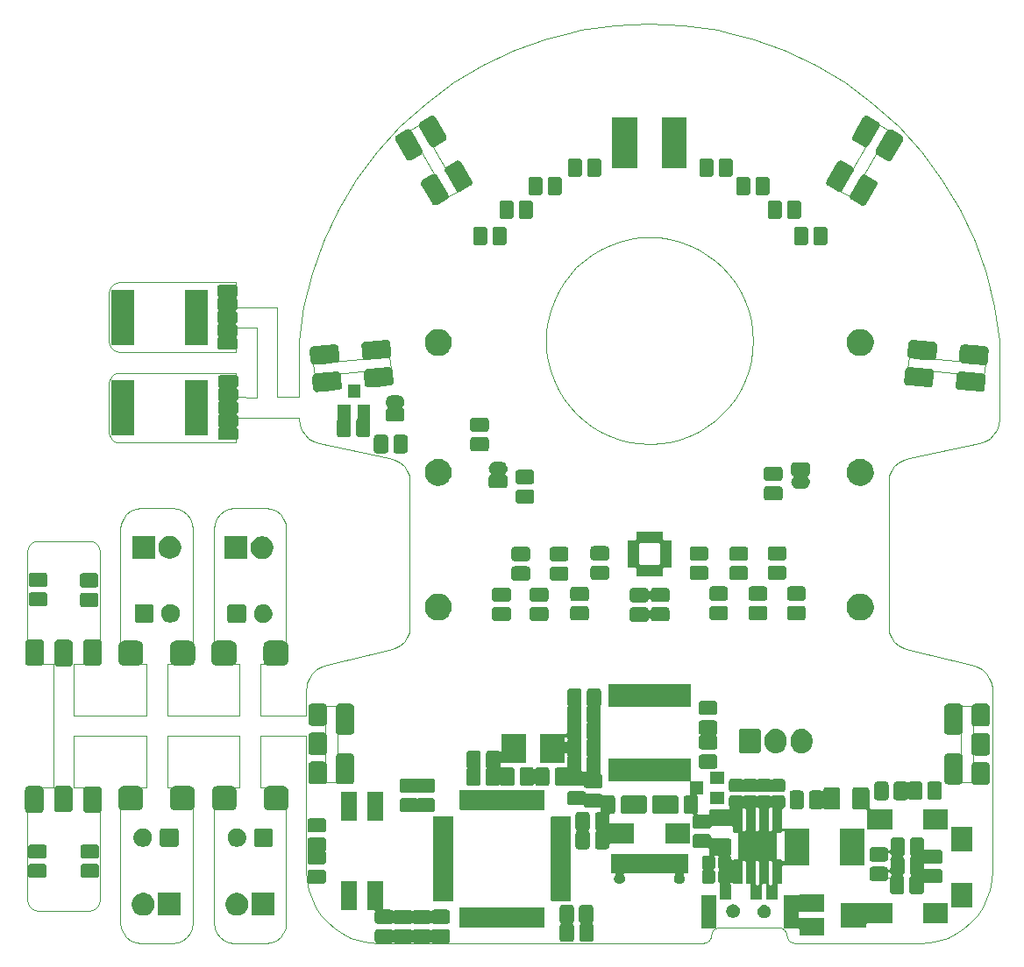
<source format=gts>
G04 #@! TF.GenerationSoftware,KiCad,Pcbnew,(5.1.2)-2*
G04 #@! TF.CreationDate,2020-01-02T13:05:31+01:00*
G04 #@! TF.ProjectId,PCB_ZoroBot_v3,5043425f-5a6f-4726-9f42-6f745f76332e,rev?*
G04 #@! TF.SameCoordinates,PX5b1e540PY8239800*
G04 #@! TF.FileFunction,Soldermask,Top*
G04 #@! TF.FilePolarity,Negative*
%FSLAX46Y46*%
G04 Gerber Fmt 4.6, Leading zero omitted, Abs format (unit mm)*
G04 Created by KiCad (PCBNEW (5.1.2)-2) date 2020-01-02 13:05:31*
%MOMM*%
%LPD*%
G04 APERTURE LIST*
%ADD10C,0.100000*%
G04 APERTURE END LIST*
D10*
X7939634Y58211342D02*
X7973708Y57952523D01*
X8232527Y57504235D02*
X8439634Y57345316D01*
X8439634Y63823366D02*
X8680815Y63923267D01*
X20197491Y57211151D02*
X20197491Y59584151D01*
X8680815Y57245416D02*
X8939634Y57211342D01*
X7973708Y57952523D02*
X8073608Y57711342D01*
X8073608Y63457341D02*
X8232527Y63664447D01*
X20197491Y57211151D02*
X8940800Y57211151D01*
X8439634Y57345316D02*
X8680815Y57245416D01*
X8680815Y63923267D02*
X8939634Y63957341D01*
X20197491Y61539120D02*
X20197491Y63957150D01*
X8939634Y63957341D02*
X20197491Y63957150D01*
X7939634Y58211342D02*
X7939634Y62957341D01*
X7973708Y63216160D02*
X8073608Y63457341D01*
X7939634Y62957341D02*
X7973708Y63216160D01*
X8232527Y63664447D02*
X8439634Y63823366D01*
X8073608Y57711342D02*
X8232527Y57504235D01*
X8939634Y55199421D02*
X20197491Y55199230D01*
X8439634Y48587396D02*
X8680815Y48487496D01*
X20197491Y52842160D02*
X20197491Y55199230D01*
X8232527Y54906527D02*
X8439634Y55065446D01*
X8439634Y55065446D02*
X8680815Y55165347D01*
X7973708Y54458240D02*
X8073608Y54699421D01*
X20197491Y48453231D02*
X20197491Y50826231D01*
X8680815Y55165347D02*
X8939634Y55199421D01*
X20197491Y48453231D02*
X8940800Y48453231D01*
X8073608Y54699421D02*
X8232527Y54906527D01*
X7973708Y49194603D02*
X8073608Y48953422D01*
X7939634Y54199421D02*
X7973708Y54458240D01*
X8232527Y48746315D02*
X8439634Y48587396D01*
X8073608Y48953422D02*
X8232527Y48746315D01*
X7939634Y49453422D02*
X7939634Y54199421D01*
X8680815Y48487496D02*
X8939634Y48453422D01*
X7939634Y49453422D02*
X7973708Y49194603D01*
X24197920Y52848520D02*
X26271619Y52848520D01*
X24197920Y61539120D02*
X24197920Y52848520D01*
X20197491Y61539120D02*
X24197920Y61539120D01*
X22201480Y59584600D02*
X20197491Y59584151D01*
X22201480Y52838360D02*
X22201480Y59584600D01*
X20197491Y52842160D02*
X22201480Y52838360D01*
X20197491Y50826231D02*
X26270560Y50826680D01*
X74128427Y42714D02*
X86243804Y42069D01*
X65377213Y42714D02*
G75*
G03X66154453Y851031I0J777837D01*
G01*
X66844520Y1545600D02*
G75*
G03X66154453Y850434I0J-690086D01*
G01*
X74128427Y42714D02*
G75*
G02X73438360Y737880I0J690086D01*
G01*
X72661120Y1545600D02*
G75*
G02X73438360Y737283I0J-777837D01*
G01*
X66844520Y1545600D02*
X72661120Y1545600D01*
X47104039Y86398699D02*
X50246806Y87523229D01*
X28696617Y67990562D02*
X30123667Y71008024D01*
X26761273Y61609862D02*
X27572210Y64847751D01*
X35023592Y46955620D02*
X28238578Y48384172D01*
X41223647Y83255472D02*
X44086633Y84971532D01*
X79016963Y83255472D02*
X81697955Y81267048D01*
X28450330Y2780739D02*
X29054056Y2092322D01*
X35023592Y28417208D02*
X35548893Y28547275D01*
X92668401Y64847751D02*
X93479337Y61609862D01*
X33090120Y101955D02*
X34003804Y42069D01*
X69392464Y54482721D02*
X68973024Y53595521D01*
X31325020Y574913D02*
X32192070Y280589D01*
X81697955Y81267048D02*
X84171132Y79025409D01*
X29054056Y2092322D02*
X29742474Y1488596D01*
X93182070Y6128469D02*
X93241684Y7042069D01*
X93241684Y7042069D02*
X93236807Y24647108D01*
X92944961Y25691034D02*
X93146748Y25184689D01*
X92980112Y48851377D02*
X93373151Y49229020D01*
X84171132Y79025409D02*
X86412675Y76552145D01*
X91796348Y2780891D02*
X92304852Y3542233D01*
X92247412Y26520722D02*
X92640586Y26143206D01*
X44086633Y84971532D02*
X47104039Y86398699D01*
X89743356Y979961D02*
X90504544Y1488696D01*
X38542655Y81267048D02*
X41223647Y83255472D01*
X27941626Y3542069D02*
X28450330Y2780739D01*
X92709610Y4363445D02*
X93003694Y5230471D01*
X88055330Y280608D02*
X88922266Y574954D01*
X27536647Y4363285D02*
X27941626Y3542069D01*
X24795741Y41122069D02*
X24477903Y41536283D01*
X27682547Y56141842D02*
X27787134Y54946409D01*
X15995541Y40639707D02*
X15795741Y41122069D01*
X26271619Y58308076D02*
X26761273Y61609862D01*
X84691694Y46825440D02*
X85217018Y46955620D01*
X92565061Y56141843D02*
X91867725Y56202852D01*
X91440536Y15631313D02*
X91440536Y23031313D01*
X30008164Y15631313D02*
X30008164Y23031313D01*
X35158975Y55591361D02*
X35054388Y56786795D01*
X83301945Y78614472D02*
X82262714Y79214472D01*
X7063690Y37948766D02*
X7063690Y27082069D01*
X93146748Y25184689D02*
X93236807Y24647108D01*
X91440536Y23031313D02*
X90239438Y23031313D01*
X197665Y38448766D02*
X97765Y38207585D01*
X22563690Y27082069D02*
X22563690Y22082069D01*
X82262714Y79214472D02*
X81912714Y78608254D01*
X78912714Y73412102D02*
X78562714Y72805884D01*
X36027851Y28799182D02*
X35548893Y28547275D01*
X83807913Y46214220D02*
X84212731Y46573434D01*
X90504544Y1488696D02*
X91192802Y2092450D01*
X67854446Y88059125D02*
X69993805Y87523229D01*
X9063690Y40122069D02*
X9063690Y27082069D01*
X56786430Y88824075D02*
X60120305Y88987861D01*
X31368468Y56464319D02*
X28379883Y56202851D01*
X66755946Y88334292D02*
X67854446Y88059125D01*
X23581328Y42053921D02*
X23063690Y42122069D01*
X30008164Y23031313D02*
X28807066Y23031313D01*
X36931632Y45262525D02*
X36739888Y45768635D01*
X88879141Y56464319D02*
X85890557Y56725787D01*
X30123667Y71008024D02*
X31839616Y73871076D01*
X53484664Y88334292D02*
X56786430Y88824075D01*
X36996807Y30647108D02*
X36996807Y44725250D01*
X28807066Y15631313D02*
X30008164Y15631313D01*
X35054388Y56786795D02*
X34357052Y56725786D01*
X30503804Y979892D02*
X31325020Y574913D01*
X92304852Y3542233D02*
X92709610Y4363445D01*
X69722924Y55406762D02*
X69392464Y54482721D01*
X24477903Y41536283D02*
X24063690Y41854120D01*
X91543993Y67990562D02*
X92668401Y64847751D01*
X91867725Y56202852D02*
X88879141Y56464319D01*
X563691Y38814792D02*
X356584Y38655873D01*
X80412714Y76010178D02*
X78912714Y73412102D01*
X85193220Y56786796D02*
X85088633Y55591362D01*
X90239438Y23031313D02*
X90239438Y15631313D01*
X36432675Y29158314D02*
X36027851Y28799182D01*
X85217018Y28417208D02*
X84691717Y28547275D01*
X93479337Y61609862D02*
X93968992Y58308076D01*
X78562714Y72805884D02*
X79601945Y72205884D01*
X90116943Y71008024D02*
X91543993Y67990562D01*
X6563690Y38814792D02*
X6770796Y38655873D01*
X28238578Y48384172D02*
X27724542Y48565445D01*
X9063690Y27082069D02*
X11563690Y27082069D01*
X34003804Y42069D02*
X65377213Y42714D01*
X13563690Y22082069D02*
X20563690Y22082069D01*
X356584Y38655873D02*
X197665Y38448766D01*
X63454180Y88824075D02*
X66755946Y88334292D01*
X25063690Y40122069D02*
X24995541Y40639707D01*
X92460474Y54946409D02*
X92565061Y56141843D01*
X34357052Y56725786D02*
X31368468Y56464319D01*
X91192802Y2092450D02*
X91796348Y2780891D01*
X27295649Y25691034D02*
X27093862Y25184689D01*
X10063690Y41854120D02*
X9649476Y41536283D01*
X4563690Y22082069D02*
X11563690Y22082069D01*
X27572210Y64847751D02*
X28696617Y67990562D01*
X76153978Y84971532D02*
X79016963Y83255472D01*
X28971485Y26987532D02*
X35023592Y28417208D01*
X90239438Y15631313D02*
X91440536Y15631313D01*
X85890557Y56725787D02*
X85193220Y56786796D01*
X28379883Y56202851D02*
X27682547Y56141842D01*
X36069479Y79025409D02*
X38542655Y81267048D01*
X85088633Y55591362D02*
X92460474Y54946409D01*
X60120305Y88987861D02*
X63454180Y88824075D01*
X86412675Y76552145D02*
X88400995Y73871076D01*
X81912714Y78608254D02*
X80412714Y76010178D01*
X22563690Y22082069D02*
X27003804Y22082069D01*
X804872Y38914692D02*
X563691Y38814792D01*
X86243804Y42069D02*
X87157386Y101960D01*
X27787134Y54946409D02*
X35158975Y55591361D01*
X1063691Y38948766D02*
X6063690Y38948766D01*
X27063690Y6128386D02*
X27242323Y5230336D01*
X24995541Y40639707D02*
X24795741Y41122069D01*
X2563691Y15082069D02*
X63691Y15082069D01*
X27003804Y7042069D02*
X27063690Y6128386D01*
X18063690Y27082069D02*
X20563690Y27082069D01*
X25063690Y27082069D02*
X25063690Y40122069D01*
X18131838Y40639707D02*
X18063690Y40122069D01*
X6063690Y38948766D02*
X6322509Y38914692D01*
X63691Y27082069D02*
X63691Y37948766D01*
X7029616Y3956553D02*
X7063690Y4215372D01*
X6063690Y3215372D02*
X1063691Y3215372D01*
X15063690Y41854120D02*
X14581328Y42053921D01*
X6563690Y3349347D02*
X6770796Y3508266D01*
X563691Y3349347D02*
X356584Y3508266D01*
X13563690Y27082069D02*
X16063690Y27082069D01*
X6063690Y3215372D02*
X6322509Y3249447D01*
X9649476Y41536283D02*
X9331639Y41122069D01*
X4563690Y27082069D02*
X7063690Y27082069D01*
X9063690Y15082069D02*
X9063690Y2042069D01*
X19063690Y41854120D02*
X18649476Y41536283D01*
X11563690Y15082069D02*
X9063690Y15082069D01*
X7063690Y15082069D02*
X4563690Y15082069D01*
X356584Y3508266D02*
X197665Y3715372D01*
X7029616Y38207585D02*
X7063690Y37948766D01*
X14063690Y42122069D02*
X11063690Y42122069D01*
X6322509Y38914692D02*
X6563690Y38814792D01*
X18063690Y40122069D02*
X18063690Y27082069D01*
X15795741Y41122069D02*
X15477903Y41536283D01*
X11563690Y22082069D02*
X11563690Y27082069D01*
X9331639Y41122069D02*
X9131838Y40639707D01*
X6322509Y3249447D02*
X6563690Y3349347D01*
X15477903Y41536283D02*
X15063690Y41854120D01*
X18331639Y41122069D02*
X18131838Y40639707D01*
X11063690Y42122069D02*
X10546052Y42053921D01*
X63691Y27082069D02*
X2563691Y27082069D01*
X197665Y3715372D02*
X97765Y3956553D01*
X4563690Y22082069D02*
X4563690Y27082069D01*
X2563691Y27082069D02*
X2563691Y15082069D01*
X6929715Y38448766D02*
X7029616Y38207585D01*
X97765Y3956553D02*
X63691Y4215372D01*
X22563690Y27082069D02*
X25063690Y27082069D01*
X14581328Y42053921D02*
X14063690Y42122069D01*
X19546052Y42053921D02*
X19063690Y41854120D01*
X6770796Y38655873D02*
X6929715Y38448766D01*
X16063690Y40122069D02*
X15995541Y40639707D01*
X13563690Y27082069D02*
X13563690Y22082069D01*
X9131838Y40639707D02*
X9063690Y40122069D01*
X11563690Y20082069D02*
X4563690Y20082069D01*
X1063691Y38948766D02*
X804872Y38914692D01*
X63691Y4215372D02*
X63691Y15082069D01*
X9331639Y1042069D02*
X9649476Y627856D01*
X23063690Y42122069D02*
X20063690Y42122069D01*
X97765Y38207585D02*
X63691Y37948766D01*
X25063690Y15082069D02*
X22563690Y15082069D01*
X11063690Y42069D02*
X14063690Y42069D01*
X10063690Y310019D02*
X10546052Y110218D01*
X9649476Y627856D02*
X10063690Y310019D01*
X18331639Y1042069D02*
X18649476Y627856D01*
X7063690Y15082069D02*
X7063690Y4215372D01*
X6929715Y3715372D02*
X7029616Y3956553D01*
X6770796Y3508266D02*
X6929715Y3715372D01*
X16063690Y27082069D02*
X16063690Y40122069D01*
X10546052Y42053921D02*
X10063690Y41854120D01*
X804872Y3249447D02*
X563691Y3349347D01*
X20063690Y42122069D02*
X19546052Y42053921D01*
X4563690Y15082069D02*
X4563690Y20082069D01*
X9131838Y1524431D02*
X9331639Y1042069D01*
X1063691Y3215372D02*
X804872Y3249447D01*
X27003804Y20082069D02*
X22563690Y20082069D01*
X18649476Y41536283D02*
X18331639Y41122069D01*
X20563690Y22082069D02*
X20563690Y27082069D01*
X11563690Y15082069D02*
X11563690Y20082069D01*
X24063690Y41854120D02*
X23581328Y42053921D01*
X18063690Y15082069D02*
X18063690Y2042069D01*
X16063690Y2042069D02*
X16063690Y15082069D01*
X10546052Y110218D02*
X11063690Y42069D01*
X23581328Y110218D02*
X24063690Y310019D01*
X14581328Y110218D02*
X15063690Y310019D01*
X20063690Y42069D02*
X23063690Y42069D01*
X14063690Y42069D02*
X14581328Y110218D01*
X22563690Y20082069D02*
X22563690Y15082069D01*
X24477903Y627856D02*
X24795741Y1042069D01*
X18063690Y2042069D02*
X18131838Y1524431D01*
X20563690Y15082069D02*
X18063690Y15082069D01*
X18649476Y627856D02*
X19063690Y310019D01*
X19546052Y110218D02*
X20063690Y42069D01*
X23063690Y42069D02*
X23581328Y110218D01*
X25063690Y2042069D02*
X25063690Y15082069D01*
X20563690Y15082069D02*
X20563690Y20082069D01*
X15477903Y627856D02*
X15795741Y1042069D01*
X15795741Y1042069D02*
X15995541Y1524431D01*
X9063690Y2042069D02*
X9131838Y1524431D01*
X27003804Y20082069D02*
X27003804Y7042069D01*
X18131838Y1524431D02*
X18331639Y1042069D01*
X16063690Y15082069D02*
X13563690Y15082069D01*
X24995541Y1524431D02*
X25063690Y2042069D01*
X15063690Y310019D02*
X15477903Y627856D01*
X28807066Y23031313D02*
X28807066Y15631313D01*
X24063690Y310019D02*
X24477903Y627856D01*
X19063690Y310019D02*
X19546052Y110218D01*
X15995541Y1524431D02*
X16063690Y2042069D01*
X24795741Y1042069D02*
X24995541Y1524431D01*
X13563690Y20082069D02*
X13563690Y15082069D01*
X20563690Y20082069D02*
X13563690Y20082069D01*
X50201366Y57326311D02*
X50153056Y58306475D01*
X56324742Y67546259D02*
X57248677Y67877015D01*
X41684894Y72805883D02*
X41334894Y73412101D01*
X54598686Y49992490D02*
X53810361Y50576956D01*
X39834894Y76010177D02*
X38334894Y78608254D01*
X63981370Y49069894D02*
X63057435Y48739138D01*
X50583188Y61209390D02*
X50913648Y62133431D01*
X50344891Y60257409D02*
X50583188Y61209390D01*
X51333089Y63020631D02*
X51837471Y63862447D01*
X53080856Y65378012D02*
X53807886Y66037165D01*
X58200582Y68115616D02*
X59171291Y68259766D01*
X59174479Y48356072D02*
X58203724Y48499911D01*
X62105530Y48500536D02*
X61134821Y48356386D01*
X55437677Y67126534D02*
X56324742Y67546259D01*
X37984894Y79214471D02*
X36945663Y78614471D01*
X57251742Y48738208D02*
X56327702Y49068668D01*
X65710090Y49994270D02*
X64868436Y49489619D01*
X53810361Y50576956D02*
X53083121Y51235876D01*
X58203724Y48499911D02*
X57251742Y48738208D01*
X51839250Y52751042D02*
X51334599Y53592697D01*
X55440501Y49488109D02*
X54598686Y49992490D01*
X64865611Y67128044D02*
X65707427Y66623662D01*
X67225256Y51238141D02*
X66498227Y50578988D01*
X79601945Y72205884D02*
X83301945Y78614472D01*
X40645663Y72205883D02*
X41684894Y72805883D01*
X66498227Y50578988D02*
X65710090Y49994270D01*
X36945663Y78614471D02*
X40645663Y72205883D01*
X59171291Y68259766D02*
X59730775Y68287342D01*
X38334894Y78608254D02*
X37984894Y79214471D01*
X57248677Y67877015D02*
X58200582Y68115616D01*
X56327702Y49068668D02*
X55440501Y49488109D01*
X67222992Y65380276D02*
X67882145Y64653247D01*
X64868436Y49489619D02*
X63981370Y49069894D01*
X50584118Y55403697D02*
X50345516Y56355602D01*
X50914874Y54479762D02*
X50584118Y55403697D01*
X50153056Y58306475D02*
X50201052Y59286654D01*
X93003694Y5230471D02*
X93182070Y6128469D01*
X69993805Y87523229D02*
X73136571Y86398699D01*
X73136571Y86398699D02*
X76153978Y84971532D01*
X50201052Y59286654D02*
X50344891Y60257409D01*
X83243804Y30647108D02*
X83243804Y44725250D01*
X27993199Y26520722D02*
X27600024Y26143206D01*
X50246806Y87523229D02*
X52386164Y88059125D01*
X36931628Y30109884D02*
X36996807Y30647108D01*
X33827936Y76552145D02*
X36069479Y79025409D01*
X83500723Y45768635D02*
X83807913Y46214220D01*
X29742474Y1488596D02*
X30503804Y979892D01*
X32192070Y280589D02*
X33090120Y101955D01*
X83308979Y45262525D02*
X83500723Y45768635D01*
X27242323Y5230336D02*
X27536647Y4363285D01*
X83243804Y44725250D02*
X83308979Y45262525D01*
X35548917Y46825440D02*
X35023592Y46955620D01*
X83807935Y29158314D02*
X84212760Y28799182D01*
X63054371Y67877944D02*
X63978411Y67547484D01*
X27026388Y24781919D02*
X27003804Y24647108D01*
X67882145Y64653247D02*
X68466863Y63865110D01*
X88922266Y574954D02*
X89743356Y979961D01*
X28457361Y26806478D02*
X27993199Y26520722D01*
X52386164Y88059125D02*
X53484664Y88334292D01*
X67884177Y51965381D02*
X67225256Y51238141D01*
X53083121Y51235876D02*
X52423968Y51962906D01*
X88400995Y73871076D02*
X90116943Y71008024D01*
X93373151Y49229020D02*
X93677386Y49681274D01*
X61131634Y68260080D02*
X62102389Y68116241D01*
X60575338Y48328811D02*
X60154658Y48308076D01*
X27260498Y48851377D02*
X26867460Y49229020D01*
X36739876Y29603831D02*
X36432675Y29158314D01*
X65707427Y66623662D02*
X66495751Y66039197D01*
X51837471Y63862447D02*
X52421936Y64650771D01*
X92516069Y48565445D02*
X92980112Y48851377D01*
X68468642Y52753706D02*
X67884177Y51965381D01*
X36931628Y30109884D02*
X36739876Y29603831D01*
X36996807Y44725250D02*
X36931632Y45262525D01*
X26361566Y50187661D02*
X26270560Y50826680D01*
X27600024Y26143206D02*
X27295649Y25691034D01*
X70153056Y58309678D02*
X70105060Y57329499D01*
X83500735Y29603831D02*
X83807935Y29158314D01*
X31839616Y73871076D02*
X33827936Y76552145D01*
X69391239Y62136390D02*
X69721995Y61212455D01*
X28971485Y26987532D02*
X28457361Y26806478D01*
X63978411Y67547484D02*
X64865611Y67128044D01*
X59730775Y68287342D02*
X60151455Y68308076D01*
X54596022Y66621883D02*
X55437677Y67126534D01*
X87157386Y101960D02*
X88055330Y280608D01*
X70104746Y59289841D02*
X70153056Y58309678D01*
X62102389Y68116241D02*
X63054371Y67877944D01*
X70105060Y57329499D02*
X69961221Y56358744D01*
X91269125Y26987532D02*
X85217018Y28417208D01*
X92640586Y26143206D02*
X92944961Y25691034D01*
X83308982Y30109884D02*
X83500735Y29603831D01*
X66495751Y66039197D02*
X67222992Y65380276D01*
X69960597Y60260550D02*
X70104746Y59289841D01*
X92002033Y48384172D02*
X92516069Y48565445D01*
X93968992Y50725250D02*
X93968992Y58308076D01*
X26563224Y49681274D02*
X26361566Y50187661D01*
X41334894Y73412101D02*
X39834894Y76010177D01*
X61134821Y48356386D02*
X60575338Y48328811D01*
X69961221Y56358744D02*
X69722924Y55406762D01*
X68973024Y53595521D02*
X68468642Y52753706D01*
X84212760Y28799182D02*
X84691717Y28547275D01*
X52423968Y51962906D02*
X51839250Y52751042D01*
X68466863Y63865110D02*
X68971514Y63023456D01*
X63057435Y48739138D02*
X62105530Y48500536D01*
X60154658Y48308076D02*
X59174479Y48356072D01*
X53807886Y66037165D02*
X54596022Y66621883D01*
X83243804Y30647108D02*
X83308982Y30109884D01*
X85217018Y46955620D02*
X92002033Y48384172D01*
X36739888Y45768635D02*
X36432697Y46214220D01*
X91269125Y26987532D02*
X91783249Y26806478D01*
X52421936Y64650771D02*
X53080856Y65378012D01*
X60151455Y68308076D02*
X61131634Y68260080D01*
X27724542Y48565445D02*
X27260498Y48851377D01*
X26271619Y52848520D02*
X26271619Y58308076D01*
X68971514Y63023456D02*
X69391239Y62136390D01*
X91783249Y26806478D02*
X92247412Y26520722D01*
X93879044Y50187661D02*
X93968992Y50725250D01*
X84212731Y46573434D02*
X84691694Y46825440D01*
X93677386Y49681274D02*
X93879044Y50187661D01*
X27093862Y25184689D02*
X27026388Y24781919D01*
X69721995Y61212455D02*
X69960597Y60260550D01*
X51334599Y53592697D02*
X50914874Y54479762D01*
X36432697Y46214220D02*
X36027879Y46573434D01*
X36027879Y46573434D02*
X35548917Y46825440D01*
X50345516Y56355602D02*
X50201366Y57326311D01*
X50913648Y62133431D02*
X51333089Y63020631D01*
X27003804Y24647108D02*
X27003804Y22082069D01*
X26867460Y49229020D02*
X26563224Y49681274D01*
G36*
X35192099Y1430563D02*
G01*
X35244747Y1414592D01*
X35293268Y1388658D01*
X35335997Y1353590D01*
X35352962Y1336627D01*
X35373337Y1323014D01*
X35395976Y1313637D01*
X35420009Y1308857D01*
X35444513Y1308858D01*
X35468547Y1313640D01*
X35491185Y1323018D01*
X35511556Y1336630D01*
X35562569Y1378496D01*
X35611093Y1404432D01*
X35663741Y1420403D01*
X35724630Y1426400D01*
X36949850Y1426400D01*
X37010739Y1420403D01*
X37063387Y1404432D01*
X37111908Y1378498D01*
X37160163Y1338895D01*
X37167057Y1332000D01*
X37187430Y1318385D01*
X37210069Y1309007D01*
X37234102Y1304225D01*
X37258606Y1304223D01*
X37282639Y1309002D01*
X37305279Y1318378D01*
X37325661Y1331996D01*
X37376132Y1373418D01*
X37424653Y1399352D01*
X37477301Y1415323D01*
X37538190Y1421320D01*
X38763410Y1421320D01*
X38824299Y1415323D01*
X38876947Y1399352D01*
X38925471Y1373416D01*
X38977027Y1331104D01*
X38997401Y1317490D01*
X39020040Y1308112D01*
X39044073Y1303331D01*
X39068577Y1303331D01*
X39092611Y1308111D01*
X39115250Y1317488D01*
X39135624Y1331101D01*
X39152950Y1348427D01*
X39157320Y1353752D01*
X39199852Y1388658D01*
X39248373Y1414592D01*
X39301021Y1430563D01*
X39361910Y1436560D01*
X40587130Y1436560D01*
X40648019Y1430563D01*
X40700667Y1414592D01*
X40749188Y1388658D01*
X40791715Y1353755D01*
X40826618Y1311228D01*
X40852552Y1262707D01*
X40868523Y1210059D01*
X40874520Y1149170D01*
X40874520Y348950D01*
X40868523Y288061D01*
X40852552Y235413D01*
X40826618Y186892D01*
X40791715Y144365D01*
X40749188Y109462D01*
X40700667Y83528D01*
X40648019Y67557D01*
X40587130Y61560D01*
X39361910Y61560D01*
X39301021Y67557D01*
X39248373Y83528D01*
X39199849Y109464D01*
X39148293Y151776D01*
X39127919Y165390D01*
X39105280Y174768D01*
X39081247Y179549D01*
X39056743Y179549D01*
X39032709Y174769D01*
X39010070Y165392D01*
X38989696Y151779D01*
X38972370Y134453D01*
X38968000Y129128D01*
X38925468Y94222D01*
X38876947Y68288D01*
X38824299Y52317D01*
X38763410Y46320D01*
X37538190Y46320D01*
X37477301Y52317D01*
X37424653Y68288D01*
X37376132Y94222D01*
X37327877Y133825D01*
X37320983Y140720D01*
X37300610Y154335D01*
X37277971Y163713D01*
X37253938Y168495D01*
X37229434Y168497D01*
X37205401Y163718D01*
X37182761Y154342D01*
X37162379Y140724D01*
X37111908Y99302D01*
X37063387Y73368D01*
X37010739Y57397D01*
X36949850Y51400D01*
X35724630Y51400D01*
X35663741Y57397D01*
X35611093Y73368D01*
X35562572Y99302D01*
X35519843Y134370D01*
X35502878Y151333D01*
X35482503Y164946D01*
X35459864Y174323D01*
X35435831Y179103D01*
X35411327Y179102D01*
X35387293Y174320D01*
X35364655Y164942D01*
X35344284Y151330D01*
X35293271Y109464D01*
X35244747Y83528D01*
X35192099Y67557D01*
X35131210Y61560D01*
X33905990Y61560D01*
X33845101Y67557D01*
X33792453Y83528D01*
X33743932Y109462D01*
X33701405Y144365D01*
X33666502Y186892D01*
X33640568Y235413D01*
X33624597Y288061D01*
X33618600Y348950D01*
X33618600Y1149170D01*
X33624597Y1210059D01*
X33640568Y1262707D01*
X33666502Y1311228D01*
X33701405Y1353755D01*
X33743932Y1388658D01*
X33792453Y1414592D01*
X33845101Y1430563D01*
X33905990Y1436560D01*
X35131210Y1436560D01*
X35192099Y1430563D01*
X35192099Y1430563D01*
G37*
G36*
X52621539Y3775643D02*
G01*
X52674187Y3759672D01*
X52722708Y3733738D01*
X52765235Y3698835D01*
X52800138Y3656308D01*
X52826072Y3607787D01*
X52842043Y3555139D01*
X52848040Y3494250D01*
X52848040Y2269030D01*
X52842043Y2208141D01*
X52826072Y2155493D01*
X52800136Y2106969D01*
X52772298Y2073049D01*
X52758684Y2052675D01*
X52749307Y2030036D01*
X52744526Y2006003D01*
X52744526Y1981499D01*
X52749306Y1957466D01*
X52758683Y1934827D01*
X52772298Y1914451D01*
X52810296Y1868151D01*
X52836232Y1819627D01*
X52852203Y1766979D01*
X52858200Y1706090D01*
X52858200Y480870D01*
X52852203Y419981D01*
X52836232Y367333D01*
X52810298Y318812D01*
X52775395Y276285D01*
X52732868Y241382D01*
X52684347Y215448D01*
X52631699Y199477D01*
X52570810Y193480D01*
X51770590Y193480D01*
X51709701Y199477D01*
X51657053Y215448D01*
X51608532Y241382D01*
X51566005Y276285D01*
X51531102Y318812D01*
X51505168Y367333D01*
X51489197Y419981D01*
X51483200Y480870D01*
X51483200Y1706090D01*
X51489197Y1766979D01*
X51505168Y1819627D01*
X51531104Y1868151D01*
X51558942Y1902071D01*
X51572556Y1922445D01*
X51581933Y1945084D01*
X51586714Y1969117D01*
X51586714Y1993621D01*
X51581934Y2017654D01*
X51572557Y2040293D01*
X51558942Y2060669D01*
X51520944Y2106969D01*
X51495008Y2155493D01*
X51479037Y2208141D01*
X51473040Y2269030D01*
X51473040Y3494250D01*
X51479037Y3555139D01*
X51495008Y3607787D01*
X51520942Y3656308D01*
X51555845Y3698835D01*
X51598372Y3733738D01*
X51646893Y3759672D01*
X51699541Y3775643D01*
X51760430Y3781640D01*
X52560650Y3781640D01*
X52621539Y3775643D01*
X52621539Y3775643D01*
G37*
G36*
X54496539Y3775643D02*
G01*
X54549187Y3759672D01*
X54597708Y3733738D01*
X54640235Y3698835D01*
X54675138Y3656308D01*
X54701072Y3607787D01*
X54717043Y3555139D01*
X54723040Y3494250D01*
X54723040Y2269030D01*
X54717043Y2208141D01*
X54701072Y2155493D01*
X54675136Y2106969D01*
X54647298Y2073049D01*
X54633684Y2052675D01*
X54624307Y2030036D01*
X54619526Y2006003D01*
X54619526Y1981499D01*
X54624306Y1957466D01*
X54633683Y1934827D01*
X54647298Y1914451D01*
X54685296Y1868151D01*
X54711232Y1819627D01*
X54727203Y1766979D01*
X54733200Y1706090D01*
X54733200Y480870D01*
X54727203Y419981D01*
X54711232Y367333D01*
X54685298Y318812D01*
X54650395Y276285D01*
X54607868Y241382D01*
X54559347Y215448D01*
X54506699Y199477D01*
X54445810Y193480D01*
X53645590Y193480D01*
X53584701Y199477D01*
X53532053Y215448D01*
X53483532Y241382D01*
X53441005Y276285D01*
X53406102Y318812D01*
X53380168Y367333D01*
X53364197Y419981D01*
X53358200Y480870D01*
X53358200Y1706090D01*
X53364197Y1766979D01*
X53380168Y1819627D01*
X53406104Y1868151D01*
X53433942Y1902071D01*
X53447556Y1922445D01*
X53456933Y1945084D01*
X53461714Y1969117D01*
X53461714Y1993621D01*
X53456934Y2017654D01*
X53447557Y2040293D01*
X53433942Y2060669D01*
X53395944Y2106969D01*
X53370008Y2155493D01*
X53354037Y2208141D01*
X53348040Y2269030D01*
X53348040Y3494250D01*
X53354037Y3555139D01*
X53370008Y3607787D01*
X53395942Y3656308D01*
X53430845Y3698835D01*
X53473372Y3733738D01*
X53521893Y3759672D01*
X53574541Y3775643D01*
X53635430Y3781640D01*
X54435650Y3781640D01*
X54496539Y3775643D01*
X54496539Y3775643D01*
G37*
G36*
X77042720Y3074960D02*
G01*
X74645759Y3074960D01*
X74621373Y3072558D01*
X74597924Y3065445D01*
X74576313Y3053894D01*
X74557371Y3038349D01*
X74541826Y3019407D01*
X74530275Y2997796D01*
X74523162Y2974347D01*
X74520760Y2949961D01*
X74520760Y2599959D01*
X74523162Y2575573D01*
X74530275Y2552124D01*
X74541826Y2530513D01*
X74557371Y2511571D01*
X74576313Y2496026D01*
X74597924Y2484475D01*
X74621373Y2477362D01*
X74645759Y2474960D01*
X77042720Y2474960D01*
X77042720Y774960D01*
X74642720Y774960D01*
X74642720Y1354281D01*
X74640318Y1378667D01*
X74633205Y1402116D01*
X74621654Y1423727D01*
X74606109Y1442669D01*
X74587167Y1458214D01*
X74565556Y1469765D01*
X74542107Y1476878D01*
X74517721Y1479280D01*
X73120760Y1479280D01*
X73120760Y4679280D01*
X74517721Y4679280D01*
X74542107Y4681682D01*
X74565556Y4688795D01*
X74587167Y4700346D01*
X74606109Y4715891D01*
X74621654Y4734833D01*
X74633205Y4756444D01*
X74638822Y4774960D01*
X77042720Y4774960D01*
X77042720Y3074960D01*
X77042720Y3074960D01*
G37*
G36*
X66570760Y1479280D02*
G01*
X65170760Y1479280D01*
X65170760Y4679280D01*
X66570760Y4679280D01*
X66570760Y1479280D01*
X66570760Y1479280D01*
G37*
G36*
X81167719Y3973080D02*
G01*
X83586800Y3973080D01*
X83586800Y1973080D01*
X81167719Y1973080D01*
X81143333Y1970678D01*
X81119884Y1963565D01*
X81098273Y1952014D01*
X81079331Y1936469D01*
X81063786Y1917527D01*
X81052235Y1895916D01*
X81045122Y1872467D01*
X81042720Y1848081D01*
X81042720Y1574960D01*
X78642720Y1574960D01*
X78642720Y3974960D01*
X81148633Y3974960D01*
X81167719Y3973080D01*
X81167719Y3973080D01*
G37*
G36*
X42397589Y3530251D02*
G01*
X42422091Y3530251D01*
X42428478Y3530880D01*
X42891202Y3530880D01*
X42897589Y3530251D01*
X42922091Y3530251D01*
X42928478Y3530880D01*
X43391202Y3530880D01*
X43397589Y3530251D01*
X43422091Y3530251D01*
X43428478Y3530880D01*
X43891202Y3530880D01*
X43897589Y3530251D01*
X43922091Y3530251D01*
X43928478Y3530880D01*
X44391202Y3530880D01*
X44397589Y3530251D01*
X44422091Y3530251D01*
X44428478Y3530880D01*
X44891202Y3530880D01*
X44897589Y3530251D01*
X44922091Y3530251D01*
X44928478Y3530880D01*
X45391202Y3530880D01*
X45397589Y3530251D01*
X45422091Y3530251D01*
X45428478Y3530880D01*
X45891202Y3530880D01*
X45897589Y3530251D01*
X45922091Y3530251D01*
X45928478Y3530880D01*
X46391202Y3530880D01*
X46397589Y3530251D01*
X46422091Y3530251D01*
X46428478Y3530880D01*
X46891202Y3530880D01*
X46897589Y3530251D01*
X46922091Y3530251D01*
X46928478Y3530880D01*
X47391202Y3530880D01*
X47397589Y3530251D01*
X47422091Y3530251D01*
X47428478Y3530880D01*
X47891202Y3530880D01*
X47897589Y3530251D01*
X47922091Y3530251D01*
X47928478Y3530880D01*
X48391202Y3530880D01*
X48397589Y3530251D01*
X48422091Y3530251D01*
X48428478Y3530880D01*
X48891202Y3530880D01*
X48897589Y3530251D01*
X48922091Y3530251D01*
X48928478Y3530880D01*
X49391202Y3530880D01*
X49397589Y3530251D01*
X49422091Y3530251D01*
X49428478Y3530880D01*
X49891202Y3530880D01*
X49919167Y3528126D01*
X49940162Y3521757D01*
X49959504Y3511418D01*
X49976462Y3497502D01*
X49990378Y3480544D01*
X50000717Y3461202D01*
X50007086Y3440207D01*
X50009840Y3412242D01*
X50009840Y1699518D01*
X50007086Y1671553D01*
X50000717Y1650558D01*
X49990378Y1631216D01*
X49976462Y1614258D01*
X49959504Y1600342D01*
X49940162Y1590003D01*
X49919167Y1583634D01*
X49891202Y1580880D01*
X49428478Y1580880D01*
X49422091Y1581509D01*
X49397589Y1581509D01*
X49391202Y1580880D01*
X48928478Y1580880D01*
X48922091Y1581509D01*
X48897589Y1581509D01*
X48891202Y1580880D01*
X48428478Y1580880D01*
X48422091Y1581509D01*
X48397589Y1581509D01*
X48391202Y1580880D01*
X47928478Y1580880D01*
X47922091Y1581509D01*
X47897589Y1581509D01*
X47891202Y1580880D01*
X47428478Y1580880D01*
X47422091Y1581509D01*
X47397589Y1581509D01*
X47391202Y1580880D01*
X46928478Y1580880D01*
X46922091Y1581509D01*
X46897589Y1581509D01*
X46891202Y1580880D01*
X46428478Y1580880D01*
X46422091Y1581509D01*
X46397589Y1581509D01*
X46391202Y1580880D01*
X45928478Y1580880D01*
X45922091Y1581509D01*
X45897589Y1581509D01*
X45891202Y1580880D01*
X45428478Y1580880D01*
X45422091Y1581509D01*
X45397589Y1581509D01*
X45391202Y1580880D01*
X44928478Y1580880D01*
X44922091Y1581509D01*
X44897589Y1581509D01*
X44891202Y1580880D01*
X44428478Y1580880D01*
X44422091Y1581509D01*
X44397589Y1581509D01*
X44391202Y1580880D01*
X43928478Y1580880D01*
X43922091Y1581509D01*
X43897589Y1581509D01*
X43891202Y1580880D01*
X43428478Y1580880D01*
X43422091Y1581509D01*
X43397589Y1581509D01*
X43391202Y1580880D01*
X42928478Y1580880D01*
X42922091Y1581509D01*
X42897589Y1581509D01*
X42891202Y1580880D01*
X42428478Y1580880D01*
X42422091Y1581509D01*
X42397589Y1581509D01*
X42391202Y1580880D01*
X41928478Y1580880D01*
X41900513Y1583634D01*
X41879518Y1590003D01*
X41860176Y1600342D01*
X41843218Y1614258D01*
X41829302Y1631216D01*
X41818963Y1650558D01*
X41812594Y1671553D01*
X41809840Y1699518D01*
X41809840Y3412242D01*
X41812594Y3440207D01*
X41818963Y3461202D01*
X41829302Y3480544D01*
X41843218Y3497502D01*
X41860176Y3511418D01*
X41879518Y3521757D01*
X41900513Y3528126D01*
X41928478Y3530880D01*
X42391202Y3530880D01*
X42397589Y3530251D01*
X42397589Y3530251D01*
G37*
G36*
X34411800Y3436559D02*
G01*
X34414202Y3412173D01*
X34421315Y3388724D01*
X34432866Y3367113D01*
X34448411Y3348171D01*
X34467353Y3332626D01*
X34488964Y3321075D01*
X34512413Y3313962D01*
X34536799Y3311560D01*
X35131210Y3311560D01*
X35192099Y3305563D01*
X35244747Y3289592D01*
X35293268Y3263658D01*
X35335997Y3228590D01*
X35352962Y3211627D01*
X35373337Y3198014D01*
X35395976Y3188637D01*
X35420009Y3183857D01*
X35444513Y3183858D01*
X35468547Y3188640D01*
X35491185Y3198018D01*
X35511556Y3211630D01*
X35562569Y3253496D01*
X35611093Y3279432D01*
X35663741Y3295403D01*
X35724630Y3301400D01*
X36949850Y3301400D01*
X37010739Y3295403D01*
X37063387Y3279432D01*
X37111908Y3253498D01*
X37160163Y3213895D01*
X37167057Y3207000D01*
X37187430Y3193385D01*
X37210069Y3184007D01*
X37234102Y3179225D01*
X37258606Y3179223D01*
X37282639Y3184002D01*
X37305279Y3193378D01*
X37325661Y3206996D01*
X37376132Y3248418D01*
X37424653Y3274352D01*
X37477301Y3290323D01*
X37538190Y3296320D01*
X38763410Y3296320D01*
X38824299Y3290323D01*
X38876947Y3274352D01*
X38925471Y3248416D01*
X38977027Y3206104D01*
X38997401Y3192490D01*
X39020040Y3183112D01*
X39044073Y3178331D01*
X39068577Y3178331D01*
X39092611Y3183111D01*
X39115250Y3192488D01*
X39135624Y3206101D01*
X39152950Y3223427D01*
X39157320Y3228752D01*
X39199852Y3263658D01*
X39248373Y3289592D01*
X39301021Y3305563D01*
X39361910Y3311560D01*
X40587130Y3311560D01*
X40648019Y3305563D01*
X40700667Y3289592D01*
X40749188Y3263658D01*
X40791715Y3228755D01*
X40826618Y3186228D01*
X40852552Y3137707D01*
X40868523Y3085059D01*
X40874520Y3024170D01*
X40874520Y2223950D01*
X40868523Y2163061D01*
X40852552Y2110413D01*
X40826618Y2061892D01*
X40791715Y2019365D01*
X40749188Y1984462D01*
X40700667Y1958528D01*
X40648019Y1942557D01*
X40587130Y1936560D01*
X39361910Y1936560D01*
X39301021Y1942557D01*
X39248373Y1958528D01*
X39199849Y1984464D01*
X39148293Y2026776D01*
X39127919Y2040390D01*
X39105280Y2049768D01*
X39081247Y2054549D01*
X39056743Y2054549D01*
X39032709Y2049769D01*
X39010070Y2040392D01*
X38989696Y2026779D01*
X38972370Y2009453D01*
X38968000Y2004128D01*
X38925468Y1969222D01*
X38876947Y1943288D01*
X38824299Y1927317D01*
X38763410Y1921320D01*
X37538190Y1921320D01*
X37477301Y1927317D01*
X37424653Y1943288D01*
X37376132Y1969222D01*
X37327877Y2008825D01*
X37320983Y2015720D01*
X37300610Y2029335D01*
X37277971Y2038713D01*
X37253938Y2043495D01*
X37229434Y2043497D01*
X37205401Y2038718D01*
X37182761Y2029342D01*
X37162379Y2015724D01*
X37111908Y1974302D01*
X37063387Y1948368D01*
X37010739Y1932397D01*
X36949850Y1926400D01*
X35724630Y1926400D01*
X35663741Y1932397D01*
X35611093Y1948368D01*
X35562572Y1974302D01*
X35519843Y2009370D01*
X35502878Y2026333D01*
X35482503Y2039946D01*
X35459864Y2049323D01*
X35435831Y2054103D01*
X35411327Y2054102D01*
X35387293Y2049320D01*
X35364655Y2039942D01*
X35344284Y2026330D01*
X35293271Y1984464D01*
X35244747Y1958528D01*
X35192099Y1942557D01*
X35131210Y1936560D01*
X33905990Y1936560D01*
X33845101Y1942557D01*
X33792453Y1958528D01*
X33743932Y1984462D01*
X33701405Y2019365D01*
X33666502Y2061892D01*
X33640568Y2110413D01*
X33624597Y2163061D01*
X33618600Y2223950D01*
X33618600Y3024170D01*
X33624597Y3085061D01*
X33628048Y3096437D01*
X33632828Y3120470D01*
X33632828Y3144974D01*
X33628047Y3169008D01*
X33618670Y3191646D01*
X33605056Y3212021D01*
X33587728Y3229347D01*
X33567354Y3242961D01*
X33544715Y3252338D01*
X33508431Y3257720D01*
X32891800Y3257720D01*
X32891800Y6097720D01*
X34411800Y6097720D01*
X34411800Y3436559D01*
X34411800Y3436559D01*
G37*
G36*
X88986800Y1973080D02*
G01*
X86586800Y1973080D01*
X86586800Y3973080D01*
X88986800Y3973080D01*
X88986800Y1973080D01*
X88986800Y1973080D01*
G37*
G36*
X71368498Y3762627D02*
G01*
X71410358Y3754301D01*
X71459356Y3734005D01*
X71528649Y3705303D01*
X71528650Y3705302D01*
X71635111Y3634168D01*
X71725648Y3543631D01*
X71773178Y3472496D01*
X71796783Y3437169D01*
X71825070Y3368878D01*
X71845781Y3318878D01*
X71850268Y3296320D01*
X71870760Y3193301D01*
X71870760Y3065259D01*
X71855727Y2989683D01*
X71847826Y2949961D01*
X71845781Y2939683D01*
X71796783Y2821391D01*
X71796782Y2821390D01*
X71725648Y2714929D01*
X71635111Y2624392D01*
X71563976Y2576862D01*
X71528649Y2553257D01*
X71473740Y2530513D01*
X71410358Y2504259D01*
X71368968Y2496026D01*
X71284781Y2479280D01*
X71156739Y2479280D01*
X71072552Y2496026D01*
X71031162Y2504259D01*
X70967780Y2530513D01*
X70912871Y2553257D01*
X70877544Y2576862D01*
X70806409Y2624392D01*
X70715872Y2714929D01*
X70644738Y2821390D01*
X70644737Y2821391D01*
X70595739Y2939683D01*
X70593695Y2949961D01*
X70585793Y2989683D01*
X70570760Y3065259D01*
X70570760Y3193301D01*
X70591252Y3296320D01*
X70595739Y3318878D01*
X70616450Y3368878D01*
X70644737Y3437169D01*
X70668342Y3472496D01*
X70715872Y3543631D01*
X70806409Y3634168D01*
X70912870Y3705302D01*
X70912871Y3705303D01*
X70982164Y3734005D01*
X71031162Y3754301D01*
X71073022Y3762627D01*
X71156739Y3779280D01*
X71284781Y3779280D01*
X71368498Y3762627D01*
X71368498Y3762627D01*
G37*
G36*
X68368498Y3812627D02*
G01*
X68410358Y3804301D01*
X68459356Y3784005D01*
X68528649Y3755303D01*
X68560923Y3733738D01*
X68635111Y3684168D01*
X68725648Y3593631D01*
X68751367Y3555139D01*
X68796783Y3487169D01*
X68845781Y3368877D01*
X68870760Y3243301D01*
X68870760Y3115259D01*
X68855461Y3038349D01*
X68845781Y2989682D01*
X68836721Y2967810D01*
X68796783Y2871391D01*
X68783634Y2851712D01*
X68725648Y2764929D01*
X68635111Y2674392D01*
X68563976Y2626862D01*
X68528649Y2603257D01*
X68461814Y2575573D01*
X68410358Y2554259D01*
X68368498Y2545933D01*
X68284781Y2529280D01*
X68156739Y2529280D01*
X68073022Y2545933D01*
X68031162Y2554259D01*
X67979706Y2575573D01*
X67912871Y2603257D01*
X67877544Y2626862D01*
X67806409Y2674392D01*
X67715872Y2764929D01*
X67657886Y2851712D01*
X67644737Y2871391D01*
X67604799Y2967810D01*
X67595739Y2989682D01*
X67586059Y3038349D01*
X67570760Y3115259D01*
X67570760Y3243301D01*
X67595739Y3368877D01*
X67644737Y3487169D01*
X67690153Y3555139D01*
X67715872Y3593631D01*
X67806409Y3684168D01*
X67880597Y3733738D01*
X67912871Y3755303D01*
X67982164Y3784005D01*
X68031162Y3804301D01*
X68073022Y3812627D01*
X68156739Y3829280D01*
X68284781Y3829280D01*
X68368498Y3812627D01*
X68368498Y3812627D01*
G37*
G36*
X14899160Y2726520D02*
G01*
X12699160Y2726520D01*
X12699160Y4926520D01*
X14899160Y4926520D01*
X14899160Y2726520D01*
X14899160Y2726520D01*
G37*
G36*
X23941560Y2726520D02*
G01*
X21741560Y2726520D01*
X21741560Y4926520D01*
X23941560Y4926520D01*
X23941560Y2726520D01*
X23941560Y2726520D01*
G37*
G36*
X11580017Y4884248D02*
G01*
X11780203Y4801328D01*
X11780205Y4801327D01*
X11819666Y4774960D01*
X11960368Y4680946D01*
X12113586Y4527728D01*
X12233968Y4347563D01*
X12316888Y4147377D01*
X12359160Y3934862D01*
X12359160Y3718178D01*
X12316888Y3505663D01*
X12233968Y3305477D01*
X12233967Y3305475D01*
X12192422Y3243299D01*
X12113586Y3125312D01*
X11960368Y2972094D01*
X11911861Y2939683D01*
X11780205Y2851713D01*
X11780204Y2851712D01*
X11780203Y2851712D01*
X11580017Y2768792D01*
X11367502Y2726520D01*
X11150818Y2726520D01*
X10938303Y2768792D01*
X10738117Y2851712D01*
X10738116Y2851712D01*
X10738115Y2851713D01*
X10606459Y2939683D01*
X10557952Y2972094D01*
X10404734Y3125312D01*
X10325898Y3243299D01*
X10284353Y3305475D01*
X10284352Y3305477D01*
X10201432Y3505663D01*
X10159160Y3718178D01*
X10159160Y3934862D01*
X10201432Y4147377D01*
X10284352Y4347563D01*
X10404734Y4527728D01*
X10557952Y4680946D01*
X10698654Y4774960D01*
X10738115Y4801327D01*
X10738117Y4801328D01*
X10938303Y4884248D01*
X11150818Y4926520D01*
X11367502Y4926520D01*
X11580017Y4884248D01*
X11580017Y4884248D01*
G37*
G36*
X20622417Y4884248D02*
G01*
X20822603Y4801328D01*
X20822605Y4801327D01*
X20862066Y4774960D01*
X21002768Y4680946D01*
X21155986Y4527728D01*
X21276368Y4347563D01*
X21359288Y4147377D01*
X21401560Y3934862D01*
X21401560Y3718178D01*
X21359288Y3505663D01*
X21276368Y3305477D01*
X21276367Y3305475D01*
X21234822Y3243299D01*
X21155986Y3125312D01*
X21002768Y2972094D01*
X20954261Y2939683D01*
X20822605Y2851713D01*
X20822604Y2851712D01*
X20822603Y2851712D01*
X20622417Y2768792D01*
X20409902Y2726520D01*
X20193218Y2726520D01*
X19980703Y2768792D01*
X19780517Y2851712D01*
X19780516Y2851712D01*
X19780515Y2851713D01*
X19648859Y2939683D01*
X19600352Y2972094D01*
X19447134Y3125312D01*
X19368298Y3243299D01*
X19326753Y3305475D01*
X19326752Y3305477D01*
X19243832Y3505663D01*
X19201560Y3718178D01*
X19201560Y3934862D01*
X19243832Y4147377D01*
X19326752Y4347563D01*
X19447134Y4527728D01*
X19600352Y4680946D01*
X19741054Y4774960D01*
X19780515Y4801327D01*
X19780517Y4801328D01*
X19980703Y4884248D01*
X20193218Y4926520D01*
X20409902Y4926520D01*
X20622417Y4884248D01*
X20622417Y4884248D01*
G37*
G36*
X31871800Y3257720D02*
G01*
X30351800Y3257720D01*
X30351800Y6097720D01*
X31871800Y6097720D01*
X31871800Y3257720D01*
X31871800Y3257720D01*
G37*
G36*
X91298880Y3513000D02*
G01*
X89298880Y3513000D01*
X89298880Y5913000D01*
X91298880Y5913000D01*
X91298880Y3513000D01*
X91298880Y3513000D01*
G37*
G36*
X52469167Y12328126D02*
G01*
X52490162Y12321757D01*
X52509504Y12311418D01*
X52526462Y12297502D01*
X52540378Y12280544D01*
X52550717Y12261202D01*
X52557086Y12240207D01*
X52559840Y12212242D01*
X52559840Y11749518D01*
X52559211Y11743131D01*
X52559211Y11718629D01*
X52559840Y11712242D01*
X52559840Y11249518D01*
X52559211Y11243131D01*
X52559211Y11218629D01*
X52559840Y11212242D01*
X52559840Y10749518D01*
X52559211Y10743131D01*
X52559211Y10718629D01*
X52559840Y10712242D01*
X52559840Y10249518D01*
X52559211Y10243131D01*
X52559211Y10218629D01*
X52559840Y10212242D01*
X52559840Y9749518D01*
X52559211Y9743131D01*
X52559211Y9718629D01*
X52559840Y9712242D01*
X52559840Y9249518D01*
X52559211Y9243131D01*
X52559211Y9218629D01*
X52559840Y9212242D01*
X52559840Y8749518D01*
X52559211Y8743131D01*
X52559211Y8718629D01*
X52559840Y8712242D01*
X52559840Y8249518D01*
X52559211Y8243131D01*
X52559211Y8218629D01*
X52559840Y8212242D01*
X52559840Y7749518D01*
X52559211Y7743131D01*
X52559211Y7718629D01*
X52559840Y7712242D01*
X52559840Y7249518D01*
X52559211Y7243131D01*
X52559211Y7218629D01*
X52559840Y7212242D01*
X52559840Y6749518D01*
X52559211Y6743131D01*
X52559211Y6718629D01*
X52559840Y6712242D01*
X52559840Y6249518D01*
X52559211Y6243131D01*
X52559211Y6218629D01*
X52559840Y6212242D01*
X52559840Y5749518D01*
X52559211Y5743131D01*
X52559211Y5718629D01*
X52559840Y5712242D01*
X52559840Y5249518D01*
X52559211Y5243131D01*
X52559211Y5218629D01*
X52559840Y5212242D01*
X52559840Y4749518D01*
X52559211Y4743131D01*
X52559211Y4718629D01*
X52559840Y4712242D01*
X52559840Y4249518D01*
X52557086Y4221553D01*
X52550717Y4200558D01*
X52540378Y4181216D01*
X52526462Y4164258D01*
X52509504Y4150342D01*
X52490162Y4140003D01*
X52469167Y4133634D01*
X52441202Y4130880D01*
X50728478Y4130880D01*
X50700513Y4133634D01*
X50679518Y4140003D01*
X50660176Y4150342D01*
X50643218Y4164258D01*
X50629302Y4181216D01*
X50618963Y4200558D01*
X50612594Y4221553D01*
X50609840Y4249518D01*
X50609840Y4712242D01*
X50610469Y4718629D01*
X50610469Y4743131D01*
X50609840Y4749518D01*
X50609840Y5212242D01*
X50610469Y5218629D01*
X50610469Y5243131D01*
X50609840Y5249518D01*
X50609840Y5712242D01*
X50610469Y5718629D01*
X50610469Y5743131D01*
X50609840Y5749518D01*
X50609840Y6212242D01*
X50610469Y6218629D01*
X50610469Y6243131D01*
X50609840Y6249518D01*
X50609840Y6712242D01*
X50610469Y6718629D01*
X50610469Y6743131D01*
X50609840Y6749518D01*
X50609840Y7212242D01*
X50610469Y7218629D01*
X50610469Y7243131D01*
X50609840Y7249518D01*
X50609840Y7712242D01*
X50610469Y7718629D01*
X50610469Y7743131D01*
X50609840Y7749518D01*
X50609840Y8212242D01*
X50610469Y8218629D01*
X50610469Y8243131D01*
X50609840Y8249518D01*
X50609840Y8712242D01*
X50610469Y8718629D01*
X50610469Y8743131D01*
X50609840Y8749518D01*
X50609840Y9212242D01*
X50610469Y9218629D01*
X50610469Y9243131D01*
X50609840Y9249518D01*
X50609840Y9712242D01*
X50610469Y9718629D01*
X50610469Y9743131D01*
X50609840Y9749518D01*
X50609840Y10212242D01*
X50610469Y10218629D01*
X50610469Y10243131D01*
X50609840Y10249518D01*
X50609840Y10712242D01*
X50610469Y10718629D01*
X50610469Y10743131D01*
X50609840Y10749518D01*
X50609840Y11212242D01*
X50610469Y11218629D01*
X50610469Y11243131D01*
X50609840Y11249518D01*
X50609840Y11712242D01*
X50610469Y11718629D01*
X50610469Y11743131D01*
X50609840Y11749518D01*
X50609840Y12212242D01*
X50612594Y12240207D01*
X50618963Y12261202D01*
X50629302Y12280544D01*
X50643218Y12297502D01*
X50660176Y12311418D01*
X50679518Y12321757D01*
X50700513Y12328126D01*
X50728478Y12330880D01*
X52441202Y12330880D01*
X52469167Y12328126D01*
X52469167Y12328126D01*
G37*
G36*
X41119167Y12328126D02*
G01*
X41140162Y12321757D01*
X41159504Y12311418D01*
X41176462Y12297502D01*
X41190378Y12280544D01*
X41200717Y12261202D01*
X41207086Y12240207D01*
X41209840Y12212242D01*
X41209840Y11749518D01*
X41209211Y11743131D01*
X41209211Y11718629D01*
X41209840Y11712242D01*
X41209840Y11249518D01*
X41209211Y11243131D01*
X41209211Y11218629D01*
X41209840Y11212242D01*
X41209840Y10749518D01*
X41209211Y10743131D01*
X41209211Y10718629D01*
X41209840Y10712242D01*
X41209840Y10249518D01*
X41209211Y10243131D01*
X41209211Y10218629D01*
X41209840Y10212242D01*
X41209840Y9749518D01*
X41209211Y9743131D01*
X41209211Y9718629D01*
X41209840Y9712242D01*
X41209840Y9249518D01*
X41209211Y9243131D01*
X41209211Y9218629D01*
X41209840Y9212242D01*
X41209840Y8749518D01*
X41209211Y8743131D01*
X41209211Y8718629D01*
X41209840Y8712242D01*
X41209840Y8249518D01*
X41209211Y8243131D01*
X41209211Y8218629D01*
X41209840Y8212242D01*
X41209840Y7749518D01*
X41209211Y7743131D01*
X41209211Y7718629D01*
X41209840Y7712242D01*
X41209840Y7249518D01*
X41209211Y7243131D01*
X41209211Y7218629D01*
X41209840Y7212242D01*
X41209840Y6749518D01*
X41209211Y6743131D01*
X41209211Y6718629D01*
X41209840Y6712242D01*
X41209840Y6249518D01*
X41209211Y6243131D01*
X41209211Y6218629D01*
X41209840Y6212242D01*
X41209840Y5749518D01*
X41209211Y5743131D01*
X41209211Y5718629D01*
X41209840Y5712242D01*
X41209840Y5249518D01*
X41209211Y5243131D01*
X41209211Y5218629D01*
X41209840Y5212242D01*
X41209840Y4749518D01*
X41209211Y4743131D01*
X41209211Y4718629D01*
X41209840Y4712242D01*
X41209840Y4249518D01*
X41207086Y4221553D01*
X41200717Y4200558D01*
X41190378Y4181216D01*
X41176462Y4164258D01*
X41159504Y4150342D01*
X41140162Y4140003D01*
X41119167Y4133634D01*
X41091202Y4130880D01*
X39378478Y4130880D01*
X39350513Y4133634D01*
X39329518Y4140003D01*
X39310176Y4150342D01*
X39293218Y4164258D01*
X39279302Y4181216D01*
X39268963Y4200558D01*
X39262594Y4221553D01*
X39259840Y4249518D01*
X39259840Y4712242D01*
X39260469Y4718629D01*
X39260469Y4743131D01*
X39259840Y4749518D01*
X39259840Y5212242D01*
X39260469Y5218629D01*
X39260469Y5243131D01*
X39259840Y5249518D01*
X39259840Y5712242D01*
X39260469Y5718629D01*
X39260469Y5743131D01*
X39259840Y5749518D01*
X39259840Y6212242D01*
X39260469Y6218629D01*
X39260469Y6243131D01*
X39259840Y6249518D01*
X39259840Y6712242D01*
X39260469Y6718629D01*
X39260469Y6743131D01*
X39259840Y6749518D01*
X39259840Y7212242D01*
X39260469Y7218629D01*
X39260469Y7243131D01*
X39259840Y7249518D01*
X39259840Y7712242D01*
X39260469Y7718629D01*
X39260469Y7743131D01*
X39259840Y7749518D01*
X39259840Y8212242D01*
X39260469Y8218629D01*
X39260469Y8243131D01*
X39259840Y8249518D01*
X39259840Y8712242D01*
X39260469Y8718629D01*
X39260469Y8743131D01*
X39259840Y8749518D01*
X39259840Y9212242D01*
X39260469Y9218629D01*
X39260469Y9243131D01*
X39259840Y9249518D01*
X39259840Y9712242D01*
X39260469Y9718629D01*
X39260469Y9743131D01*
X39259840Y9749518D01*
X39259840Y10212242D01*
X39260469Y10218629D01*
X39260469Y10243131D01*
X39259840Y10249518D01*
X39259840Y10712242D01*
X39260469Y10718629D01*
X39260469Y10743131D01*
X39259840Y10749518D01*
X39259840Y11212242D01*
X39260469Y11218629D01*
X39260469Y11243131D01*
X39259840Y11249518D01*
X39259840Y11712242D01*
X39260469Y11718629D01*
X39260469Y11743131D01*
X39259840Y11749518D01*
X39259840Y12212242D01*
X39262594Y12240207D01*
X39268963Y12261202D01*
X39279302Y12280544D01*
X39293218Y12297502D01*
X39310176Y12311418D01*
X39329518Y12321757D01*
X39350513Y12328126D01*
X39378478Y12330880D01*
X41091202Y12330880D01*
X41119167Y12328126D01*
X41119167Y12328126D01*
G37*
G36*
X64149080Y15802439D02*
G01*
X64151482Y15778053D01*
X64158595Y15754604D01*
X64170146Y15732993D01*
X64185691Y15714051D01*
X64204633Y15698506D01*
X64226244Y15686955D01*
X64249693Y15679842D01*
X64274079Y15677440D01*
X65344560Y15677440D01*
X65344560Y14477440D01*
X64847000Y14477440D01*
X64822614Y14475038D01*
X64799165Y14467925D01*
X64777554Y14456374D01*
X64758612Y14440829D01*
X64743067Y14421887D01*
X64731516Y14400276D01*
X64724403Y14376827D01*
X64722001Y14352441D01*
X64724403Y14328055D01*
X64731516Y14304606D01*
X64743067Y14282995D01*
X64750375Y14273142D01*
X64779256Y14237951D01*
X64805192Y14189427D01*
X64821163Y14136779D01*
X64827160Y14075890D01*
X64827160Y12850670D01*
X64821163Y12789781D01*
X64805191Y12737130D01*
X64778120Y12686482D01*
X64768743Y12663843D01*
X64763963Y12639810D01*
X64763963Y12615306D01*
X64768744Y12591273D01*
X64778121Y12568634D01*
X64791735Y12548260D01*
X64809062Y12530933D01*
X64829437Y12517319D01*
X64852076Y12507942D01*
X64888360Y12502560D01*
X65791841Y12502560D01*
X65816227Y12504962D01*
X65839676Y12512075D01*
X65861287Y12523626D01*
X65880229Y12539171D01*
X65895774Y12558113D01*
X65907325Y12579724D01*
X65914438Y12603173D01*
X65916840Y12627559D01*
X65916840Y12749979D01*
X65922333Y12805748D01*
X65936811Y12853474D01*
X65960317Y12897452D01*
X65991956Y12936004D01*
X66030508Y12967643D01*
X66074486Y12991149D01*
X66122212Y13005627D01*
X66177981Y13011120D01*
X67780019Y13011120D01*
X67804405Y13013522D01*
X67827854Y13020635D01*
X67849465Y13032186D01*
X67854100Y13035990D01*
X69150693Y13035990D01*
X69150693Y13011486D01*
X69155474Y12987452D01*
X69164044Y12959203D01*
X69168240Y12916602D01*
X69168240Y10990239D01*
X69170642Y10965853D01*
X69177755Y10942404D01*
X69189306Y10920793D01*
X69204851Y10901851D01*
X69223793Y10886306D01*
X69245404Y10874755D01*
X69268853Y10867642D01*
X69293239Y10865240D01*
X69313241Y10865240D01*
X69337627Y10867642D01*
X69361076Y10874755D01*
X69382687Y10886306D01*
X69401629Y10901851D01*
X69417174Y10920793D01*
X69428725Y10942404D01*
X69435838Y10965853D01*
X69438240Y10990239D01*
X69438240Y12916602D01*
X69442436Y12959204D01*
X69444504Y12966020D01*
X69449284Y12990053D01*
X69449284Y13014557D01*
X69444503Y13038590D01*
X69435125Y13061229D01*
X69422717Y13079799D01*
X70401573Y13079799D01*
X70401573Y13055295D01*
X70406354Y13031262D01*
X70415731Y13008625D01*
X70423409Y12994261D01*
X70434044Y12959203D01*
X70438240Y12916602D01*
X70438240Y10990239D01*
X70440642Y10965853D01*
X70447755Y10942404D01*
X70459306Y10920793D01*
X70474851Y10901851D01*
X70493793Y10886306D01*
X70515404Y10874755D01*
X70538853Y10867642D01*
X70563239Y10865240D01*
X70583241Y10865240D01*
X70607627Y10867642D01*
X70631076Y10874755D01*
X70652687Y10886306D01*
X70671629Y10901851D01*
X70687174Y10920793D01*
X70698725Y10942404D01*
X70705838Y10965853D01*
X70708240Y10990239D01*
X70708240Y12916602D01*
X70712436Y12959203D01*
X70722456Y12992233D01*
X70727237Y13016267D01*
X70727237Y13036102D01*
X71690660Y13036102D01*
X71690660Y13011597D01*
X71695441Y12987561D01*
X71704044Y12959203D01*
X71708240Y12916602D01*
X71708240Y10990239D01*
X71710642Y10965853D01*
X71717755Y10942404D01*
X71729306Y10920793D01*
X71744851Y10901851D01*
X71763793Y10886306D01*
X71785404Y10874755D01*
X71808853Y10867642D01*
X71833239Y10865240D01*
X71853241Y10865240D01*
X71877627Y10867642D01*
X71901076Y10874755D01*
X71922687Y10886306D01*
X71941629Y10901851D01*
X71957174Y10920793D01*
X71968725Y10942404D01*
X71975838Y10965853D01*
X71978240Y10990239D01*
X71978240Y12916602D01*
X71982436Y12959203D01*
X71993071Y12994260D01*
X72002832Y13012522D01*
X72012209Y13035161D01*
X72016989Y13059194D01*
X72016989Y13083698D01*
X72012208Y13107731D01*
X72002831Y13130370D01*
X71989217Y13150744D01*
X71971895Y13168067D01*
X71967153Y13171959D01*
X71946779Y13185574D01*
X71924140Y13194952D01*
X71900107Y13199734D01*
X71875603Y13199735D01*
X71851570Y13194955D01*
X71828931Y13185579D01*
X71808552Y13171963D01*
X71774099Y13143688D01*
X71756135Y13134087D01*
X71735760Y13120474D01*
X71718433Y13103147D01*
X71704819Y13082773D01*
X71695441Y13060135D01*
X71690660Y13036102D01*
X70727237Y13036102D01*
X70727237Y13040771D01*
X70722457Y13064804D01*
X70713079Y13087443D01*
X70699466Y13107817D01*
X70682139Y13125144D01*
X70661766Y13138757D01*
X70652542Y13143687D01*
X70616424Y13173329D01*
X70596049Y13186943D01*
X70573411Y13196321D01*
X70549377Y13201101D01*
X70524873Y13201101D01*
X70500840Y13196321D01*
X70478201Y13186943D01*
X70457825Y13173328D01*
X70446670Y13164173D01*
X70429343Y13146846D01*
X70415730Y13126471D01*
X70406353Y13103832D01*
X70401573Y13079799D01*
X69422717Y13079799D01*
X69421511Y13081603D01*
X69404184Y13098930D01*
X69383809Y13112543D01*
X69361170Y13121920D01*
X69350537Y13125145D01*
X69334014Y13133977D01*
X69311375Y13143355D01*
X69287342Y13148135D01*
X69262838Y13148135D01*
X69238805Y13143355D01*
X69216166Y13133977D01*
X69195792Y13120364D01*
X69178465Y13103037D01*
X69164851Y13082662D01*
X69155473Y13060023D01*
X69150693Y13035990D01*
X67854100Y13035990D01*
X67868407Y13047731D01*
X67883952Y13066673D01*
X67895503Y13088284D01*
X67902616Y13111733D01*
X67905018Y13136119D01*
X67902616Y13160505D01*
X67895503Y13183954D01*
X67876645Y13215417D01*
X67869288Y13224382D01*
X67845666Y13268575D01*
X67831117Y13316538D01*
X67825600Y13372551D01*
X67825600Y14122769D01*
X67831117Y14178782D01*
X67845666Y14226745D01*
X67869288Y14270938D01*
X67901081Y14309679D01*
X67939822Y14341472D01*
X67984015Y14365094D01*
X68031978Y14379643D01*
X68087991Y14385160D01*
X68913209Y14385160D01*
X68969222Y14379643D01*
X69017185Y14365094D01*
X69061379Y14341472D01*
X69107656Y14303493D01*
X69128031Y14289879D01*
X69150670Y14280501D01*
X69174703Y14275721D01*
X69199207Y14275721D01*
X69223240Y14280501D01*
X69245879Y14289879D01*
X69266254Y14303493D01*
X69306341Y14336392D01*
X69350535Y14360014D01*
X69398498Y14374563D01*
X69454511Y14380080D01*
X70279729Y14380080D01*
X70335742Y14374563D01*
X70383705Y14360014D01*
X70427899Y14336392D01*
X70464016Y14306751D01*
X70484391Y14293137D01*
X70507029Y14283759D01*
X70531063Y14278979D01*
X70555567Y14278979D01*
X70579600Y14283759D01*
X70602239Y14293137D01*
X70622614Y14306751D01*
X70652541Y14331312D01*
X70696735Y14354934D01*
X70744698Y14369483D01*
X70800711Y14375000D01*
X71625929Y14375000D01*
X71681942Y14369483D01*
X71729905Y14354934D01*
X71774098Y14331312D01*
X71820932Y14292877D01*
X71841306Y14279263D01*
X71863945Y14269886D01*
X71887979Y14265106D01*
X71912483Y14265106D01*
X71936516Y14269887D01*
X71959155Y14279264D01*
X71979528Y14292877D01*
X72013982Y14321152D01*
X72058175Y14344774D01*
X72106138Y14359323D01*
X72162151Y14364840D01*
X72987369Y14364840D01*
X73043382Y14359323D01*
X73091345Y14344774D01*
X73135538Y14321152D01*
X73174279Y14289359D01*
X73206072Y14250618D01*
X73229694Y14206425D01*
X73244243Y14158462D01*
X73249760Y14102449D01*
X73249760Y13352231D01*
X73244243Y13296218D01*
X73229694Y13248255D01*
X73206072Y13204062D01*
X73174279Y13165321D01*
X73135538Y13133528D01*
X73091346Y13109907D01*
X73061200Y13100762D01*
X73038562Y13091384D01*
X73018187Y13077770D01*
X73000860Y13060443D01*
X72987247Y13040069D01*
X72977869Y13017430D01*
X72973089Y12993397D01*
X72973089Y12968892D01*
X72978240Y12916602D01*
X72978240Y11243799D01*
X72980642Y11219413D01*
X72987755Y11195964D01*
X72999306Y11174353D01*
X73014851Y11155411D01*
X73033793Y11139866D01*
X73055404Y11128315D01*
X73078853Y11121202D01*
X73103239Y11118800D01*
X75605320Y11118800D01*
X75605320Y7618800D01*
X73103239Y7618800D01*
X73078853Y7616398D01*
X73055404Y7609285D01*
X73033793Y7597734D01*
X73014851Y7582189D01*
X72999306Y7563247D01*
X72987755Y7541636D01*
X72980642Y7518187D01*
X72978240Y7493801D01*
X72978240Y6003881D01*
X72974044Y5961277D01*
X72963409Y5926219D01*
X72946138Y5893908D01*
X72922895Y5865585D01*
X72894572Y5842342D01*
X72862261Y5825071D01*
X72827203Y5814436D01*
X72784599Y5810240D01*
X72645759Y5810240D01*
X72621373Y5807838D01*
X72597924Y5800725D01*
X72576313Y5789174D01*
X72557371Y5773629D01*
X72541826Y5754687D01*
X72530275Y5733076D01*
X72523162Y5709627D01*
X72520760Y5685241D01*
X72520760Y4279280D01*
X71420760Y4279280D01*
X71420760Y5685241D01*
X71418358Y5709627D01*
X71411245Y5733076D01*
X71399694Y5754687D01*
X71384149Y5773629D01*
X71365207Y5789174D01*
X71343596Y5800725D01*
X71320147Y5807838D01*
X71295761Y5810240D01*
X71145759Y5810240D01*
X71121373Y5807838D01*
X71097924Y5800725D01*
X71076313Y5789174D01*
X71057371Y5773629D01*
X71041826Y5754687D01*
X71030275Y5733076D01*
X71023162Y5709627D01*
X71020760Y5685241D01*
X71020760Y4279280D01*
X69920760Y4279280D01*
X69920760Y5685241D01*
X69918358Y5709627D01*
X69911245Y5733076D01*
X69899694Y5754687D01*
X69884149Y5773629D01*
X69865207Y5789174D01*
X69843596Y5800725D01*
X69820147Y5807838D01*
X69795761Y5810240D01*
X69631881Y5810240D01*
X69589277Y5814436D01*
X69582375Y5816530D01*
X70369889Y5816530D01*
X70369889Y5792026D01*
X70374670Y5767993D01*
X70384047Y5745354D01*
X70397661Y5724980D01*
X70414988Y5707653D01*
X70435363Y5694039D01*
X70458001Y5684662D01*
X70494286Y5679280D01*
X70652194Y5679280D01*
X70676580Y5681682D01*
X70700029Y5688795D01*
X70721640Y5700346D01*
X70740582Y5715891D01*
X70756127Y5734833D01*
X70767678Y5756444D01*
X70774791Y5779893D01*
X70777193Y5804279D01*
X70775987Y5816530D01*
X71639889Y5816530D01*
X71639889Y5792026D01*
X71644670Y5767993D01*
X71654047Y5745354D01*
X71667661Y5724980D01*
X71684988Y5707653D01*
X71705363Y5694039D01*
X71728001Y5684662D01*
X71764286Y5679280D01*
X71922194Y5679280D01*
X71946580Y5681682D01*
X71970029Y5688795D01*
X71991640Y5700346D01*
X72010582Y5715891D01*
X72026127Y5734833D01*
X72037678Y5756444D01*
X72044791Y5779893D01*
X72047193Y5804279D01*
X72044791Y5828665D01*
X72037678Y5852114D01*
X72018820Y5883577D01*
X72010342Y5893908D01*
X71993071Y5926219D01*
X71982436Y5961277D01*
X71978240Y6003881D01*
X71978240Y7930241D01*
X71975838Y7954627D01*
X71968725Y7978076D01*
X71957174Y7999687D01*
X71941629Y8018629D01*
X71922687Y8034174D01*
X71901076Y8045725D01*
X71877627Y8052838D01*
X71853241Y8055240D01*
X71833239Y8055240D01*
X71808853Y8052838D01*
X71785404Y8045725D01*
X71763793Y8034174D01*
X71744851Y8018629D01*
X71729306Y7999687D01*
X71717755Y7978076D01*
X71710642Y7954627D01*
X71708240Y7930241D01*
X71708240Y6003881D01*
X71704044Y5961277D01*
X71693409Y5926219D01*
X71676138Y5893908D01*
X71667660Y5883577D01*
X71654046Y5863202D01*
X71644669Y5840564D01*
X71639889Y5816530D01*
X70775987Y5816530D01*
X70774791Y5828665D01*
X70767678Y5852114D01*
X70748820Y5883577D01*
X70740342Y5893908D01*
X70723071Y5926219D01*
X70712436Y5961277D01*
X70708240Y6003881D01*
X70708240Y7930241D01*
X70705838Y7954627D01*
X70698725Y7978076D01*
X70687174Y7999687D01*
X70671629Y8018629D01*
X70652687Y8034174D01*
X70631076Y8045725D01*
X70607627Y8052838D01*
X70583241Y8055240D01*
X70563239Y8055240D01*
X70538853Y8052838D01*
X70515404Y8045725D01*
X70493793Y8034174D01*
X70474851Y8018629D01*
X70459306Y7999687D01*
X70447755Y7978076D01*
X70440642Y7954627D01*
X70438240Y7930241D01*
X70438240Y6003881D01*
X70434044Y5961277D01*
X70423409Y5926219D01*
X70406138Y5893908D01*
X70397660Y5883577D01*
X70384046Y5863202D01*
X70374669Y5840564D01*
X70369889Y5816530D01*
X69582375Y5816530D01*
X69554219Y5825071D01*
X69521908Y5842342D01*
X69493585Y5865585D01*
X69470342Y5893908D01*
X69453071Y5926219D01*
X69442436Y5961277D01*
X69438240Y6003881D01*
X69438240Y7930241D01*
X69435838Y7954627D01*
X69428725Y7978076D01*
X69417174Y7999687D01*
X69401629Y8018629D01*
X69382687Y8034174D01*
X69361076Y8045725D01*
X69337627Y8052838D01*
X69313241Y8055240D01*
X69293239Y8055240D01*
X69268853Y8052838D01*
X69245404Y8045725D01*
X69223793Y8034174D01*
X69204851Y8018629D01*
X69189306Y7999687D01*
X69177755Y7978076D01*
X69170642Y7954627D01*
X69168240Y7930241D01*
X69168240Y6003881D01*
X69164044Y5961277D01*
X69153409Y5926219D01*
X69136138Y5893908D01*
X69112895Y5865585D01*
X69084572Y5842342D01*
X69052261Y5825071D01*
X69017203Y5814436D01*
X68974599Y5810240D01*
X68361881Y5810240D01*
X68319277Y5814436D01*
X68284219Y5825071D01*
X68251908Y5842342D01*
X68225058Y5864377D01*
X68217168Y5869649D01*
X68208820Y5883577D01*
X68200342Y5893908D01*
X68200214Y5894147D01*
X68186601Y5914521D01*
X68169274Y5931849D01*
X68148899Y5945462D01*
X68126260Y5954840D01*
X68102227Y5959620D01*
X68077723Y5959620D01*
X68053690Y5954840D01*
X68031051Y5945462D01*
X68010677Y5931849D01*
X67993348Y5914520D01*
X67978855Y5896859D01*
X67965573Y5883576D01*
X67951959Y5863202D01*
X67942582Y5840563D01*
X67937802Y5816530D01*
X67937802Y5792025D01*
X67942583Y5767992D01*
X67951960Y5745354D01*
X67965574Y5724979D01*
X67982902Y5707653D01*
X68003276Y5694039D01*
X68020760Y5686797D01*
X68020760Y4279280D01*
X66920760Y4279280D01*
X66920760Y5787340D01*
X66918358Y5811726D01*
X66911245Y5835175D01*
X66899694Y5856786D01*
X66875060Y5883965D01*
X66856642Y5899080D01*
X66824848Y5937822D01*
X66801226Y5982015D01*
X66786677Y6029978D01*
X66781160Y6085991D01*
X66781160Y6911209D01*
X66786677Y6967222D01*
X66801226Y7015185D01*
X66824848Y7059378D01*
X66860743Y7103117D01*
X66874357Y7123491D01*
X66883734Y7146130D01*
X66888514Y7170164D01*
X66888514Y7194668D01*
X66883733Y7218701D01*
X66874356Y7241340D01*
X66860743Y7261713D01*
X66829928Y7299262D01*
X66806306Y7343455D01*
X66791757Y7391418D01*
X66786240Y7447431D01*
X66786240Y8272649D01*
X66791757Y8328662D01*
X66806305Y8376621D01*
X66806613Y8377197D01*
X66815990Y8399836D01*
X66820770Y8423870D01*
X66820770Y8448374D01*
X66815989Y8472407D01*
X66806612Y8495046D01*
X66792998Y8515420D01*
X66775671Y8532747D01*
X66755297Y8546361D01*
X66732658Y8555738D01*
X66696373Y8561120D01*
X66576107Y8561120D01*
X66551721Y8558718D01*
X66528272Y8551605D01*
X66506661Y8540054D01*
X66487719Y8524509D01*
X66472174Y8505567D01*
X66460623Y8483956D01*
X66453510Y8460507D01*
X66451108Y8436121D01*
X66453510Y8411735D01*
X66465867Y8377197D01*
X66466175Y8376621D01*
X66480723Y8328662D01*
X66486240Y8272649D01*
X66486240Y7447431D01*
X66480723Y7391418D01*
X66466174Y7343455D01*
X66442552Y7299262D01*
X66406657Y7255523D01*
X66393043Y7235149D01*
X66383666Y7212510D01*
X66378886Y7188476D01*
X66378886Y7163972D01*
X66383667Y7139939D01*
X66393044Y7117300D01*
X66406657Y7096927D01*
X66437472Y7059378D01*
X66461094Y7015185D01*
X66475643Y6967222D01*
X66481160Y6911209D01*
X66481160Y6085991D01*
X66475643Y6029978D01*
X66461094Y5982015D01*
X66437472Y5937822D01*
X66405679Y5899081D01*
X66366938Y5867288D01*
X66322745Y5843666D01*
X66274782Y5829117D01*
X66218769Y5823600D01*
X65468551Y5823600D01*
X65412538Y5829117D01*
X65364575Y5843666D01*
X65320382Y5867288D01*
X65281641Y5899081D01*
X65249848Y5937822D01*
X65226226Y5982015D01*
X65211677Y6029978D01*
X65206160Y6085991D01*
X65206160Y6911209D01*
X65211677Y6967222D01*
X65226226Y7015185D01*
X65249848Y7059378D01*
X65285743Y7103117D01*
X65299357Y7123491D01*
X65308734Y7146130D01*
X65313514Y7170164D01*
X65313514Y7194668D01*
X65308733Y7218701D01*
X65299356Y7241340D01*
X65285743Y7261713D01*
X65254928Y7299262D01*
X65231306Y7343455D01*
X65216757Y7391418D01*
X65211240Y7447431D01*
X65211240Y8272649D01*
X65216757Y8328662D01*
X65231306Y8376625D01*
X65254928Y8420818D01*
X65286721Y8459559D01*
X65325462Y8491352D01*
X65369655Y8514974D01*
X65417618Y8529523D01*
X65473631Y8535040D01*
X65826466Y8535040D01*
X65850852Y8537442D01*
X65874301Y8544555D01*
X65895912Y8556106D01*
X65914854Y8571651D01*
X65930399Y8590593D01*
X65941950Y8612204D01*
X65949063Y8635653D01*
X65951465Y8660039D01*
X65949063Y8684425D01*
X65941950Y8707874D01*
X65936833Y8718693D01*
X65922333Y8766492D01*
X65916840Y8822261D01*
X65916840Y9127561D01*
X65914438Y9151947D01*
X65907325Y9175396D01*
X65895774Y9197007D01*
X65880229Y9215949D01*
X65861287Y9231494D01*
X65839676Y9243045D01*
X65816227Y9250158D01*
X65791841Y9252560D01*
X64606310Y9252560D01*
X64545421Y9258557D01*
X64492773Y9274528D01*
X64444252Y9300462D01*
X64401725Y9335365D01*
X64366822Y9377892D01*
X64340888Y9426413D01*
X64324917Y9479061D01*
X64318920Y9539950D01*
X64318920Y10340170D01*
X64324917Y10401059D01*
X64340888Y10453707D01*
X64366822Y10502228D01*
X64401725Y10544755D01*
X64444252Y10579658D01*
X64492773Y10605592D01*
X64545421Y10621563D01*
X64606310Y10627560D01*
X65831530Y10627560D01*
X65892419Y10621563D01*
X65945067Y10605592D01*
X65993588Y10579658D01*
X66036115Y10544755D01*
X66071018Y10502228D01*
X66096952Y10453707D01*
X66112923Y10401059D01*
X66118920Y10340170D01*
X66118920Y10336119D01*
X66121322Y10311733D01*
X66128435Y10288284D01*
X66139986Y10266673D01*
X66155531Y10247731D01*
X66174473Y10232186D01*
X66196084Y10220635D01*
X66219533Y10213522D01*
X66243919Y10211120D01*
X67805699Y10211120D01*
X67861468Y10205627D01*
X67909194Y10191149D01*
X67953172Y10167643D01*
X67991724Y10136004D01*
X68023363Y10097452D01*
X68046869Y10053474D01*
X68061347Y10005748D01*
X68066840Y9949979D01*
X68066840Y8822261D01*
X68061347Y8766492D01*
X68046869Y8718766D01*
X68023363Y8674788D01*
X67986448Y8629806D01*
X67980812Y8624170D01*
X67967200Y8603795D01*
X67957824Y8581155D01*
X67953045Y8557121D01*
X67953047Y8532617D01*
X67957829Y8508584D01*
X67967208Y8485946D01*
X67980817Y8465579D01*
X68017554Y8420815D01*
X68041174Y8376625D01*
X68055723Y8328662D01*
X68061240Y8272649D01*
X68061240Y8234772D01*
X68063642Y8210386D01*
X68070755Y8186937D01*
X68082306Y8165326D01*
X68097851Y8146384D01*
X68116793Y8130839D01*
X68138404Y8119288D01*
X68161853Y8112175D01*
X68186239Y8109773D01*
X68210625Y8112175D01*
X68245163Y8124533D01*
X68284219Y8145409D01*
X68319277Y8156044D01*
X68361881Y8160240D01*
X68598241Y8160240D01*
X68622627Y8162642D01*
X68646076Y8169755D01*
X68667687Y8181306D01*
X68686629Y8196851D01*
X68702174Y8215793D01*
X68713725Y8237404D01*
X68720838Y8260853D01*
X68723240Y8285239D01*
X68723240Y10635241D01*
X72423240Y10635241D01*
X72423240Y8285239D01*
X72425642Y8260853D01*
X72432755Y8237404D01*
X72444306Y8215793D01*
X72459851Y8196851D01*
X72478793Y8181306D01*
X72500404Y8169755D01*
X72523853Y8162642D01*
X72548239Y8160240D01*
X72784599Y8160240D01*
X72827203Y8156044D01*
X72862261Y8145409D01*
X72894572Y8128138D01*
X72922895Y8104895D01*
X72946138Y8076572D01*
X72967799Y8036048D01*
X72970082Y8030536D01*
X72983696Y8010161D01*
X73001023Y7992834D01*
X73021397Y7979221D01*
X73044036Y7969843D01*
X73068069Y7965063D01*
X73092573Y7965063D01*
X73116606Y7969843D01*
X73139245Y7979221D01*
X73159620Y7992835D01*
X73176947Y8010162D01*
X73190560Y8030536D01*
X73199938Y8053175D01*
X73205320Y8089460D01*
X73205320Y10831020D01*
X73202918Y10855406D01*
X73195805Y10878855D01*
X73184254Y10900466D01*
X73168709Y10919408D01*
X73149767Y10934953D01*
X73128156Y10946504D01*
X73104707Y10953617D01*
X73080321Y10956019D01*
X73055935Y10953617D01*
X73032486Y10946504D01*
X73010875Y10934953D01*
X72991933Y10919408D01*
X72976388Y10900466D01*
X72969885Y10886716D01*
X72969212Y10887076D01*
X72946138Y10843908D01*
X72922895Y10815585D01*
X72894572Y10792342D01*
X72862261Y10775071D01*
X72827203Y10764436D01*
X72784599Y10760240D01*
X72548239Y10760240D01*
X72523853Y10757838D01*
X72500404Y10750725D01*
X72478793Y10739174D01*
X72459851Y10723629D01*
X72444306Y10704687D01*
X72432755Y10683076D01*
X72425642Y10659627D01*
X72423240Y10635241D01*
X68723240Y10635241D01*
X68720838Y10659627D01*
X68713725Y10683076D01*
X68702174Y10704687D01*
X68686629Y10723629D01*
X68667687Y10739174D01*
X68646076Y10750725D01*
X68622627Y10757838D01*
X68598241Y10760240D01*
X68361881Y10760240D01*
X68319277Y10764436D01*
X68284219Y10775071D01*
X68251908Y10792342D01*
X68223585Y10815585D01*
X68200342Y10843908D01*
X68183071Y10876219D01*
X68172436Y10911277D01*
X68168240Y10953881D01*
X68168240Y11316809D01*
X68165838Y11341195D01*
X68158725Y11364644D01*
X68147174Y11386255D01*
X68131629Y11405197D01*
X68112687Y11420742D01*
X68091076Y11432293D01*
X68067627Y11439406D01*
X68043241Y11441808D01*
X68018855Y11439406D01*
X67995406Y11432293D01*
X67963944Y11413436D01*
X67953175Y11404598D01*
X67909194Y11381091D01*
X67861468Y11366613D01*
X67805699Y11361120D01*
X66203789Y11361120D01*
X66179403Y11358718D01*
X66155954Y11351605D01*
X66134343Y11340054D01*
X66115401Y11324509D01*
X66093550Y11295045D01*
X66071021Y11252896D01*
X66036115Y11210365D01*
X65993588Y11175462D01*
X65945067Y11149528D01*
X65892419Y11133557D01*
X65831530Y11127560D01*
X64606310Y11127560D01*
X64545421Y11133557D01*
X64492773Y11149528D01*
X64444252Y11175462D01*
X64401725Y11210365D01*
X64366822Y11252892D01*
X64340888Y11301413D01*
X64324917Y11354061D01*
X64318920Y11414950D01*
X64318920Y12215170D01*
X64324917Y12276059D01*
X64340889Y12328710D01*
X64367960Y12379358D01*
X64377337Y12401997D01*
X64382117Y12426030D01*
X64382117Y12450534D01*
X64377336Y12474567D01*
X64367959Y12497206D01*
X64354345Y12517580D01*
X64337018Y12534907D01*
X64316643Y12548521D01*
X64294004Y12557898D01*
X64257720Y12563280D01*
X63739550Y12563280D01*
X63678661Y12569277D01*
X63626013Y12585248D01*
X63577492Y12611182D01*
X63534965Y12646085D01*
X63500062Y12688612D01*
X63474128Y12737133D01*
X63458157Y12789781D01*
X63452160Y12850670D01*
X63452160Y14075890D01*
X63458157Y14136779D01*
X63474128Y14189427D01*
X63500062Y14237948D01*
X63534965Y14280475D01*
X63577492Y14315378D01*
X63626013Y14341312D01*
X63678661Y14357283D01*
X63739550Y14363280D01*
X63919561Y14363280D01*
X63943947Y14365682D01*
X63967396Y14372795D01*
X63989007Y14384346D01*
X64007949Y14399891D01*
X64023494Y14418833D01*
X64035045Y14440444D01*
X64042158Y14463893D01*
X64044560Y14488279D01*
X64044560Y15617801D01*
X64042158Y15642187D01*
X64035045Y15665636D01*
X64023494Y15687247D01*
X64007949Y15706189D01*
X63989007Y15721734D01*
X63967396Y15733285D01*
X63943947Y15740398D01*
X63919561Y15742800D01*
X56149080Y15742800D01*
X56149080Y17892800D01*
X64149080Y17892800D01*
X64149080Y15802439D01*
X64149080Y15802439D01*
G37*
G36*
X86434499Y10272963D02*
G01*
X86487147Y10256992D01*
X86535668Y10231058D01*
X86578195Y10196155D01*
X86613098Y10153628D01*
X86639032Y10105107D01*
X86655003Y10052459D01*
X86661000Y9991570D01*
X86661000Y9195108D01*
X86663402Y9170722D01*
X86670515Y9147273D01*
X86682066Y9125662D01*
X86697611Y9106720D01*
X86716553Y9091175D01*
X86738164Y9079624D01*
X86761613Y9072511D01*
X86785999Y9070109D01*
X86810385Y9072511D01*
X86827833Y9078753D01*
X86827910Y9078498D01*
X86892341Y9098043D01*
X86953230Y9104040D01*
X88178450Y9104040D01*
X88239339Y9098043D01*
X88291987Y9082072D01*
X88340508Y9056138D01*
X88383035Y9021235D01*
X88417938Y8978708D01*
X88443872Y8930187D01*
X88459843Y8877539D01*
X88465840Y8816650D01*
X88465840Y8016430D01*
X88459843Y7955541D01*
X88443872Y7902893D01*
X88417938Y7854372D01*
X88383035Y7811845D01*
X88340508Y7776942D01*
X88291987Y7751008D01*
X88239339Y7735037D01*
X88178450Y7729040D01*
X86953230Y7729040D01*
X86892341Y7735037D01*
X86839520Y7751060D01*
X86817200Y7760305D01*
X86793167Y7765085D01*
X86768663Y7765084D01*
X86744630Y7760302D01*
X86721991Y7750924D01*
X86701617Y7737310D01*
X86684291Y7719982D01*
X86670678Y7699607D01*
X86661301Y7676968D01*
X86655920Y7640687D01*
X86655920Y7317393D01*
X86658322Y7293007D01*
X86665435Y7269558D01*
X86676986Y7247947D01*
X86692531Y7229005D01*
X86711473Y7213460D01*
X86733084Y7201909D01*
X86756533Y7194796D01*
X86780919Y7192394D01*
X86805305Y7194796D01*
X86839189Y7206919D01*
X86892341Y7223043D01*
X86953230Y7229040D01*
X88178450Y7229040D01*
X88239339Y7223043D01*
X88291987Y7207072D01*
X88340508Y7181138D01*
X88383035Y7146235D01*
X88417938Y7103708D01*
X88443872Y7055187D01*
X88459843Y7002539D01*
X88465840Y6941650D01*
X88465840Y6141430D01*
X88459843Y6080541D01*
X88443872Y6027893D01*
X88417938Y5979372D01*
X88383035Y5936845D01*
X88340508Y5901942D01*
X88291987Y5876008D01*
X88239339Y5860037D01*
X88178450Y5854040D01*
X86953230Y5854040D01*
X86892341Y5860037D01*
X86839689Y5876009D01*
X86814443Y5889503D01*
X86791804Y5898881D01*
X86767771Y5903661D01*
X86743267Y5903661D01*
X86719234Y5898881D01*
X86696595Y5889503D01*
X86676220Y5875889D01*
X86658893Y5858562D01*
X86645280Y5838188D01*
X86635902Y5815549D01*
X86630520Y5779264D01*
X86630520Y5088430D01*
X86624523Y5027541D01*
X86608552Y4974893D01*
X86582618Y4926372D01*
X86547715Y4883845D01*
X86505188Y4848942D01*
X86456667Y4823008D01*
X86404019Y4807037D01*
X86343130Y4801040D01*
X85542910Y4801040D01*
X85482021Y4807037D01*
X85429373Y4823008D01*
X85380852Y4848942D01*
X85338325Y4883845D01*
X85303422Y4926372D01*
X85277488Y4974893D01*
X85261517Y5027541D01*
X85255520Y5088430D01*
X85255520Y6313650D01*
X85261517Y6374539D01*
X85277488Y6427187D01*
X85303422Y6475708D01*
X85338326Y6518238D01*
X85361015Y6536858D01*
X85378342Y6554185D01*
X85391956Y6574560D01*
X85401333Y6597199D01*
X85406113Y6621232D01*
X85406113Y6645736D01*
X85401332Y6669769D01*
X85391955Y6692408D01*
X85378341Y6712782D01*
X85365953Y6725169D01*
X85328822Y6770412D01*
X85302888Y6818933D01*
X85286917Y6871581D01*
X85280920Y6932470D01*
X85280920Y8157690D01*
X85286917Y8218579D01*
X85302888Y8271227D01*
X85328822Y8319748D01*
X85363727Y8362279D01*
X85370066Y8367481D01*
X85387393Y8384808D01*
X85401006Y8405183D01*
X85410383Y8427822D01*
X85415163Y8451855D01*
X85415163Y8476359D01*
X85410382Y8500393D01*
X85401004Y8523031D01*
X85387390Y8543405D01*
X85370062Y8560733D01*
X85368804Y8561766D01*
X85333902Y8604292D01*
X85307968Y8652813D01*
X85291997Y8705461D01*
X85286000Y8766350D01*
X85286000Y9991570D01*
X85291997Y10052459D01*
X85307968Y10105107D01*
X85333902Y10153628D01*
X85368805Y10196155D01*
X85411332Y10231058D01*
X85459853Y10256992D01*
X85512501Y10272963D01*
X85573390Y10278960D01*
X86373610Y10278960D01*
X86434499Y10272963D01*
X86434499Y10272963D01*
G37*
G36*
X84559499Y10272963D02*
G01*
X84612147Y10256992D01*
X84660668Y10231058D01*
X84703195Y10196155D01*
X84738098Y10153628D01*
X84764032Y10105107D01*
X84780003Y10052459D01*
X84786000Y9991570D01*
X84786000Y8766350D01*
X84780003Y8705461D01*
X84764032Y8652813D01*
X84738098Y8604292D01*
X84703193Y8561761D01*
X84696854Y8556559D01*
X84679527Y8539232D01*
X84665914Y8518857D01*
X84656537Y8496218D01*
X84651757Y8472185D01*
X84651757Y8447681D01*
X84656538Y8423647D01*
X84665916Y8401009D01*
X84679530Y8380635D01*
X84696858Y8363307D01*
X84698116Y8362274D01*
X84733018Y8319748D01*
X84758952Y8271227D01*
X84774923Y8218579D01*
X84780920Y8157690D01*
X84780920Y6932470D01*
X84774923Y6871581D01*
X84758952Y6818933D01*
X84733018Y6770412D01*
X84698114Y6727882D01*
X84675425Y6709262D01*
X84658098Y6691935D01*
X84644484Y6671560D01*
X84635107Y6648921D01*
X84630327Y6624888D01*
X84630327Y6600384D01*
X84635108Y6576351D01*
X84644485Y6553712D01*
X84658099Y6533338D01*
X84670487Y6520951D01*
X84707618Y6475708D01*
X84733552Y6427187D01*
X84749523Y6374539D01*
X84755520Y6313650D01*
X84755520Y5088430D01*
X84749523Y5027541D01*
X84733552Y4974893D01*
X84707618Y4926372D01*
X84672715Y4883845D01*
X84630188Y4848942D01*
X84581667Y4823008D01*
X84529019Y4807037D01*
X84468130Y4801040D01*
X83667910Y4801040D01*
X83607021Y4807037D01*
X83554373Y4823008D01*
X83505852Y4848942D01*
X83463325Y4883845D01*
X83428422Y4926372D01*
X83402488Y4974893D01*
X83386517Y5027541D01*
X83380520Y5088430D01*
X83380520Y6183358D01*
X83378118Y6207744D01*
X83371005Y6231193D01*
X83359454Y6252804D01*
X83343909Y6271746D01*
X83324967Y6287291D01*
X83303356Y6298842D01*
X83279907Y6305955D01*
X83255521Y6308357D01*
X83231135Y6305955D01*
X83207686Y6298842D01*
X83186075Y6287291D01*
X83167133Y6271746D01*
X83151588Y6252804D01*
X83145281Y6242281D01*
X83129659Y6213054D01*
X83094755Y6170525D01*
X83052228Y6135622D01*
X83003707Y6109688D01*
X82951059Y6093717D01*
X82890170Y6087720D01*
X81664950Y6087720D01*
X81604061Y6093717D01*
X81551413Y6109688D01*
X81502892Y6135622D01*
X81460365Y6170525D01*
X81425462Y6213052D01*
X81399528Y6261573D01*
X81383557Y6314221D01*
X81377560Y6375110D01*
X81377560Y6801477D01*
X83177560Y6801477D01*
X83177560Y6505402D01*
X83179962Y6481016D01*
X83187075Y6457567D01*
X83198626Y6435956D01*
X83214171Y6417014D01*
X83233113Y6401469D01*
X83254724Y6389918D01*
X83278173Y6382805D01*
X83302559Y6380403D01*
X83326945Y6382805D01*
X83350394Y6389918D01*
X83372005Y6401469D01*
X83390947Y6417014D01*
X83406492Y6435956D01*
X83412799Y6446479D01*
X83428421Y6475706D01*
X83463326Y6518238D01*
X83486015Y6536858D01*
X83503342Y6554185D01*
X83516956Y6574560D01*
X83526333Y6597199D01*
X83531113Y6621232D01*
X83531113Y6645736D01*
X83526332Y6669769D01*
X83516955Y6692408D01*
X83503341Y6712782D01*
X83490953Y6725169D01*
X83453822Y6770412D01*
X83427888Y6818933D01*
X83422176Y6837762D01*
X83412798Y6860401D01*
X83399185Y6880775D01*
X83381858Y6898102D01*
X83361483Y6911716D01*
X83338844Y6921094D01*
X83314811Y6925874D01*
X83290307Y6925874D01*
X83266274Y6921094D01*
X83243635Y6911716D01*
X83223261Y6898103D01*
X83205934Y6880776D01*
X83192320Y6860401D01*
X83182942Y6837762D01*
X83178162Y6813729D01*
X83177560Y6801477D01*
X81377560Y6801477D01*
X81377560Y7175334D01*
X81383557Y7236219D01*
X81399528Y7288867D01*
X81425462Y7337388D01*
X81460365Y7379915D01*
X81502892Y7414818D01*
X81551413Y7440752D01*
X81604061Y7456723D01*
X81664950Y7462720D01*
X82890170Y7462720D01*
X82951059Y7456723D01*
X83003707Y7440752D01*
X83052228Y7414818D01*
X83094755Y7379915D01*
X83129658Y7337388D01*
X83155592Y7288867D01*
X83161304Y7270038D01*
X83170682Y7247399D01*
X83184295Y7227025D01*
X83201622Y7209698D01*
X83221997Y7196084D01*
X83244636Y7186706D01*
X83268669Y7181926D01*
X83293173Y7181926D01*
X83317206Y7186706D01*
X83339845Y7196084D01*
X83360219Y7209697D01*
X83377546Y7227024D01*
X83391160Y7247399D01*
X83400538Y7270038D01*
X83405318Y7294071D01*
X83405920Y7306323D01*
X83405920Y8119117D01*
X83403518Y8143503D01*
X83396405Y8166952D01*
X83384854Y8188563D01*
X83381553Y8192586D01*
X83390947Y8200295D01*
X83406492Y8219237D01*
X83418043Y8240848D01*
X83422176Y8252398D01*
X83427888Y8271227D01*
X83453822Y8319748D01*
X83488727Y8362279D01*
X83495066Y8367481D01*
X83512393Y8384808D01*
X83526006Y8405183D01*
X83535383Y8427822D01*
X83540163Y8451855D01*
X83540163Y8476359D01*
X83535382Y8500393D01*
X83526004Y8523031D01*
X83512390Y8543405D01*
X83495062Y8560733D01*
X83493804Y8561766D01*
X83458902Y8604292D01*
X83432968Y8652811D01*
X83422176Y8688389D01*
X83412798Y8711027D01*
X83399184Y8731402D01*
X83381857Y8748729D01*
X83361483Y8762342D01*
X83338844Y8771720D01*
X83314811Y8776500D01*
X83290307Y8776500D01*
X83266273Y8771720D01*
X83243635Y8762342D01*
X83223260Y8748728D01*
X83205933Y8731401D01*
X83192320Y8711027D01*
X83182942Y8688388D01*
X83177560Y8652103D01*
X83177560Y8288683D01*
X83179962Y8264297D01*
X83187075Y8240848D01*
X83198626Y8219237D01*
X83201927Y8215214D01*
X83192533Y8207505D01*
X83176988Y8188563D01*
X83165437Y8166952D01*
X83161304Y8155402D01*
X83155592Y8136573D01*
X83129658Y8088052D01*
X83094755Y8045525D01*
X83052228Y8010622D01*
X83003707Y7984688D01*
X82951059Y7968717D01*
X82890170Y7962720D01*
X81664950Y7962720D01*
X81604061Y7968717D01*
X81551413Y7984688D01*
X81502892Y8010622D01*
X81460365Y8045525D01*
X81425462Y8088052D01*
X81399528Y8136573D01*
X81383557Y8189221D01*
X81377560Y8250110D01*
X81377560Y9050334D01*
X81383557Y9111219D01*
X81399528Y9163867D01*
X81425462Y9212388D01*
X81460365Y9254915D01*
X81502892Y9289818D01*
X81551413Y9315752D01*
X81604061Y9331723D01*
X81664950Y9337720D01*
X82890170Y9337720D01*
X82951059Y9331723D01*
X83003707Y9315752D01*
X83052228Y9289818D01*
X83094755Y9254915D01*
X83129658Y9212388D01*
X83155592Y9163869D01*
X83166384Y9128291D01*
X83175762Y9105653D01*
X83189376Y9085278D01*
X83206703Y9067951D01*
X83227077Y9054338D01*
X83249716Y9044960D01*
X83273749Y9040180D01*
X83298253Y9040180D01*
X83322287Y9044960D01*
X83344925Y9054338D01*
X83365300Y9067952D01*
X83382627Y9085279D01*
X83396240Y9105653D01*
X83405618Y9128292D01*
X83411000Y9164577D01*
X83411000Y9991570D01*
X83416997Y10052459D01*
X83432968Y10105107D01*
X83458902Y10153628D01*
X83493805Y10196155D01*
X83536332Y10231058D01*
X83584853Y10256992D01*
X83637501Y10272963D01*
X83698390Y10278960D01*
X84498610Y10278960D01*
X84559499Y10272963D01*
X84559499Y10272963D01*
G37*
G36*
X63874080Y6842400D02*
G01*
X63556896Y6842400D01*
X63532510Y6839998D01*
X63509061Y6832885D01*
X63487450Y6821334D01*
X63468508Y6805789D01*
X63452963Y6786847D01*
X63441412Y6765236D01*
X63434299Y6741787D01*
X63431897Y6717401D01*
X63434299Y6693015D01*
X63441412Y6669566D01*
X63452962Y6647956D01*
X63501795Y6574874D01*
X63504330Y6571079D01*
X63543905Y6475537D01*
X63564080Y6374109D01*
X63564080Y6270691D01*
X63543905Y6169263D01*
X63509412Y6085991D01*
X63504329Y6073719D01*
X63446874Y5987732D01*
X63373748Y5914606D01*
X63287761Y5857151D01*
X63287760Y5857150D01*
X63287759Y5857150D01*
X63192217Y5817575D01*
X63090789Y5797400D01*
X62987371Y5797400D01*
X62885943Y5817575D01*
X62790401Y5857150D01*
X62790400Y5857150D01*
X62790399Y5857151D01*
X62704412Y5914606D01*
X62631286Y5987732D01*
X62573831Y6073719D01*
X62568748Y6085991D01*
X62534255Y6169263D01*
X62514080Y6270691D01*
X62514080Y6374109D01*
X62534255Y6475537D01*
X62573830Y6571079D01*
X62576366Y6574874D01*
X62625198Y6647956D01*
X62636748Y6669566D01*
X62643861Y6693015D01*
X62646263Y6717401D01*
X62643861Y6741787D01*
X62636748Y6765236D01*
X62625197Y6786846D01*
X62609652Y6805788D01*
X62590710Y6821334D01*
X62569099Y6832885D01*
X62545650Y6839998D01*
X62521264Y6842400D01*
X57776896Y6842400D01*
X57752510Y6839998D01*
X57729061Y6832885D01*
X57707450Y6821334D01*
X57688508Y6805789D01*
X57672963Y6786847D01*
X57661412Y6765236D01*
X57654299Y6741787D01*
X57651897Y6717401D01*
X57654299Y6693015D01*
X57661412Y6669566D01*
X57672962Y6647956D01*
X57721795Y6574874D01*
X57724330Y6571079D01*
X57763905Y6475537D01*
X57784080Y6374109D01*
X57784080Y6270691D01*
X57763905Y6169263D01*
X57729412Y6085991D01*
X57724329Y6073719D01*
X57666874Y5987732D01*
X57593748Y5914606D01*
X57507761Y5857151D01*
X57507760Y5857150D01*
X57507759Y5857150D01*
X57412217Y5817575D01*
X57310789Y5797400D01*
X57207371Y5797400D01*
X57105943Y5817575D01*
X57010401Y5857150D01*
X57010400Y5857150D01*
X57010399Y5857151D01*
X56924412Y5914606D01*
X56851286Y5987732D01*
X56793831Y6073719D01*
X56788748Y6085991D01*
X56754255Y6169263D01*
X56734080Y6270691D01*
X56734080Y6374109D01*
X56754255Y6475537D01*
X56793830Y6571079D01*
X56796366Y6574874D01*
X56845198Y6647956D01*
X56856748Y6669566D01*
X56863861Y6693015D01*
X56866263Y6717401D01*
X56863861Y6741787D01*
X56856748Y6765236D01*
X56845197Y6786846D01*
X56829652Y6805788D01*
X56810710Y6821334D01*
X56789099Y6832885D01*
X56765650Y6839998D01*
X56741264Y6842400D01*
X56424080Y6842400D01*
X56424080Y8692400D01*
X63874080Y8692400D01*
X63874080Y6842400D01*
X63874080Y6842400D01*
G37*
G36*
X28676339Y7182403D02*
G01*
X28728987Y7166432D01*
X28777508Y7140498D01*
X28820035Y7105595D01*
X28854938Y7063068D01*
X28880872Y7014547D01*
X28896843Y6961899D01*
X28902840Y6901010D01*
X28902840Y6100790D01*
X28896843Y6039901D01*
X28880872Y5987253D01*
X28854938Y5938732D01*
X28820035Y5896205D01*
X28777508Y5861302D01*
X28728987Y5835368D01*
X28676339Y5819397D01*
X28615450Y5813400D01*
X27390230Y5813400D01*
X27329341Y5819397D01*
X27276693Y5835368D01*
X27228172Y5861302D01*
X27185645Y5896205D01*
X27150742Y5938732D01*
X27124808Y5987253D01*
X27108837Y6039901D01*
X27102840Y6100790D01*
X27102840Y6901010D01*
X27108837Y6961899D01*
X27124808Y7014547D01*
X27150742Y7063068D01*
X27185645Y7105595D01*
X27228172Y7140498D01*
X27276693Y7166432D01*
X27329341Y7182403D01*
X27390230Y7188400D01*
X28615450Y7188400D01*
X28676339Y7182403D01*
X28676339Y7182403D01*
G37*
G36*
X6751059Y7736123D02*
G01*
X6803707Y7720152D01*
X6852228Y7694218D01*
X6894755Y7659315D01*
X6929658Y7616788D01*
X6955592Y7568267D01*
X6971563Y7515619D01*
X6977560Y7454730D01*
X6977560Y6654510D01*
X6971563Y6593621D01*
X6955592Y6540973D01*
X6929658Y6492452D01*
X6894755Y6449925D01*
X6852228Y6415022D01*
X6803707Y6389088D01*
X6751059Y6373117D01*
X6690170Y6367120D01*
X5464950Y6367120D01*
X5404061Y6373117D01*
X5351413Y6389088D01*
X5302892Y6415022D01*
X5260365Y6449925D01*
X5225462Y6492452D01*
X5199528Y6540973D01*
X5183557Y6593621D01*
X5177560Y6654510D01*
X5177560Y7454730D01*
X5183557Y7515619D01*
X5199528Y7568267D01*
X5225462Y7616788D01*
X5260365Y7659315D01*
X5302892Y7694218D01*
X5351413Y7720152D01*
X5404061Y7736123D01*
X5464950Y7742120D01*
X6690170Y7742120D01*
X6751059Y7736123D01*
X6751059Y7736123D01*
G37*
G36*
X1721859Y7736123D02*
G01*
X1774507Y7720152D01*
X1823028Y7694218D01*
X1865555Y7659315D01*
X1900458Y7616788D01*
X1926392Y7568267D01*
X1942363Y7515619D01*
X1948360Y7454730D01*
X1948360Y6654510D01*
X1942363Y6593621D01*
X1926392Y6540973D01*
X1900458Y6492452D01*
X1865555Y6449925D01*
X1823028Y6415022D01*
X1774507Y6389088D01*
X1721859Y6373117D01*
X1660970Y6367120D01*
X435750Y6367120D01*
X374861Y6373117D01*
X322213Y6389088D01*
X273692Y6415022D01*
X231165Y6449925D01*
X196262Y6492452D01*
X170328Y6540973D01*
X154357Y6593621D01*
X148360Y6654510D01*
X148360Y7454730D01*
X154357Y7515619D01*
X170328Y7568267D01*
X196262Y7616788D01*
X231165Y7659315D01*
X273692Y7694218D01*
X322213Y7720152D01*
X374861Y7736123D01*
X435750Y7742120D01*
X1660970Y7742120D01*
X1721859Y7736123D01*
X1721859Y7736123D01*
G37*
G36*
X80905320Y7618800D02*
G01*
X78505320Y7618800D01*
X78505320Y11118800D01*
X80905320Y11118800D01*
X80905320Y7618800D01*
X80905320Y7618800D01*
G37*
G36*
X28676339Y10273823D02*
G01*
X28728987Y10257852D01*
X28777508Y10231918D01*
X28820035Y10197015D01*
X28854938Y10154488D01*
X28880872Y10105967D01*
X28896843Y10053319D01*
X28902840Y9992430D01*
X28902840Y9192210D01*
X28896843Y9131321D01*
X28880871Y9078668D01*
X28861824Y9043034D01*
X28852446Y9020395D01*
X28847666Y8996362D01*
X28847666Y8971858D01*
X28852446Y8947825D01*
X28861824Y8925186D01*
X28880871Y8889552D01*
X28896843Y8836899D01*
X28902840Y8776010D01*
X28902840Y7975790D01*
X28896843Y7914901D01*
X28880872Y7862253D01*
X28854938Y7813732D01*
X28820035Y7771205D01*
X28777508Y7736302D01*
X28728987Y7710368D01*
X28676339Y7694397D01*
X28615450Y7688400D01*
X27390230Y7688400D01*
X27329341Y7694397D01*
X27276693Y7710368D01*
X27228172Y7736302D01*
X27185645Y7771205D01*
X27150742Y7813732D01*
X27124808Y7862253D01*
X27108837Y7914901D01*
X27102840Y7975790D01*
X27102840Y8776010D01*
X27108837Y8836899D01*
X27124809Y8889552D01*
X27143856Y8925186D01*
X27153234Y8947825D01*
X27158014Y8971858D01*
X27158014Y8996362D01*
X27153234Y9020395D01*
X27143856Y9043034D01*
X27124809Y9078668D01*
X27108837Y9131321D01*
X27102840Y9192210D01*
X27102840Y9992430D01*
X27108837Y10053319D01*
X27124808Y10105967D01*
X27150742Y10154488D01*
X27185645Y10197015D01*
X27228172Y10231918D01*
X27276693Y10257852D01*
X27329341Y10273823D01*
X27390230Y10279820D01*
X28615450Y10279820D01*
X28676339Y10273823D01*
X28676339Y10273823D01*
G37*
G36*
X6751059Y9611123D02*
G01*
X6803707Y9595152D01*
X6852228Y9569218D01*
X6894755Y9534315D01*
X6929658Y9491788D01*
X6955592Y9443267D01*
X6971563Y9390619D01*
X6977560Y9329730D01*
X6977560Y8529510D01*
X6971563Y8468621D01*
X6955592Y8415973D01*
X6929658Y8367452D01*
X6894755Y8324925D01*
X6852228Y8290022D01*
X6803707Y8264088D01*
X6751059Y8248117D01*
X6690170Y8242120D01*
X5464950Y8242120D01*
X5404061Y8248117D01*
X5351413Y8264088D01*
X5302892Y8290022D01*
X5260365Y8324925D01*
X5225462Y8367452D01*
X5199528Y8415973D01*
X5183557Y8468621D01*
X5177560Y8529510D01*
X5177560Y9329730D01*
X5183557Y9390619D01*
X5199528Y9443267D01*
X5225462Y9491788D01*
X5260365Y9534315D01*
X5302892Y9569218D01*
X5351413Y9595152D01*
X5404061Y9611123D01*
X5464950Y9617120D01*
X6690170Y9617120D01*
X6751059Y9611123D01*
X6751059Y9611123D01*
G37*
G36*
X1721859Y9611123D02*
G01*
X1774507Y9595152D01*
X1823028Y9569218D01*
X1865555Y9534315D01*
X1900458Y9491788D01*
X1926392Y9443267D01*
X1942363Y9390619D01*
X1948360Y9329730D01*
X1948360Y8529510D01*
X1942363Y8468621D01*
X1926392Y8415973D01*
X1900458Y8367452D01*
X1865555Y8324925D01*
X1823028Y8290022D01*
X1774507Y8264088D01*
X1721859Y8248117D01*
X1660970Y8242120D01*
X435750Y8242120D01*
X374861Y8248117D01*
X322213Y8264088D01*
X273692Y8290022D01*
X231165Y8324925D01*
X196262Y8367452D01*
X170328Y8415973D01*
X154357Y8468621D01*
X148360Y8529510D01*
X148360Y9329730D01*
X154357Y9390619D01*
X170328Y9443267D01*
X196262Y9491788D01*
X231165Y9534315D01*
X273692Y9569218D01*
X322213Y9595152D01*
X374861Y9611123D01*
X435750Y9617120D01*
X1660970Y9617120D01*
X1721859Y9611123D01*
X1721859Y9611123D01*
G37*
G36*
X91298880Y8913000D02*
G01*
X89298880Y8913000D01*
X89298880Y11313000D01*
X91298880Y11313000D01*
X91298880Y8913000D01*
X91298880Y8913000D01*
G37*
G36*
X54150619Y12746923D02*
G01*
X54203267Y12730952D01*
X54251788Y12705018D01*
X54294315Y12670115D01*
X54329218Y12627588D01*
X54355152Y12579067D01*
X54371123Y12526419D01*
X54377120Y12465530D01*
X54377120Y11240310D01*
X54371123Y11179421D01*
X54355152Y11126773D01*
X54329218Y11078252D01*
X54292584Y11033615D01*
X54278970Y11013241D01*
X54269593Y10990602D01*
X54264812Y10966569D01*
X54264812Y10942065D01*
X54269592Y10918031D01*
X54278969Y10895392D01*
X54292584Y10875015D01*
X54334298Y10824188D01*
X54360232Y10775667D01*
X54376203Y10723019D01*
X54382200Y10662130D01*
X54382200Y9436910D01*
X54376203Y9376021D01*
X54360232Y9323373D01*
X54334298Y9274852D01*
X54299395Y9232325D01*
X54256868Y9197422D01*
X54208347Y9171488D01*
X54155699Y9155517D01*
X54094810Y9149520D01*
X53294590Y9149520D01*
X53233701Y9155517D01*
X53181053Y9171488D01*
X53132532Y9197422D01*
X53090005Y9232325D01*
X53055102Y9274852D01*
X53029168Y9323373D01*
X53013197Y9376021D01*
X53007200Y9436910D01*
X53007200Y10662130D01*
X53013197Y10723019D01*
X53029168Y10775667D01*
X53055102Y10824188D01*
X53091736Y10868825D01*
X53105350Y10889199D01*
X53114727Y10911838D01*
X53119508Y10935871D01*
X53119508Y10960375D01*
X53114728Y10984409D01*
X53105351Y11007048D01*
X53091736Y11027425D01*
X53050022Y11078252D01*
X53024088Y11126773D01*
X53008117Y11179421D01*
X53002120Y11240310D01*
X53002120Y12465530D01*
X53008117Y12526419D01*
X53024088Y12579067D01*
X53050022Y12627588D01*
X53084925Y12670115D01*
X53127452Y12705018D01*
X53175973Y12730952D01*
X53228621Y12746923D01*
X53289510Y12752920D01*
X54089730Y12752920D01*
X54150619Y12746923D01*
X54150619Y12746923D01*
G37*
G36*
X53796939Y14782083D02*
G01*
X53849587Y14766112D01*
X53898108Y14740178D01*
X53940635Y14705275D01*
X53975538Y14662748D01*
X54005699Y14606320D01*
X54008259Y14600141D01*
X54021875Y14579768D01*
X54039204Y14562444D01*
X54059581Y14548832D01*
X54082221Y14539458D01*
X54118491Y14534080D01*
X55346410Y14534080D01*
X55407299Y14528083D01*
X55459947Y14512112D01*
X55508468Y14486178D01*
X55550995Y14451275D01*
X55590290Y14403396D01*
X55596249Y14394477D01*
X55613575Y14377149D01*
X55633949Y14363535D01*
X55656588Y14354157D01*
X55680621Y14349375D01*
X55705130Y14349375D01*
X55743151Y14353120D01*
X56543370Y14353120D01*
X56604259Y14347123D01*
X56656907Y14331152D01*
X56705428Y14305218D01*
X56747955Y14270315D01*
X56782858Y14227788D01*
X56808792Y14179267D01*
X56824763Y14126619D01*
X56830760Y14065730D01*
X56830760Y12840510D01*
X56824763Y12779621D01*
X56808792Y12726973D01*
X56782858Y12678452D01*
X56747955Y12635925D01*
X56705428Y12601022D01*
X56656907Y12575088D01*
X56604259Y12559117D01*
X56543370Y12553120D01*
X56377119Y12553120D01*
X56352733Y12550718D01*
X56329284Y12543605D01*
X56307673Y12532054D01*
X56288731Y12516509D01*
X56273186Y12497567D01*
X56261635Y12475956D01*
X56254522Y12452507D01*
X56252120Y12428121D01*
X56252120Y11794279D01*
X56254522Y11769893D01*
X56261635Y11746444D01*
X56273186Y11724833D01*
X56288731Y11705891D01*
X56307673Y11690346D01*
X56329284Y11678795D01*
X56352733Y11671682D01*
X56377119Y11669280D01*
X58659240Y11669280D01*
X58659240Y9669280D01*
X56382199Y9669280D01*
X56357813Y9666878D01*
X56334364Y9659765D01*
X56312753Y9648214D01*
X56293811Y9632669D01*
X56278266Y9613727D01*
X56266715Y9592116D01*
X56259602Y9568667D01*
X56257200Y9544281D01*
X56257200Y9436910D01*
X56251203Y9376021D01*
X56235232Y9323373D01*
X56209298Y9274852D01*
X56174395Y9232325D01*
X56131868Y9197422D01*
X56083347Y9171488D01*
X56030699Y9155517D01*
X55969810Y9149520D01*
X55169590Y9149520D01*
X55108701Y9155517D01*
X55056053Y9171488D01*
X55007532Y9197422D01*
X54965005Y9232325D01*
X54930102Y9274852D01*
X54904168Y9323373D01*
X54888197Y9376021D01*
X54882200Y9436910D01*
X54882200Y10662130D01*
X54888197Y10723019D01*
X54904168Y10775667D01*
X54930102Y10824188D01*
X54966736Y10868825D01*
X54980350Y10889199D01*
X54989727Y10911838D01*
X54994508Y10935871D01*
X54994508Y10960375D01*
X54989728Y10984409D01*
X54980351Y11007048D01*
X54966736Y11027425D01*
X54925022Y11078252D01*
X54899088Y11126773D01*
X54883117Y11179421D01*
X54877120Y11240310D01*
X54877120Y12465530D01*
X54883117Y12526419D01*
X54899088Y12579067D01*
X54925022Y12627588D01*
X54959925Y12670115D01*
X55002452Y12705018D01*
X55050973Y12730952D01*
X55103621Y12746923D01*
X55164510Y12752920D01*
X55330761Y12752920D01*
X55355147Y12755322D01*
X55378596Y12762435D01*
X55400207Y12773986D01*
X55419149Y12789531D01*
X55434694Y12808473D01*
X55446245Y12830084D01*
X55453358Y12853533D01*
X55455760Y12877919D01*
X55455760Y13034081D01*
X55453358Y13058467D01*
X55446245Y13081916D01*
X55434694Y13103527D01*
X55419149Y13122469D01*
X55400207Y13138014D01*
X55378596Y13149565D01*
X55355147Y13156678D01*
X55330761Y13159080D01*
X54121190Y13159080D01*
X54060301Y13165077D01*
X54007653Y13181048D01*
X53959132Y13206982D01*
X53916605Y13241885D01*
X53881702Y13284412D01*
X53851541Y13340840D01*
X53848981Y13347019D01*
X53835365Y13367392D01*
X53818036Y13384716D01*
X53797659Y13398328D01*
X53775019Y13407702D01*
X53738749Y13413080D01*
X52510830Y13413080D01*
X52449941Y13419077D01*
X52397293Y13435048D01*
X52348772Y13460982D01*
X52306245Y13495885D01*
X52271342Y13538412D01*
X52245408Y13586933D01*
X52229437Y13639581D01*
X52223440Y13700470D01*
X52223440Y14500690D01*
X52229437Y14561579D01*
X52245408Y14614227D01*
X52271342Y14662748D01*
X52306245Y14705275D01*
X52348772Y14740178D01*
X52397293Y14766112D01*
X52449941Y14782083D01*
X52510830Y14788080D01*
X53736050Y14788080D01*
X53796939Y14782083D01*
X53796939Y14782083D01*
G37*
G36*
X23568342Y11172918D02*
G01*
X23613234Y11159300D01*
X23654605Y11137186D01*
X23690867Y11107427D01*
X23720626Y11071165D01*
X23742740Y11029794D01*
X23756358Y10984902D01*
X23761560Y10932082D01*
X23761560Y9624158D01*
X23756358Y9571338D01*
X23742740Y9526446D01*
X23720626Y9485075D01*
X23690867Y9448813D01*
X23654605Y9419054D01*
X23613234Y9396940D01*
X23568342Y9383322D01*
X23515522Y9378120D01*
X22207598Y9378120D01*
X22154778Y9383322D01*
X22109886Y9396940D01*
X22068515Y9419054D01*
X22032253Y9448813D01*
X22002494Y9485075D01*
X21980380Y9526446D01*
X21966762Y9571338D01*
X21961560Y9624158D01*
X21961560Y10932082D01*
X21966762Y10984902D01*
X21980380Y11029794D01*
X22002494Y11071165D01*
X22032253Y11107427D01*
X22068515Y11137186D01*
X22109886Y11159300D01*
X22154778Y11172918D01*
X22207598Y11178120D01*
X23515522Y11178120D01*
X23568342Y11172918D01*
X23568342Y11172918D01*
G37*
G36*
X20564080Y11143534D02*
G01*
X20655437Y11105693D01*
X20727870Y11075690D01*
X20875277Y10977196D01*
X21000636Y10851837D01*
X21093910Y10712242D01*
X21099131Y10704428D01*
X21166974Y10540640D01*
X21201560Y10366764D01*
X21201560Y10189476D01*
X21189142Y10127047D01*
X21166974Y10015600D01*
X21099130Y9851810D01*
X21000636Y9704403D01*
X20875277Y9579044D01*
X20727870Y9480550D01*
X20727869Y9480549D01*
X20727868Y9480549D01*
X20564080Y9412706D01*
X20390204Y9378120D01*
X20212916Y9378120D01*
X20039040Y9412706D01*
X19875252Y9480549D01*
X19875251Y9480549D01*
X19875250Y9480550D01*
X19727843Y9579044D01*
X19602484Y9704403D01*
X19503990Y9851810D01*
X19436146Y10015600D01*
X19413978Y10127047D01*
X19401560Y10189476D01*
X19401560Y10366764D01*
X19436146Y10540640D01*
X19503989Y10704428D01*
X19509210Y10712242D01*
X19602484Y10851837D01*
X19727843Y10977196D01*
X19875250Y11075690D01*
X19947684Y11105693D01*
X20039040Y11143534D01*
X20212916Y11178120D01*
X20390204Y11178120D01*
X20564080Y11143534D01*
X20564080Y11143534D01*
G37*
G36*
X11470880Y11143534D02*
G01*
X11562237Y11105693D01*
X11634670Y11075690D01*
X11782077Y10977196D01*
X11907436Y10851837D01*
X12000710Y10712242D01*
X12005931Y10704428D01*
X12073774Y10540640D01*
X12108360Y10366764D01*
X12108360Y10189476D01*
X12095942Y10127047D01*
X12073774Y10015600D01*
X12005930Y9851810D01*
X11907436Y9704403D01*
X11782077Y9579044D01*
X11634670Y9480550D01*
X11634669Y9480549D01*
X11634668Y9480549D01*
X11470880Y9412706D01*
X11297004Y9378120D01*
X11119716Y9378120D01*
X10945840Y9412706D01*
X10782052Y9480549D01*
X10782051Y9480549D01*
X10782050Y9480550D01*
X10634643Y9579044D01*
X10509284Y9704403D01*
X10410790Y9851810D01*
X10342946Y10015600D01*
X10320778Y10127047D01*
X10308360Y10189476D01*
X10308360Y10366764D01*
X10342946Y10540640D01*
X10410789Y10704428D01*
X10416010Y10712242D01*
X10509284Y10851837D01*
X10634643Y10977196D01*
X10782050Y11075690D01*
X10854484Y11105693D01*
X10945840Y11143534D01*
X11119716Y11178120D01*
X11297004Y11178120D01*
X11470880Y11143534D01*
X11470880Y11143534D01*
G37*
G36*
X14475142Y11172918D02*
G01*
X14520034Y11159300D01*
X14561405Y11137186D01*
X14597667Y11107427D01*
X14627426Y11071165D01*
X14649540Y11029794D01*
X14663158Y10984902D01*
X14668360Y10932082D01*
X14668360Y9624158D01*
X14663158Y9571338D01*
X14649540Y9526446D01*
X14627426Y9485075D01*
X14597667Y9448813D01*
X14561405Y9419054D01*
X14520034Y9396940D01*
X14475142Y9383322D01*
X14422322Y9378120D01*
X13114398Y9378120D01*
X13061578Y9383322D01*
X13016686Y9396940D01*
X12975315Y9419054D01*
X12939053Y9448813D01*
X12909294Y9485075D01*
X12887180Y9526446D01*
X12873562Y9571338D01*
X12868360Y9624158D01*
X12868360Y10932082D01*
X12873562Y10984902D01*
X12887180Y11029794D01*
X12909294Y11071165D01*
X12939053Y11107427D01*
X12975315Y11137186D01*
X13016686Y11159300D01*
X13061578Y11172918D01*
X13114398Y11178120D01*
X14422322Y11178120D01*
X14475142Y11172918D01*
X14475142Y11172918D01*
G37*
G36*
X64059240Y9669280D02*
G01*
X61659240Y9669280D01*
X61659240Y11669280D01*
X64059240Y11669280D01*
X64059240Y9669280D01*
X64059240Y9669280D01*
G37*
G36*
X28676339Y12148823D02*
G01*
X28728987Y12132852D01*
X28777508Y12106918D01*
X28820035Y12072015D01*
X28854938Y12029488D01*
X28880872Y11980967D01*
X28896843Y11928319D01*
X28902840Y11867430D01*
X28902840Y11067210D01*
X28896843Y11006321D01*
X28880872Y10953673D01*
X28854938Y10905152D01*
X28820035Y10862625D01*
X28777508Y10827722D01*
X28728987Y10801788D01*
X28676339Y10785817D01*
X28615450Y10779820D01*
X27390230Y10779820D01*
X27329341Y10785817D01*
X27276693Y10801788D01*
X27228172Y10827722D01*
X27185645Y10862625D01*
X27150742Y10905152D01*
X27124808Y10953673D01*
X27108837Y11006321D01*
X27102840Y11067210D01*
X27102840Y11867430D01*
X27108837Y11928319D01*
X27124808Y11980967D01*
X27150742Y12029488D01*
X27185645Y12072015D01*
X27228172Y12106918D01*
X27276693Y12132852D01*
X27329341Y12148823D01*
X27390230Y12154820D01*
X28615450Y12154820D01*
X28676339Y12148823D01*
X28676339Y12148823D01*
G37*
G36*
X88986800Y11045960D02*
G01*
X86586800Y11045960D01*
X86586800Y13045960D01*
X88986800Y13045960D01*
X88986800Y11045960D01*
X88986800Y11045960D01*
G37*
G36*
X81172988Y15122067D02*
G01*
X81220714Y15107589D01*
X81264692Y15084083D01*
X81303244Y15052444D01*
X81334883Y15013892D01*
X81358389Y14969914D01*
X81372867Y14922188D01*
X81378360Y14866419D01*
X81378360Y13238703D01*
X81372894Y13183213D01*
X81372894Y13158709D01*
X81377674Y13134675D01*
X81387051Y13112036D01*
X81400664Y13091662D01*
X81417991Y13074335D01*
X81438365Y13060721D01*
X81461004Y13051343D01*
X81485037Y13046562D01*
X81497291Y13045960D01*
X83586800Y13045960D01*
X83586800Y11045960D01*
X81186800Y11045960D01*
X81186800Y12852561D01*
X81184398Y12876947D01*
X81177285Y12900396D01*
X81165734Y12922007D01*
X81150189Y12940949D01*
X81131247Y12956494D01*
X81109636Y12968045D01*
X81086187Y12975158D01*
X81061801Y12977560D01*
X79989501Y12977560D01*
X79933732Y12983053D01*
X79886006Y12997531D01*
X79842028Y13021037D01*
X79803476Y13052676D01*
X79771837Y13091228D01*
X79748331Y13135206D01*
X79733853Y13182932D01*
X79728360Y13238701D01*
X79728360Y14866419D01*
X79733853Y14922188D01*
X79748331Y14969914D01*
X79771837Y15013892D01*
X79803476Y15052444D01*
X79842028Y15084083D01*
X79886006Y15107589D01*
X79933732Y15122067D01*
X79989501Y15127560D01*
X81117219Y15127560D01*
X81172988Y15122067D01*
X81172988Y15122067D01*
G37*
G36*
X31871800Y11867720D02*
G01*
X30351800Y11867720D01*
X30351800Y14707720D01*
X31871800Y14707720D01*
X31871800Y11867720D01*
X31871800Y11867720D01*
G37*
G36*
X34411800Y11867720D02*
G01*
X32891800Y11867720D01*
X32891800Y14707720D01*
X34411800Y14707720D01*
X34411800Y11867720D01*
X34411800Y11867720D01*
G37*
G36*
X59672579Y14387763D02*
G01*
X59725227Y14371792D01*
X59773748Y14345858D01*
X59816275Y14310955D01*
X59851178Y14268428D01*
X59877112Y14219907D01*
X59893083Y14167259D01*
X59899080Y14106370D01*
X59899080Y12881150D01*
X59893083Y12820261D01*
X59877113Y12767614D01*
X59851178Y12719092D01*
X59816275Y12676565D01*
X59773748Y12641662D01*
X59725227Y12615728D01*
X59672579Y12599757D01*
X59611690Y12593760D01*
X58811470Y12593760D01*
X58750581Y12599757D01*
X58689159Y12618389D01*
X58665126Y12623169D01*
X58640622Y12623169D01*
X58616588Y12618388D01*
X58593949Y12609011D01*
X58588250Y12605203D01*
X58531907Y12575088D01*
X58479259Y12559117D01*
X58418370Y12553120D01*
X57618150Y12553120D01*
X57557261Y12559117D01*
X57504613Y12575088D01*
X57456092Y12601022D01*
X57413565Y12635925D01*
X57378662Y12678452D01*
X57352728Y12726973D01*
X57336757Y12779621D01*
X57330760Y12840510D01*
X57330760Y14065730D01*
X57336757Y14126619D01*
X57352728Y14179267D01*
X57378662Y14227788D01*
X57413565Y14270315D01*
X57456092Y14305218D01*
X57504613Y14331152D01*
X57557261Y14347123D01*
X57618150Y14353120D01*
X58418370Y14353120D01*
X58479259Y14347123D01*
X58540681Y14328491D01*
X58564714Y14323711D01*
X58589218Y14323711D01*
X58613252Y14328492D01*
X58635891Y14337869D01*
X58641590Y14341677D01*
X58697933Y14371792D01*
X58750581Y14387763D01*
X58811470Y14393760D01*
X59611690Y14393760D01*
X59672579Y14387763D01*
X59672579Y14387763D01*
G37*
G36*
X61547579Y14387763D02*
G01*
X61600230Y14371791D01*
X61645537Y14347575D01*
X61668176Y14338198D01*
X61692209Y14333418D01*
X61716713Y14333418D01*
X61740745Y14338198D01*
X61803661Y14357283D01*
X61864550Y14363280D01*
X62664770Y14363280D01*
X62725659Y14357283D01*
X62778307Y14341312D01*
X62826828Y14315378D01*
X62869355Y14280475D01*
X62904258Y14237948D01*
X62930192Y14189427D01*
X62946163Y14136779D01*
X62952160Y14075890D01*
X62952160Y12850670D01*
X62946163Y12789781D01*
X62930192Y12737133D01*
X62904258Y12688612D01*
X62869355Y12646085D01*
X62826828Y12611182D01*
X62778307Y12585248D01*
X62725659Y12569277D01*
X62664770Y12563280D01*
X61864550Y12563280D01*
X61803661Y12569277D01*
X61751010Y12585249D01*
X61705703Y12609465D01*
X61683064Y12618842D01*
X61659031Y12623622D01*
X61634527Y12623622D01*
X61610495Y12618842D01*
X61547579Y12599757D01*
X61486690Y12593760D01*
X60686470Y12593760D01*
X60625581Y12599757D01*
X60572933Y12615728D01*
X60524412Y12641662D01*
X60481885Y12676565D01*
X60446982Y12719092D01*
X60421047Y12767614D01*
X60405077Y12820261D01*
X60399080Y12881150D01*
X60399080Y14106370D01*
X60405077Y14167259D01*
X60421048Y14219907D01*
X60446982Y14268428D01*
X60481885Y14310955D01*
X60524412Y14345858D01*
X60572933Y14371792D01*
X60625581Y14387763D01*
X60686470Y14393760D01*
X61486690Y14393760D01*
X61547579Y14387763D01*
X61547579Y14387763D01*
G37*
G36*
X6934778Y15237841D02*
G01*
X7007361Y15215823D01*
X7074246Y15180072D01*
X7132877Y15131957D01*
X7180992Y15073326D01*
X7216743Y15006441D01*
X7238761Y14933858D01*
X7246800Y14852239D01*
X7246800Y13039521D01*
X7238761Y12957902D01*
X7216743Y12885319D01*
X7180992Y12818434D01*
X7132877Y12759803D01*
X7074246Y12711688D01*
X7007361Y12675937D01*
X6934778Y12653919D01*
X6853159Y12645880D01*
X5840441Y12645880D01*
X5758822Y12653919D01*
X5686239Y12675937D01*
X5619354Y12711688D01*
X5560723Y12759803D01*
X5512608Y12818434D01*
X5476857Y12885319D01*
X5454839Y12957902D01*
X5446800Y13039521D01*
X5446800Y14852239D01*
X5454839Y14933858D01*
X5476857Y15006441D01*
X5512608Y15073326D01*
X5560723Y15131957D01*
X5619354Y15180072D01*
X5686239Y15215823D01*
X5758822Y15237841D01*
X5840441Y15245880D01*
X6853159Y15245880D01*
X6934778Y15237841D01*
X6934778Y15237841D01*
G37*
G36*
X1321378Y15263241D02*
G01*
X1393961Y15241223D01*
X1460846Y15205472D01*
X1519477Y15157357D01*
X1567592Y15098726D01*
X1603343Y15031841D01*
X1625361Y14959258D01*
X1633400Y14877639D01*
X1633400Y13064921D01*
X1625361Y12983302D01*
X1603343Y12910719D01*
X1567592Y12843834D01*
X1519477Y12785203D01*
X1460846Y12737088D01*
X1393961Y12701337D01*
X1321378Y12679319D01*
X1239759Y12671280D01*
X227041Y12671280D01*
X145422Y12679319D01*
X72839Y12701337D01*
X5954Y12737088D01*
X-52677Y12785203D01*
X-100792Y12843834D01*
X-136543Y12910719D01*
X-158561Y12983302D01*
X-166600Y13064921D01*
X-166600Y14877639D01*
X-158561Y14959258D01*
X-136543Y15031841D01*
X-100792Y15098726D01*
X-52677Y15157357D01*
X5954Y15205472D01*
X72839Y15241223D01*
X145422Y15263241D01*
X227041Y15271280D01*
X1239759Y15271280D01*
X1321378Y15263241D01*
X1321378Y15263241D01*
G37*
G36*
X4128078Y15301341D02*
G01*
X4200661Y15279323D01*
X4267546Y15243572D01*
X4326177Y15195457D01*
X4374292Y15136826D01*
X4410043Y15069941D01*
X4432061Y14997358D01*
X4440100Y14915739D01*
X4440100Y13103021D01*
X4432061Y13021402D01*
X4410043Y12948819D01*
X4374292Y12881934D01*
X4326177Y12823303D01*
X4267546Y12775188D01*
X4200661Y12739437D01*
X4128078Y12717419D01*
X4046459Y12709380D01*
X3033741Y12709380D01*
X2952122Y12717419D01*
X2879539Y12739437D01*
X2812654Y12775188D01*
X2754023Y12823303D01*
X2705908Y12881934D01*
X2670157Y12948819D01*
X2648139Y13021402D01*
X2640100Y13103021D01*
X2640100Y14915739D01*
X2648139Y14997358D01*
X2670157Y15069941D01*
X2705908Y15136826D01*
X2754023Y15195457D01*
X2812654Y15243572D01*
X2879539Y15279323D01*
X2952122Y15301341D01*
X3033741Y15309380D01*
X4046459Y15309380D01*
X4128078Y15301341D01*
X4128078Y15301341D01*
G37*
G36*
X37591739Y14096283D02*
G01*
X37644389Y14080312D01*
X37667035Y14068207D01*
X37689674Y14058830D01*
X37713707Y14054049D01*
X37738211Y14054049D01*
X37762245Y14058829D01*
X37784885Y14068207D01*
X37807531Y14080312D01*
X37860181Y14096283D01*
X37921070Y14102280D01*
X39146290Y14102280D01*
X39207179Y14096283D01*
X39259827Y14080312D01*
X39308348Y14054378D01*
X39350875Y14019475D01*
X39385778Y13976948D01*
X39411712Y13928427D01*
X39427683Y13875779D01*
X39433680Y13814890D01*
X39433680Y13014670D01*
X39427683Y12953781D01*
X39411712Y12901133D01*
X39385778Y12852612D01*
X39350875Y12810085D01*
X39308348Y12775182D01*
X39259827Y12749248D01*
X39207179Y12733277D01*
X39146290Y12727280D01*
X37921070Y12727280D01*
X37860181Y12733277D01*
X37807531Y12749248D01*
X37784885Y12761353D01*
X37762246Y12770730D01*
X37738213Y12775511D01*
X37713709Y12775511D01*
X37689675Y12770731D01*
X37667035Y12761353D01*
X37644389Y12749248D01*
X37591739Y12733277D01*
X37530850Y12727280D01*
X36305630Y12727280D01*
X36244741Y12733277D01*
X36192093Y12749248D01*
X36143572Y12775182D01*
X36101045Y12810085D01*
X36066142Y12852612D01*
X36040208Y12901133D01*
X36024237Y12953781D01*
X36018240Y13014670D01*
X36018240Y13814890D01*
X36024237Y13875779D01*
X36040208Y13928427D01*
X36066142Y13976948D01*
X36101045Y14019475D01*
X36143572Y14054378D01*
X36192093Y14080312D01*
X36244741Y14096283D01*
X36305630Y14102280D01*
X37530850Y14102280D01*
X37591739Y14096283D01*
X37591739Y14096283D01*
G37*
G36*
X10809501Y15277199D02*
G01*
X10910222Y15246646D01*
X11003044Y15197032D01*
X11084403Y15130263D01*
X11151172Y15048904D01*
X11200786Y14956082D01*
X11231339Y14855361D01*
X11242260Y14744480D01*
X11242260Y13431760D01*
X11231339Y13320879D01*
X11200786Y13220158D01*
X11151172Y13127336D01*
X11084403Y13045977D01*
X11003044Y12979208D01*
X10910222Y12929594D01*
X10809501Y12899041D01*
X10698620Y12888120D01*
X9385900Y12888120D01*
X9275019Y12899041D01*
X9174298Y12929594D01*
X9081476Y12979208D01*
X9000117Y13045977D01*
X8933348Y13127336D01*
X8883734Y13220158D01*
X8853181Y13320879D01*
X8842260Y13431760D01*
X8842260Y14744480D01*
X8853181Y14855361D01*
X8883734Y14956082D01*
X8933348Y15048904D01*
X9000117Y15130263D01*
X9081476Y15197032D01*
X9174298Y15246646D01*
X9275019Y15277199D01*
X9385900Y15288120D01*
X10698620Y15288120D01*
X10809501Y15277199D01*
X10809501Y15277199D01*
G37*
G36*
X19851901Y15277199D02*
G01*
X19952622Y15246646D01*
X20045444Y15197032D01*
X20126803Y15130263D01*
X20193572Y15048904D01*
X20243186Y14956082D01*
X20273739Y14855361D01*
X20284660Y14744480D01*
X20284660Y13431760D01*
X20273739Y13320879D01*
X20243186Y13220158D01*
X20193572Y13127336D01*
X20126803Y13045977D01*
X20045444Y12979208D01*
X19952622Y12929594D01*
X19851901Y12899041D01*
X19741020Y12888120D01*
X18428300Y12888120D01*
X18317419Y12899041D01*
X18216698Y12929594D01*
X18123876Y12979208D01*
X18042517Y13045977D01*
X17975748Y13127336D01*
X17926134Y13220158D01*
X17895581Y13320879D01*
X17884660Y13431760D01*
X17884660Y14744480D01*
X17895581Y14855361D01*
X17926134Y14956082D01*
X17975748Y15048904D01*
X18042517Y15130263D01*
X18123876Y15197032D01*
X18216698Y15246646D01*
X18317419Y15277199D01*
X18428300Y15288120D01*
X19741020Y15288120D01*
X19851901Y15277199D01*
X19851901Y15277199D01*
G37*
G36*
X15811001Y15277199D02*
G01*
X15911722Y15246646D01*
X16004544Y15197032D01*
X16085903Y15130263D01*
X16152672Y15048904D01*
X16202286Y14956082D01*
X16232839Y14855361D01*
X16243760Y14744480D01*
X16243760Y13431760D01*
X16232839Y13320879D01*
X16202286Y13220158D01*
X16152672Y13127336D01*
X16085903Y13045977D01*
X16004544Y12979208D01*
X15911722Y12929594D01*
X15811001Y12899041D01*
X15700120Y12888120D01*
X14387400Y12888120D01*
X14276519Y12899041D01*
X14175798Y12929594D01*
X14082976Y12979208D01*
X14001617Y13045977D01*
X13934848Y13127336D01*
X13885234Y13220158D01*
X13854681Y13320879D01*
X13843760Y13431760D01*
X13843760Y14744480D01*
X13854681Y14855361D01*
X13885234Y14956082D01*
X13934848Y15048904D01*
X14001617Y15130263D01*
X14082976Y15197032D01*
X14175798Y15246646D01*
X14276519Y15277199D01*
X14387400Y15288120D01*
X15700120Y15288120D01*
X15811001Y15277199D01*
X15811001Y15277199D01*
G37*
G36*
X24853401Y15277199D02*
G01*
X24954122Y15246646D01*
X25046944Y15197032D01*
X25128303Y15130263D01*
X25195072Y15048904D01*
X25244686Y14956082D01*
X25275239Y14855361D01*
X25286160Y14744480D01*
X25286160Y13431760D01*
X25275239Y13320879D01*
X25244686Y13220158D01*
X25195072Y13127336D01*
X25128303Y13045977D01*
X25046944Y12979208D01*
X24954122Y12929594D01*
X24853401Y12899041D01*
X24742520Y12888120D01*
X23429800Y12888120D01*
X23318919Y12899041D01*
X23218198Y12929594D01*
X23125376Y12979208D01*
X23044017Y13045977D01*
X22977248Y13127336D01*
X22927634Y13220158D01*
X22897081Y13320879D01*
X22886160Y13431760D01*
X22886160Y14744480D01*
X22897081Y14855361D01*
X22927634Y14956082D01*
X22977248Y15048904D01*
X23044017Y15130263D01*
X23125376Y15197032D01*
X23218198Y15246646D01*
X23318919Y15277199D01*
X23429800Y15288120D01*
X24742520Y15288120D01*
X24853401Y15277199D01*
X24853401Y15277199D01*
G37*
G36*
X42397589Y14880251D02*
G01*
X42422091Y14880251D01*
X42428478Y14880880D01*
X42891202Y14880880D01*
X42897589Y14880251D01*
X42922091Y14880251D01*
X42928478Y14880880D01*
X43391202Y14880880D01*
X43397589Y14880251D01*
X43422091Y14880251D01*
X43428478Y14880880D01*
X43891202Y14880880D01*
X43897589Y14880251D01*
X43922091Y14880251D01*
X43928478Y14880880D01*
X44391202Y14880880D01*
X44397589Y14880251D01*
X44422091Y14880251D01*
X44428478Y14880880D01*
X44891202Y14880880D01*
X44897589Y14880251D01*
X44922091Y14880251D01*
X44928478Y14880880D01*
X45391202Y14880880D01*
X45397589Y14880251D01*
X45422091Y14880251D01*
X45428478Y14880880D01*
X45891202Y14880880D01*
X45897589Y14880251D01*
X45922091Y14880251D01*
X45928478Y14880880D01*
X46391202Y14880880D01*
X46397589Y14880251D01*
X46422091Y14880251D01*
X46428478Y14880880D01*
X46891202Y14880880D01*
X46897589Y14880251D01*
X46922091Y14880251D01*
X46928478Y14880880D01*
X47391202Y14880880D01*
X47397589Y14880251D01*
X47422091Y14880251D01*
X47428478Y14880880D01*
X47891202Y14880880D01*
X47897589Y14880251D01*
X47922091Y14880251D01*
X47928478Y14880880D01*
X48391202Y14880880D01*
X48397589Y14880251D01*
X48422091Y14880251D01*
X48428478Y14880880D01*
X48891202Y14880880D01*
X48897589Y14880251D01*
X48922091Y14880251D01*
X48928478Y14880880D01*
X49391202Y14880880D01*
X49397589Y14880251D01*
X49422091Y14880251D01*
X49428478Y14880880D01*
X49891202Y14880880D01*
X49919167Y14878126D01*
X49940162Y14871757D01*
X49959504Y14861418D01*
X49976462Y14847502D01*
X49990378Y14830544D01*
X50000717Y14811202D01*
X50007086Y14790207D01*
X50009840Y14762242D01*
X50009840Y13049518D01*
X50007086Y13021553D01*
X50000717Y13000558D01*
X49990378Y12981216D01*
X49976462Y12964258D01*
X49959504Y12950342D01*
X49940162Y12940003D01*
X49919167Y12933634D01*
X49891202Y12930880D01*
X49428478Y12930880D01*
X49422091Y12931509D01*
X49397589Y12931509D01*
X49391202Y12930880D01*
X48928478Y12930880D01*
X48922091Y12931509D01*
X48897589Y12931509D01*
X48891202Y12930880D01*
X48428478Y12930880D01*
X48422091Y12931509D01*
X48397589Y12931509D01*
X48391202Y12930880D01*
X47928478Y12930880D01*
X47922091Y12931509D01*
X47897589Y12931509D01*
X47891202Y12930880D01*
X47428478Y12930880D01*
X47422091Y12931509D01*
X47397589Y12931509D01*
X47391202Y12930880D01*
X46928478Y12930880D01*
X46922091Y12931509D01*
X46897589Y12931509D01*
X46891202Y12930880D01*
X46428478Y12930880D01*
X46422091Y12931509D01*
X46397589Y12931509D01*
X46391202Y12930880D01*
X45928478Y12930880D01*
X45922091Y12931509D01*
X45897589Y12931509D01*
X45891202Y12930880D01*
X45428478Y12930880D01*
X45422091Y12931509D01*
X45397589Y12931509D01*
X45391202Y12930880D01*
X44928478Y12930880D01*
X44922091Y12931509D01*
X44897589Y12931509D01*
X44891202Y12930880D01*
X44428478Y12930880D01*
X44422091Y12931509D01*
X44397589Y12931509D01*
X44391202Y12930880D01*
X43928478Y12930880D01*
X43922091Y12931509D01*
X43897589Y12931509D01*
X43891202Y12930880D01*
X43428478Y12930880D01*
X43422091Y12931509D01*
X43397589Y12931509D01*
X43391202Y12930880D01*
X42928478Y12930880D01*
X42922091Y12931509D01*
X42897589Y12931509D01*
X42891202Y12930880D01*
X42428478Y12930880D01*
X42422091Y12931509D01*
X42397589Y12931509D01*
X42391202Y12930880D01*
X41928478Y12930880D01*
X41900513Y12933634D01*
X41879518Y12940003D01*
X41860176Y12950342D01*
X41843218Y12964258D01*
X41829302Y12981216D01*
X41818963Y13000558D01*
X41812594Y13021553D01*
X41809840Y13049518D01*
X41809840Y14762242D01*
X41812594Y14790207D01*
X41818963Y14811202D01*
X41829302Y14830544D01*
X41843218Y14847502D01*
X41860176Y14861418D01*
X41879518Y14871757D01*
X41900513Y14878126D01*
X41928478Y14880880D01*
X42391202Y14880880D01*
X42397589Y14880251D01*
X42397589Y14880251D01*
G37*
G36*
X78372988Y15122067D02*
G01*
X78420714Y15107589D01*
X78464692Y15084083D01*
X78503244Y15052444D01*
X78534883Y15013892D01*
X78558389Y14969914D01*
X78572867Y14922188D01*
X78578360Y14866419D01*
X78578360Y13238701D01*
X78572867Y13182932D01*
X78558389Y13135206D01*
X78534883Y13091228D01*
X78503244Y13052676D01*
X78464692Y13021037D01*
X78420714Y12997531D01*
X78372988Y12983053D01*
X78317219Y12977560D01*
X77189501Y12977560D01*
X77133732Y12983053D01*
X77086006Y12997531D01*
X77042028Y13021037D01*
X77003472Y13052679D01*
X76986986Y13072767D01*
X76969659Y13090094D01*
X76949284Y13103708D01*
X76926645Y13113085D01*
X76902612Y13117865D01*
X76878108Y13117865D01*
X76854075Y13113084D01*
X76831436Y13103707D01*
X76811060Y13090091D01*
X76795431Y13077264D01*
X76746907Y13051328D01*
X76694259Y13035357D01*
X76633370Y13029360D01*
X75833150Y13029360D01*
X75772261Y13035357D01*
X75719613Y13051328D01*
X75671092Y13077262D01*
X75628565Y13112165D01*
X75593662Y13154692D01*
X75567728Y13203213D01*
X75551757Y13255861D01*
X75545760Y13316750D01*
X75545760Y14541970D01*
X75551757Y14602859D01*
X75567728Y14655507D01*
X75593662Y14704028D01*
X75628565Y14746555D01*
X75671092Y14781458D01*
X75719613Y14807392D01*
X75772261Y14823363D01*
X75833150Y14829360D01*
X76633370Y14829360D01*
X76694259Y14823363D01*
X76746910Y14807391D01*
X76748776Y14806394D01*
X76771415Y14797016D01*
X76795448Y14792235D01*
X76819952Y14792235D01*
X76843985Y14797015D01*
X76866624Y14806392D01*
X76886999Y14820005D01*
X76904326Y14837332D01*
X76917940Y14857706D01*
X76927318Y14880345D01*
X76932099Y14904379D01*
X76933853Y14922188D01*
X76948331Y14969914D01*
X76971837Y15013892D01*
X77003476Y15052444D01*
X77042028Y15084083D01*
X77086006Y15107589D01*
X77133732Y15122067D01*
X77189501Y15127560D01*
X78317219Y15127560D01*
X78372988Y15122067D01*
X78372988Y15122067D01*
G37*
G36*
X74819259Y14823363D02*
G01*
X74871907Y14807392D01*
X74920428Y14781458D01*
X74962955Y14746555D01*
X74997858Y14704028D01*
X75023792Y14655507D01*
X75039763Y14602859D01*
X75045760Y14541970D01*
X75045760Y13316750D01*
X75039763Y13255861D01*
X75023792Y13203213D01*
X74997858Y13154692D01*
X74962955Y13112165D01*
X74920428Y13077262D01*
X74871907Y13051328D01*
X74819259Y13035357D01*
X74758370Y13029360D01*
X73958150Y13029360D01*
X73897261Y13035357D01*
X73844613Y13051328D01*
X73796092Y13077262D01*
X73753565Y13112165D01*
X73718662Y13154692D01*
X73692728Y13203213D01*
X73676757Y13255861D01*
X73670760Y13316750D01*
X73670760Y14541970D01*
X73676757Y14602859D01*
X73692728Y14655507D01*
X73718662Y14704028D01*
X73753565Y14746555D01*
X73796092Y14781458D01*
X73844613Y14807392D01*
X73897261Y14823363D01*
X73958150Y14829360D01*
X74758370Y14829360D01*
X74819259Y14823363D01*
X74819259Y14823363D01*
G37*
G36*
X67344560Y13527440D02*
G01*
X66044560Y13527440D01*
X66044560Y14727440D01*
X67344560Y14727440D01*
X67344560Y13527440D01*
X67344560Y13527440D01*
G37*
G36*
X86266379Y15708563D02*
G01*
X86319027Y15692592D01*
X86367548Y15666658D01*
X86410075Y15631755D01*
X86444978Y15589228D01*
X86470912Y15540707D01*
X86486883Y15488059D01*
X86492880Y15427170D01*
X86492880Y14201950D01*
X86486883Y14141061D01*
X86470912Y14088413D01*
X86444978Y14039892D01*
X86410075Y13997365D01*
X86367548Y13962462D01*
X86319027Y13936528D01*
X86266379Y13920557D01*
X86205490Y13914560D01*
X85405270Y13914560D01*
X85344381Y13920557D01*
X85291733Y13936528D01*
X85243209Y13962464D01*
X85207056Y13992135D01*
X85186682Y14005749D01*
X85164043Y14015127D01*
X85140010Y14019908D01*
X85115506Y14019908D01*
X85091473Y14015128D01*
X85068834Y14005751D01*
X85048459Y13992138D01*
X85031130Y13974808D01*
X85028799Y13971967D01*
X84986268Y13937062D01*
X84937747Y13911128D01*
X84885099Y13895157D01*
X84824210Y13889160D01*
X84023990Y13889160D01*
X83963101Y13895157D01*
X83910453Y13911128D01*
X83861932Y13937062D01*
X83819405Y13971965D01*
X83784502Y14014492D01*
X83758568Y14063013D01*
X83742597Y14115661D01*
X83736600Y14176550D01*
X83736600Y15401770D01*
X83742597Y15462659D01*
X83758568Y15515307D01*
X83784502Y15563828D01*
X83819405Y15606355D01*
X83861932Y15641258D01*
X83910453Y15667192D01*
X83963101Y15683163D01*
X84023990Y15689160D01*
X84824210Y15689160D01*
X84885099Y15683163D01*
X84937747Y15667192D01*
X84986271Y15641256D01*
X85022424Y15611585D01*
X85042798Y15597971D01*
X85065437Y15588593D01*
X85089470Y15583812D01*
X85113974Y15583812D01*
X85138007Y15588592D01*
X85160646Y15597969D01*
X85181021Y15611582D01*
X85198350Y15628912D01*
X85200681Y15631753D01*
X85243212Y15666658D01*
X85291733Y15692592D01*
X85344381Y15708563D01*
X85405270Y15714560D01*
X86205490Y15714560D01*
X86266379Y15708563D01*
X86266379Y15708563D01*
G37*
G36*
X83010099Y15683163D02*
G01*
X83062747Y15667192D01*
X83111268Y15641258D01*
X83153795Y15606355D01*
X83188698Y15563828D01*
X83214632Y15515307D01*
X83230603Y15462659D01*
X83236600Y15401770D01*
X83236600Y14176550D01*
X83230603Y14115661D01*
X83214632Y14063013D01*
X83188698Y14014492D01*
X83153795Y13971965D01*
X83111268Y13937062D01*
X83062747Y13911128D01*
X83010099Y13895157D01*
X82949210Y13889160D01*
X82148990Y13889160D01*
X82088101Y13895157D01*
X82035453Y13911128D01*
X81986932Y13937062D01*
X81944405Y13971965D01*
X81909502Y14014492D01*
X81883568Y14063013D01*
X81867597Y14115661D01*
X81861600Y14176550D01*
X81861600Y15401770D01*
X81867597Y15462659D01*
X81883568Y15515307D01*
X81909502Y15563828D01*
X81944405Y15606355D01*
X81986932Y15641258D01*
X82035453Y15667192D01*
X82088101Y15683163D01*
X82148990Y15689160D01*
X82949210Y15689160D01*
X83010099Y15683163D01*
X83010099Y15683163D01*
G37*
G36*
X88141379Y15708563D02*
G01*
X88194027Y15692592D01*
X88242548Y15666658D01*
X88285075Y15631755D01*
X88319978Y15589228D01*
X88345912Y15540707D01*
X88361883Y15488059D01*
X88367880Y15427170D01*
X88367880Y14201950D01*
X88361883Y14141061D01*
X88345912Y14088413D01*
X88319978Y14039892D01*
X88285075Y13997365D01*
X88242548Y13962462D01*
X88194027Y13936528D01*
X88141379Y13920557D01*
X88080490Y13914560D01*
X87280270Y13914560D01*
X87219381Y13920557D01*
X87166733Y13936528D01*
X87118212Y13962462D01*
X87075685Y13997365D01*
X87040782Y14039892D01*
X87014848Y14088413D01*
X86998877Y14141061D01*
X86992880Y14201950D01*
X86992880Y15427170D01*
X86998877Y15488059D01*
X87014848Y15540707D01*
X87040782Y15589228D01*
X87075685Y15631755D01*
X87118212Y15666658D01*
X87166733Y15692592D01*
X87219381Y15708563D01*
X87280270Y15714560D01*
X88080490Y15714560D01*
X88141379Y15708563D01*
X88141379Y15708563D01*
G37*
G36*
X37591739Y15971283D02*
G01*
X37644389Y15955312D01*
X37667035Y15943207D01*
X37689674Y15933830D01*
X37713707Y15929049D01*
X37738211Y15929049D01*
X37762245Y15933829D01*
X37784885Y15943207D01*
X37807531Y15955312D01*
X37860181Y15971283D01*
X37921070Y15977280D01*
X39146290Y15977280D01*
X39207179Y15971283D01*
X39259827Y15955312D01*
X39308348Y15929378D01*
X39350875Y15894475D01*
X39385778Y15851948D01*
X39411712Y15803427D01*
X39427683Y15750779D01*
X39433680Y15689890D01*
X39433680Y14889670D01*
X39427683Y14828781D01*
X39411712Y14776133D01*
X39385778Y14727612D01*
X39350875Y14685085D01*
X39308348Y14650182D01*
X39259827Y14624248D01*
X39207179Y14608277D01*
X39146290Y14602280D01*
X37921070Y14602280D01*
X37860181Y14608277D01*
X37807531Y14624248D01*
X37784885Y14636353D01*
X37762246Y14645730D01*
X37738213Y14650511D01*
X37713709Y14650511D01*
X37689675Y14645731D01*
X37667035Y14636353D01*
X37644389Y14624248D01*
X37591739Y14608277D01*
X37530850Y14602280D01*
X36305630Y14602280D01*
X36244741Y14608277D01*
X36192093Y14624248D01*
X36143572Y14650182D01*
X36101045Y14685085D01*
X36066142Y14727612D01*
X36040208Y14776133D01*
X36024237Y14828781D01*
X36018240Y14889670D01*
X36018240Y15689890D01*
X36024237Y15750779D01*
X36040208Y15803427D01*
X36066142Y15851948D01*
X36101045Y15894475D01*
X36143572Y15929378D01*
X36192093Y15955312D01*
X36244741Y15971283D01*
X36305630Y15977280D01*
X37530850Y15977280D01*
X37591739Y15971283D01*
X37591739Y15971283D01*
G37*
G36*
X68969222Y15954643D02*
G01*
X69017185Y15940094D01*
X69061379Y15916472D01*
X69107656Y15878493D01*
X69128031Y15864879D01*
X69150670Y15855501D01*
X69174703Y15850721D01*
X69199207Y15850721D01*
X69223240Y15855501D01*
X69245879Y15864879D01*
X69266254Y15878493D01*
X69306341Y15911392D01*
X69350535Y15935014D01*
X69398498Y15949563D01*
X69454511Y15955080D01*
X70279729Y15955080D01*
X70335742Y15949563D01*
X70383705Y15935014D01*
X70427899Y15911392D01*
X70464016Y15881751D01*
X70484391Y15868137D01*
X70507029Y15858759D01*
X70531063Y15853979D01*
X70555567Y15853979D01*
X70579600Y15858759D01*
X70602239Y15868137D01*
X70622614Y15881751D01*
X70652541Y15906312D01*
X70696735Y15929934D01*
X70744698Y15944483D01*
X70800711Y15950000D01*
X71625929Y15950000D01*
X71681942Y15944483D01*
X71729905Y15929934D01*
X71774098Y15906312D01*
X71820932Y15867877D01*
X71841306Y15854263D01*
X71863945Y15844886D01*
X71887979Y15840106D01*
X71912483Y15840106D01*
X71936516Y15844887D01*
X71959155Y15854264D01*
X71979528Y15867877D01*
X72013982Y15896152D01*
X72058175Y15919774D01*
X72106138Y15934323D01*
X72162151Y15939840D01*
X72987369Y15939840D01*
X73043382Y15934323D01*
X73091345Y15919774D01*
X73135538Y15896152D01*
X73174279Y15864359D01*
X73206072Y15825618D01*
X73229694Y15781425D01*
X73244243Y15733462D01*
X73249760Y15677449D01*
X73249760Y14927231D01*
X73244243Y14871218D01*
X73229694Y14823255D01*
X73206072Y14779062D01*
X73174279Y14740321D01*
X73135538Y14708528D01*
X73091345Y14684906D01*
X73043382Y14670357D01*
X72987369Y14664840D01*
X72162151Y14664840D01*
X72106138Y14670357D01*
X72058175Y14684906D01*
X72013982Y14708528D01*
X71967148Y14746963D01*
X71946774Y14760577D01*
X71924135Y14769954D01*
X71900101Y14774734D01*
X71875597Y14774734D01*
X71851564Y14769953D01*
X71828925Y14760576D01*
X71808552Y14746963D01*
X71774098Y14718688D01*
X71729905Y14695066D01*
X71681942Y14680517D01*
X71625929Y14675000D01*
X70800711Y14675000D01*
X70744698Y14680517D01*
X70696735Y14695066D01*
X70652541Y14718688D01*
X70616424Y14748329D01*
X70596049Y14761943D01*
X70573411Y14771321D01*
X70549377Y14776101D01*
X70524873Y14776101D01*
X70500840Y14771321D01*
X70478201Y14761943D01*
X70457826Y14748329D01*
X70427899Y14723768D01*
X70383705Y14700146D01*
X70335742Y14685597D01*
X70279729Y14680080D01*
X69454511Y14680080D01*
X69398498Y14685597D01*
X69350535Y14700146D01*
X69306341Y14723768D01*
X69260064Y14761747D01*
X69239689Y14775361D01*
X69217050Y14784739D01*
X69193017Y14789519D01*
X69168513Y14789519D01*
X69144480Y14784739D01*
X69121841Y14775361D01*
X69101466Y14761747D01*
X69061379Y14728848D01*
X69017185Y14705226D01*
X68969222Y14690677D01*
X68913209Y14685160D01*
X68087991Y14685160D01*
X68031978Y14690677D01*
X67984015Y14705226D01*
X67939822Y14728848D01*
X67901081Y14760641D01*
X67869288Y14799382D01*
X67845666Y14843575D01*
X67831117Y14891538D01*
X67825600Y14947551D01*
X67825600Y15697769D01*
X67831117Y15753782D01*
X67845666Y15801745D01*
X67869288Y15845938D01*
X67901081Y15884679D01*
X67939822Y15916472D01*
X67984015Y15940094D01*
X68031978Y15954643D01*
X68087991Y15960160D01*
X68913209Y15960160D01*
X68969222Y15954643D01*
X68969222Y15954643D01*
G37*
G36*
X53373379Y24690003D02*
G01*
X53426027Y24674032D01*
X53474548Y24648098D01*
X53517075Y24613195D01*
X53551978Y24570668D01*
X53577912Y24522147D01*
X53593883Y24469499D01*
X53599880Y24408610D01*
X53599880Y23183390D01*
X53593883Y23122501D01*
X53577911Y23069848D01*
X53559545Y23035488D01*
X53550167Y23012849D01*
X53545387Y22988816D01*
X53545387Y22964312D01*
X53550167Y22940278D01*
X53559544Y22917641D01*
X53562671Y22911790D01*
X53578643Y22859139D01*
X53584640Y22798250D01*
X53584640Y21573030D01*
X53578643Y21512141D01*
X53562672Y21459491D01*
X53547020Y21430209D01*
X53537643Y21407570D01*
X53532862Y21383536D01*
X53532862Y21359032D01*
X53537642Y21334999D01*
X53547020Y21312359D01*
X53547432Y21311588D01*
X53563403Y21258939D01*
X53569400Y21198050D01*
X53569400Y19972830D01*
X53563403Y19911941D01*
X53547431Y19859288D01*
X53537692Y19841068D01*
X53528314Y19818429D01*
X53523534Y19794396D01*
X53523534Y19769892D01*
X53528315Y19745858D01*
X53537692Y19723220D01*
X53557591Y19685992D01*
X53573563Y19633339D01*
X53579560Y19572450D01*
X53579560Y18347230D01*
X53573563Y18286341D01*
X53557591Y18233690D01*
X53555997Y18230707D01*
X53546620Y18208068D01*
X53541840Y18184035D01*
X53541840Y18159531D01*
X53546621Y18135498D01*
X53555998Y18112860D01*
X53567751Y18090872D01*
X53583723Y18038219D01*
X53589720Y17977330D01*
X53589720Y16788079D01*
X53592122Y16763693D01*
X53599235Y16740244D01*
X53610786Y16718633D01*
X53626331Y16699691D01*
X53645273Y16684146D01*
X53666884Y16672595D01*
X53690333Y16665482D01*
X53714719Y16663080D01*
X53736050Y16663080D01*
X53796939Y16657083D01*
X53849591Y16641111D01*
X53908361Y16609698D01*
X53931000Y16600320D01*
X53955033Y16595540D01*
X53979537Y16595540D01*
X54003570Y16600320D01*
X54026209Y16609698D01*
X54046584Y16623311D01*
X54063911Y16640638D01*
X54077524Y16661013D01*
X54086902Y16683652D01*
X54091682Y16707685D01*
X54091682Y16732189D01*
X54089720Y16752110D01*
X54089720Y17977330D01*
X54095717Y18038219D01*
X54111689Y18090870D01*
X54113283Y18093853D01*
X54122660Y18116492D01*
X54127440Y18140525D01*
X54127440Y18165029D01*
X54122659Y18189062D01*
X54113282Y18211700D01*
X54101529Y18233688D01*
X54085557Y18286341D01*
X54079560Y18347230D01*
X54079560Y19572450D01*
X54085557Y19633339D01*
X54101529Y19685992D01*
X54111268Y19704212D01*
X54120646Y19726851D01*
X54125426Y19750884D01*
X54125426Y19775388D01*
X54120645Y19799422D01*
X54111268Y19822060D01*
X54091369Y19859288D01*
X54075397Y19911941D01*
X54069400Y19972830D01*
X54069400Y21198050D01*
X54075397Y21258939D01*
X54091368Y21311589D01*
X54107020Y21340871D01*
X54116397Y21363510D01*
X54121178Y21387544D01*
X54121178Y21412048D01*
X54116398Y21436081D01*
X54107020Y21458721D01*
X54106608Y21459492D01*
X54090637Y21512141D01*
X54084640Y21573030D01*
X54084640Y22798250D01*
X54090637Y22859139D01*
X54106609Y22911792D01*
X54124975Y22946152D01*
X54134353Y22968791D01*
X54139133Y22992824D01*
X54139133Y23017328D01*
X54134353Y23041362D01*
X54124976Y23063999D01*
X54121849Y23069850D01*
X54105877Y23122501D01*
X54099880Y23183390D01*
X54099880Y24408610D01*
X54105877Y24469499D01*
X54121848Y24522147D01*
X54147782Y24570668D01*
X54182685Y24613195D01*
X54225212Y24648098D01*
X54273733Y24674032D01*
X54326381Y24690003D01*
X54387270Y24696000D01*
X55187490Y24696000D01*
X55248379Y24690003D01*
X55301027Y24674032D01*
X55349548Y24648098D01*
X55392075Y24613195D01*
X55426978Y24570668D01*
X55452912Y24522147D01*
X55468883Y24469499D01*
X55474880Y24408610D01*
X55474880Y23183390D01*
X55468883Y23122501D01*
X55452911Y23069848D01*
X55434545Y23035488D01*
X55425167Y23012849D01*
X55420387Y22988816D01*
X55420387Y22964312D01*
X55425167Y22940278D01*
X55434544Y22917641D01*
X55437671Y22911790D01*
X55453643Y22859139D01*
X55459640Y22798250D01*
X55459640Y21573030D01*
X55453643Y21512141D01*
X55437672Y21459491D01*
X55422020Y21430209D01*
X55412643Y21407570D01*
X55407862Y21383536D01*
X55407862Y21359032D01*
X55412642Y21334999D01*
X55422020Y21312359D01*
X55422432Y21311588D01*
X55438403Y21258939D01*
X55444400Y21198050D01*
X55444400Y19972830D01*
X55438403Y19911941D01*
X55422431Y19859288D01*
X55412692Y19841068D01*
X55403314Y19818429D01*
X55398534Y19794396D01*
X55398534Y19769892D01*
X55403315Y19745858D01*
X55412692Y19723220D01*
X55432591Y19685992D01*
X55448563Y19633339D01*
X55454560Y19572450D01*
X55454560Y18347230D01*
X55448563Y18286341D01*
X55432591Y18233690D01*
X55430997Y18230707D01*
X55421620Y18208068D01*
X55416840Y18184035D01*
X55416840Y18159531D01*
X55421621Y18135498D01*
X55430998Y18112860D01*
X55442751Y18090872D01*
X55458723Y18038219D01*
X55464720Y17977330D01*
X55464720Y16752110D01*
X55458723Y16691221D01*
X55442752Y16638573D01*
X55416816Y16590049D01*
X55410743Y16582649D01*
X55397130Y16562275D01*
X55387752Y16539636D01*
X55382972Y16515603D01*
X55382972Y16491099D01*
X55387752Y16467065D01*
X55397130Y16444427D01*
X55410744Y16424052D01*
X55428071Y16406725D01*
X55448445Y16393112D01*
X55449678Y16392601D01*
X55508468Y16361178D01*
X55550995Y16326275D01*
X55585898Y16283748D01*
X55611832Y16235227D01*
X55627803Y16182579D01*
X55633800Y16121690D01*
X55633800Y15321470D01*
X55627803Y15260581D01*
X55611832Y15207933D01*
X55585898Y15159412D01*
X55550995Y15116885D01*
X55508468Y15081982D01*
X55459947Y15056048D01*
X55407299Y15040077D01*
X55346410Y15034080D01*
X54121190Y15034080D01*
X54060301Y15040077D01*
X54007653Y15056048D01*
X53959132Y15081982D01*
X53916605Y15116885D01*
X53881702Y15159412D01*
X53851541Y15215840D01*
X53848981Y15222019D01*
X53835365Y15242392D01*
X53818036Y15259716D01*
X53797659Y15273328D01*
X53775019Y15282702D01*
X53738749Y15288080D01*
X52510830Y15288080D01*
X52449941Y15294077D01*
X52397289Y15310049D01*
X52366309Y15326608D01*
X52343670Y15335986D01*
X52319637Y15340766D01*
X52295133Y15340766D01*
X52271100Y15335986D01*
X52248461Y15326608D01*
X52239957Y15320925D01*
X52185107Y15291608D01*
X52132459Y15275637D01*
X52071570Y15269640D01*
X51271350Y15269640D01*
X51210461Y15275637D01*
X51157813Y15291608D01*
X51109292Y15317542D01*
X51066765Y15352445D01*
X51031862Y15394972D01*
X51005928Y15443493D01*
X50989957Y15496141D01*
X50983960Y15557030D01*
X50983960Y16782250D01*
X50989957Y16843139D01*
X51005928Y16895787D01*
X51031862Y16944308D01*
X51066765Y16986835D01*
X51109292Y17021738D01*
X51157813Y17047672D01*
X51210461Y17063643D01*
X51271350Y17069640D01*
X52071570Y17069640D01*
X52077469Y17069059D01*
X52101973Y17069059D01*
X52126006Y17073839D01*
X52148645Y17083217D01*
X52169019Y17096830D01*
X52186346Y17114157D01*
X52199960Y17134532D01*
X52209338Y17157171D01*
X52214118Y17181204D01*
X52214720Y17193456D01*
X52214720Y17977330D01*
X52220717Y18038219D01*
X52236689Y18090870D01*
X52238283Y18093853D01*
X52247660Y18116492D01*
X52252440Y18140525D01*
X52252440Y18165029D01*
X52247659Y18189062D01*
X52238282Y18211700D01*
X52226529Y18233688D01*
X52210557Y18286341D01*
X52206436Y18328183D01*
X52201656Y18352216D01*
X52192278Y18374855D01*
X52178665Y18395230D01*
X52161338Y18412557D01*
X52140963Y18426170D01*
X52118324Y18435548D01*
X52094291Y18440328D01*
X52069787Y18440328D01*
X52045754Y18435548D01*
X52023115Y18426170D01*
X52002740Y18412557D01*
X51985413Y18395230D01*
X51971800Y18374855D01*
X51962422Y18352216D01*
X51957040Y18315931D01*
X51957040Y17519200D01*
X49557040Y17519200D01*
X49557040Y19871506D01*
X51957040Y19871506D01*
X51957040Y19603749D01*
X51959442Y19579363D01*
X51966555Y19555914D01*
X51978106Y19534303D01*
X51993651Y19515361D01*
X52012593Y19499816D01*
X52034204Y19488265D01*
X52057653Y19481152D01*
X52082039Y19478750D01*
X52106425Y19481152D01*
X52129874Y19488265D01*
X52151485Y19499816D01*
X52170427Y19515361D01*
X52185972Y19534303D01*
X52197523Y19555914D01*
X52206436Y19591497D01*
X52210557Y19633339D01*
X52226529Y19685992D01*
X52236268Y19704212D01*
X52245646Y19726851D01*
X52250426Y19750884D01*
X52250426Y19775388D01*
X52245645Y19799422D01*
X52236268Y19822060D01*
X52216369Y19859288D01*
X52201656Y19907791D01*
X52192278Y19930430D01*
X52178665Y19950804D01*
X52161338Y19968131D01*
X52140963Y19981745D01*
X52118324Y19991123D01*
X52094291Y19995903D01*
X52069787Y19995903D01*
X52045754Y19991123D01*
X52023115Y19981745D01*
X52002741Y19968132D01*
X51985414Y19950805D01*
X51971800Y19930430D01*
X51962422Y19907791D01*
X51957642Y19883758D01*
X51957040Y19871506D01*
X49557040Y19871506D01*
X49557040Y20319200D01*
X52069401Y20319200D01*
X52093787Y20321602D01*
X52117236Y20328715D01*
X52138847Y20340266D01*
X52157789Y20355811D01*
X52173334Y20374753D01*
X52184885Y20396364D01*
X52191998Y20419813D01*
X52194400Y20444199D01*
X52194400Y21198050D01*
X52200397Y21258939D01*
X52216368Y21311589D01*
X52232020Y21340871D01*
X52241397Y21363510D01*
X52246178Y21387544D01*
X52246178Y21412048D01*
X52241398Y21436081D01*
X52232020Y21458721D01*
X52231608Y21459492D01*
X52215637Y21512141D01*
X52209640Y21573030D01*
X52209640Y22798250D01*
X52215637Y22859139D01*
X52231609Y22911792D01*
X52249975Y22946152D01*
X52259353Y22968791D01*
X52264133Y22992824D01*
X52264133Y23017328D01*
X52259353Y23041362D01*
X52249976Y23063999D01*
X52246849Y23069850D01*
X52230877Y23122501D01*
X52224880Y23183390D01*
X52224880Y24408610D01*
X52230877Y24469499D01*
X52246848Y24522147D01*
X52272782Y24570668D01*
X52307685Y24613195D01*
X52350212Y24648098D01*
X52398733Y24674032D01*
X52451381Y24690003D01*
X52512270Y24696000D01*
X53312490Y24696000D01*
X53373379Y24690003D01*
X53373379Y24690003D01*
G37*
G36*
X48257040Y17519200D02*
G01*
X45856439Y17519200D01*
X45832053Y17516798D01*
X45808604Y17509685D01*
X45786993Y17498134D01*
X45768051Y17482589D01*
X45752506Y17463647D01*
X45740955Y17442036D01*
X45733842Y17418587D01*
X45731440Y17394201D01*
X45731440Y17172690D01*
X45731906Y17172690D01*
X45731910Y17159016D01*
X45736697Y17134985D01*
X45746081Y17112349D01*
X45759701Y17091978D01*
X45777033Y17074656D01*
X45797411Y17061048D01*
X45820053Y17051678D01*
X45844087Y17046904D01*
X45868592Y17046912D01*
X45892623Y17051699D01*
X45907610Y17057910D01*
X45964221Y17075083D01*
X46025110Y17081080D01*
X46825330Y17081080D01*
X46886219Y17075083D01*
X46938867Y17059112D01*
X46987388Y17033178D01*
X47029915Y16998275D01*
X47064818Y16955748D01*
X47090752Y16907227D01*
X47106723Y16854579D01*
X47112720Y16793690D01*
X47112720Y15568470D01*
X47106723Y15507581D01*
X47090752Y15454933D01*
X47064818Y15406412D01*
X47029915Y15363885D01*
X46987388Y15328982D01*
X46938867Y15303048D01*
X46886219Y15287077D01*
X46825330Y15281080D01*
X46025110Y15281080D01*
X45964221Y15287077D01*
X45911573Y15303048D01*
X45863052Y15328982D01*
X45812802Y15370222D01*
X45809496Y15373527D01*
X45789119Y15387137D01*
X45766478Y15396509D01*
X45742444Y15401285D01*
X45717939Y15401279D01*
X45693907Y15396494D01*
X45671270Y15387112D01*
X45650899Y15373494D01*
X45633593Y15356185D01*
X45623235Y15343565D01*
X45580708Y15308662D01*
X45532187Y15282728D01*
X45479539Y15266757D01*
X45418650Y15260760D01*
X44618430Y15260760D01*
X44557541Y15266757D01*
X44504893Y15282728D01*
X44456372Y15308662D01*
X44413845Y15343565D01*
X44378942Y15386092D01*
X44353008Y15434613D01*
X44337037Y15487261D01*
X44331040Y15548150D01*
X44331040Y16773370D01*
X44337037Y16834259D01*
X44353009Y16886911D01*
X44381886Y16940936D01*
X44391263Y16963574D01*
X44396044Y16987608D01*
X44396044Y17012112D01*
X44391264Y17036145D01*
X44381886Y17058785D01*
X44378408Y17065291D01*
X44362437Y17117941D01*
X44356440Y17178830D01*
X44356440Y18404050D01*
X44362437Y18464939D01*
X44378408Y18517587D01*
X44404342Y18566108D01*
X44439245Y18608635D01*
X44481772Y18643538D01*
X44530293Y18669472D01*
X44582941Y18685443D01*
X44643830Y18691440D01*
X45444050Y18691440D01*
X45504939Y18685443D01*
X45557587Y18669472D01*
X45606108Y18643538D01*
X45652741Y18605266D01*
X45673116Y18591652D01*
X45695754Y18582275D01*
X45719788Y18577494D01*
X45744292Y18577494D01*
X45768325Y18582274D01*
X45790964Y18591651D01*
X45811338Y18605265D01*
X45828666Y18622591D01*
X45842280Y18642966D01*
X45851657Y18665604D01*
X45856438Y18689638D01*
X45857040Y18701891D01*
X45857040Y20319200D01*
X48257040Y20319200D01*
X48257040Y17519200D01*
X48257040Y17519200D01*
G37*
G36*
X43629939Y18685443D02*
G01*
X43682587Y18669472D01*
X43731108Y18643538D01*
X43773635Y18608635D01*
X43808538Y18566108D01*
X43834472Y18517587D01*
X43850443Y18464939D01*
X43856440Y18404050D01*
X43856440Y17178830D01*
X43850443Y17117941D01*
X43834471Y17065289D01*
X43805594Y17011264D01*
X43796217Y16988626D01*
X43791436Y16964592D01*
X43791436Y16940088D01*
X43796216Y16916055D01*
X43805594Y16893415D01*
X43809072Y16886909D01*
X43825043Y16834259D01*
X43831040Y16773370D01*
X43831040Y15548150D01*
X43825043Y15487261D01*
X43809072Y15434613D01*
X43783138Y15386092D01*
X43748235Y15343565D01*
X43705708Y15308662D01*
X43657187Y15282728D01*
X43604539Y15266757D01*
X43543650Y15260760D01*
X42743430Y15260760D01*
X42682541Y15266757D01*
X42629893Y15282728D01*
X42581372Y15308662D01*
X42538845Y15343565D01*
X42503942Y15386092D01*
X42478008Y15434613D01*
X42462037Y15487261D01*
X42456040Y15548150D01*
X42456040Y16773370D01*
X42462037Y16834259D01*
X42478009Y16886911D01*
X42506886Y16940936D01*
X42516263Y16963574D01*
X42521044Y16987608D01*
X42521044Y17012112D01*
X42516264Y17036145D01*
X42506886Y17058785D01*
X42503408Y17065291D01*
X42487437Y17117941D01*
X42481440Y17178830D01*
X42481440Y18404050D01*
X42487437Y18464939D01*
X42503408Y18517587D01*
X42529342Y18566108D01*
X42564245Y18608635D01*
X42606772Y18643538D01*
X42655293Y18669472D01*
X42707941Y18685443D01*
X42768830Y18691440D01*
X43569050Y18691440D01*
X43629939Y18685443D01*
X43629939Y18685443D01*
G37*
G36*
X48761219Y17075083D02*
G01*
X48813867Y17059112D01*
X48862388Y17033178D01*
X48904915Y16998275D01*
X48939819Y16955746D01*
X48941157Y16953243D01*
X48954771Y16932869D01*
X48972097Y16915541D01*
X48992472Y16901927D01*
X49015110Y16892550D01*
X49039143Y16887769D01*
X49063648Y16887769D01*
X49087681Y16892549D01*
X49110320Y16901926D01*
X49130694Y16915540D01*
X49148022Y16932866D01*
X49150435Y16936476D01*
X49191765Y16986835D01*
X49234292Y17021738D01*
X49282813Y17047672D01*
X49335461Y17063643D01*
X49396350Y17069640D01*
X50196570Y17069640D01*
X50257459Y17063643D01*
X50310107Y17047672D01*
X50358628Y17021738D01*
X50401155Y16986835D01*
X50436058Y16944308D01*
X50461992Y16895787D01*
X50477963Y16843139D01*
X50483960Y16782250D01*
X50483960Y15557030D01*
X50477963Y15496141D01*
X50461992Y15443493D01*
X50436058Y15394972D01*
X50401155Y15352445D01*
X50358628Y15317542D01*
X50310107Y15291608D01*
X50257459Y15275637D01*
X50196570Y15269640D01*
X49396350Y15269640D01*
X49335461Y15275637D01*
X49282813Y15291608D01*
X49234292Y15317542D01*
X49191765Y15352445D01*
X49156861Y15394974D01*
X49155523Y15397477D01*
X49141909Y15417851D01*
X49124583Y15435179D01*
X49104208Y15448793D01*
X49081570Y15458170D01*
X49057537Y15462951D01*
X49033032Y15462951D01*
X49008999Y15458171D01*
X48986360Y15448794D01*
X48965986Y15435180D01*
X48948658Y15417854D01*
X48946245Y15414244D01*
X48904915Y15363885D01*
X48862388Y15328982D01*
X48813867Y15303048D01*
X48761219Y15287077D01*
X48700330Y15281080D01*
X47900110Y15281080D01*
X47839221Y15287077D01*
X47786573Y15303048D01*
X47738052Y15328982D01*
X47695525Y15363885D01*
X47660622Y15406412D01*
X47634688Y15454933D01*
X47618717Y15507581D01*
X47612720Y15568470D01*
X47612720Y16793690D01*
X47618717Y16854579D01*
X47634688Y16907227D01*
X47660622Y16955748D01*
X47695525Y16998275D01*
X47738052Y17033178D01*
X47786573Y17059112D01*
X47839221Y17075083D01*
X47900110Y17081080D01*
X48700330Y17081080D01*
X48761219Y17075083D01*
X48761219Y17075083D01*
G37*
G36*
X92720738Y17577841D02*
G01*
X92793321Y17555823D01*
X92860206Y17520072D01*
X92918837Y17471957D01*
X92966952Y17413326D01*
X93002703Y17346441D01*
X93024721Y17273858D01*
X93032760Y17192239D01*
X93032760Y15779521D01*
X93024721Y15697902D01*
X93002703Y15625319D01*
X92966952Y15558434D01*
X92918837Y15499803D01*
X92860206Y15451688D01*
X92793321Y15415937D01*
X92720738Y15393919D01*
X92639119Y15385880D01*
X91626401Y15385880D01*
X91544782Y15393919D01*
X91472199Y15415937D01*
X91405314Y15451688D01*
X91346683Y15499803D01*
X91298568Y15558434D01*
X91262817Y15625319D01*
X91240799Y15697902D01*
X91232760Y15779521D01*
X91232760Y17192239D01*
X91240799Y17273858D01*
X91262817Y17346441D01*
X91298568Y17413326D01*
X91346683Y17471957D01*
X91405314Y17520072D01*
X91472199Y17555823D01*
X91544782Y17577841D01*
X91626401Y17585880D01*
X92639119Y17585880D01*
X92720738Y17577841D01*
X92720738Y17577841D01*
G37*
G36*
X90104538Y18407101D02*
G01*
X90177121Y18385083D01*
X90244006Y18349332D01*
X90302637Y18301217D01*
X90350752Y18242586D01*
X90386503Y18175701D01*
X90408521Y18103118D01*
X90416560Y18021499D01*
X90416560Y15808781D01*
X90408521Y15727162D01*
X90386503Y15654579D01*
X90350752Y15587694D01*
X90302637Y15529063D01*
X90244006Y15480948D01*
X90177121Y15445197D01*
X90104538Y15423179D01*
X90022919Y15415140D01*
X89010201Y15415140D01*
X88928582Y15423179D01*
X88855999Y15445197D01*
X88789114Y15480948D01*
X88730483Y15529063D01*
X88682368Y15587694D01*
X88646617Y15654579D01*
X88624599Y15727162D01*
X88616560Y15808781D01*
X88616560Y18021499D01*
X88624599Y18103118D01*
X88646617Y18175701D01*
X88682368Y18242586D01*
X88730483Y18301217D01*
X88789114Y18349332D01*
X88855999Y18385083D01*
X88928582Y18407101D01*
X89010201Y18415140D01*
X90022919Y18415140D01*
X90104538Y18407101D01*
X90104538Y18407101D01*
G37*
G36*
X31318778Y18411941D02*
G01*
X31391361Y18389923D01*
X31458246Y18354172D01*
X31516877Y18306057D01*
X31564992Y18247426D01*
X31600743Y18180541D01*
X31622761Y18107958D01*
X31630800Y18026339D01*
X31630800Y15813621D01*
X31622761Y15732002D01*
X31600743Y15659419D01*
X31564992Y15592534D01*
X31516877Y15533903D01*
X31458246Y15485788D01*
X31391361Y15450037D01*
X31318778Y15428019D01*
X31237159Y15419980D01*
X30224441Y15419980D01*
X30142822Y15428019D01*
X30070239Y15450037D01*
X30003354Y15485788D01*
X29944723Y15533903D01*
X29896608Y15592534D01*
X29860857Y15659419D01*
X29838839Y15732002D01*
X29830800Y15813621D01*
X29830800Y18026339D01*
X29838839Y18107958D01*
X29860857Y18180541D01*
X29896608Y18247426D01*
X29944723Y18306057D01*
X30003354Y18354172D01*
X30070239Y18389923D01*
X30142822Y18411941D01*
X30224441Y18419980D01*
X31237159Y18419980D01*
X31318778Y18411941D01*
X31318778Y18411941D01*
G37*
G36*
X67344560Y15427440D02*
G01*
X66044560Y15427440D01*
X66044560Y16627440D01*
X67344560Y16627440D01*
X67344560Y15427440D01*
X67344560Y15427440D01*
G37*
G36*
X28692418Y17620781D02*
G01*
X28765001Y17598763D01*
X28831886Y17563012D01*
X28890517Y17514897D01*
X28938632Y17456266D01*
X28974383Y17389381D01*
X28996401Y17316798D01*
X29004440Y17235179D01*
X29004440Y15822461D01*
X28996401Y15740842D01*
X28974383Y15668259D01*
X28938632Y15601374D01*
X28890517Y15542743D01*
X28831886Y15494628D01*
X28765001Y15458877D01*
X28692418Y15436859D01*
X28610799Y15428820D01*
X27598081Y15428820D01*
X27516462Y15436859D01*
X27443879Y15458877D01*
X27376994Y15494628D01*
X27318363Y15542743D01*
X27270248Y15601374D01*
X27234497Y15668259D01*
X27212479Y15740842D01*
X27204440Y15822461D01*
X27204440Y17235179D01*
X27212479Y17316798D01*
X27234497Y17389381D01*
X27270248Y17456266D01*
X27318363Y17514897D01*
X27376994Y17563012D01*
X27443879Y17598763D01*
X27516462Y17620781D01*
X27598081Y17628820D01*
X28610799Y17628820D01*
X28692418Y17620781D01*
X28692418Y17620781D01*
G37*
G36*
X66491859Y18297443D02*
G01*
X66544507Y18281472D01*
X66593028Y18255538D01*
X66635555Y18220635D01*
X66670458Y18178108D01*
X66696392Y18129587D01*
X66712363Y18076939D01*
X66718360Y18016050D01*
X66718360Y17215830D01*
X66712363Y17154941D01*
X66696392Y17102293D01*
X66670458Y17053772D01*
X66635555Y17011245D01*
X66593028Y16976342D01*
X66544507Y16950408D01*
X66491859Y16934437D01*
X66430970Y16928440D01*
X65205750Y16928440D01*
X65144861Y16934437D01*
X65092213Y16950408D01*
X65043692Y16976342D01*
X65001165Y17011245D01*
X64966262Y17053772D01*
X64940328Y17102293D01*
X64924357Y17154941D01*
X64918360Y17215830D01*
X64918360Y18016050D01*
X64924357Y18076939D01*
X64940328Y18129587D01*
X64966262Y18178108D01*
X65001165Y18220635D01*
X65043692Y18255538D01*
X65092213Y18281472D01*
X65144861Y18297443D01*
X65205750Y18303440D01*
X66430970Y18303440D01*
X66491859Y18297443D01*
X66491859Y18297443D01*
G37*
G36*
X92720738Y20397241D02*
G01*
X92793321Y20375223D01*
X92860206Y20339472D01*
X92918837Y20291357D01*
X92966952Y20232726D01*
X93002703Y20165841D01*
X93024721Y20093258D01*
X93032760Y20011639D01*
X93032760Y18598921D01*
X93024721Y18517302D01*
X93002703Y18444719D01*
X92966952Y18377834D01*
X92918837Y18319203D01*
X92860206Y18271088D01*
X92793321Y18235337D01*
X92720738Y18213319D01*
X92639119Y18205280D01*
X91626401Y18205280D01*
X91544782Y18213319D01*
X91472199Y18235337D01*
X91405314Y18271088D01*
X91346683Y18319203D01*
X91298568Y18377834D01*
X91262817Y18444719D01*
X91240799Y18517302D01*
X91232760Y18598921D01*
X91232760Y20011639D01*
X91240799Y20093258D01*
X91262817Y20165841D01*
X91298568Y20232726D01*
X91346683Y20291357D01*
X91405314Y20339472D01*
X91472199Y20375223D01*
X91544782Y20397241D01*
X91626401Y20405280D01*
X92639119Y20405280D01*
X92720738Y20397241D01*
X92720738Y20397241D01*
G37*
G36*
X28692418Y20437881D02*
G01*
X28765001Y20415863D01*
X28831886Y20380112D01*
X28890517Y20331997D01*
X28938632Y20273366D01*
X28974383Y20206481D01*
X28996401Y20133898D01*
X29004440Y20052279D01*
X29004440Y18639561D01*
X28996401Y18557942D01*
X28974383Y18485359D01*
X28938632Y18418474D01*
X28890517Y18359843D01*
X28831886Y18311728D01*
X28765001Y18275977D01*
X28692418Y18253959D01*
X28610799Y18245920D01*
X27598081Y18245920D01*
X27516462Y18253959D01*
X27443879Y18275977D01*
X27376994Y18311728D01*
X27318363Y18359843D01*
X27270248Y18418474D01*
X27234497Y18485359D01*
X27212479Y18557942D01*
X27204440Y18639561D01*
X27204440Y20052279D01*
X27212479Y20133898D01*
X27234497Y20206481D01*
X27270248Y20273366D01*
X27318363Y20331997D01*
X27376994Y20380112D01*
X27443879Y20415863D01*
X27516462Y20437881D01*
X27598081Y20445920D01*
X28610799Y20445920D01*
X28692418Y20437881D01*
X28692418Y20437881D01*
G37*
G36*
X75037395Y20764807D02*
G01*
X75235321Y20704767D01*
X75235324Y20704766D01*
X75349764Y20643596D01*
X75417731Y20607267D01*
X75451845Y20579270D01*
X75577615Y20476055D01*
X75708828Y20316170D01*
X75806326Y20133765D01*
X75806326Y20133764D01*
X75806327Y20133762D01*
X75866367Y19935836D01*
X75866367Y19935834D01*
X75881113Y19786122D01*
X75881560Y19781578D01*
X75881560Y19428423D01*
X75866367Y19274165D01*
X75810753Y19090830D01*
X75806326Y19076236D01*
X75742172Y18956213D01*
X75708827Y18893829D01*
X75682190Y18861372D01*
X75577615Y18733945D01*
X75417730Y18602732D01*
X75235325Y18505234D01*
X75235322Y18505233D01*
X75037396Y18445193D01*
X74831560Y18424920D01*
X74625725Y18445193D01*
X74427799Y18505233D01*
X74427796Y18505234D01*
X74245391Y18602732D01*
X74085506Y18733946D01*
X73954292Y18893830D01*
X73856794Y19076235D01*
X73835270Y19147190D01*
X73796753Y19274164D01*
X73781560Y19428422D01*
X73781560Y19781577D01*
X73782008Y19786122D01*
X73792342Y19891050D01*
X73796753Y19935835D01*
X73856793Y20133761D01*
X73856794Y20133764D01*
X73954292Y20316169D01*
X73954293Y20316171D01*
X74013482Y20388293D01*
X74085505Y20476055D01*
X74245390Y20607268D01*
X74427795Y20704766D01*
X74427798Y20704767D01*
X74625724Y20764807D01*
X74831560Y20785080D01*
X75037395Y20764807D01*
X75037395Y20764807D01*
G37*
G36*
X72537395Y20764807D02*
G01*
X72735321Y20704767D01*
X72735324Y20704766D01*
X72849764Y20643596D01*
X72917731Y20607267D01*
X72951845Y20579270D01*
X73077615Y20476055D01*
X73208828Y20316170D01*
X73306326Y20133765D01*
X73306326Y20133764D01*
X73306327Y20133762D01*
X73366367Y19935836D01*
X73366367Y19935834D01*
X73381113Y19786122D01*
X73381560Y19781578D01*
X73381560Y19428423D01*
X73366367Y19274165D01*
X73310753Y19090830D01*
X73306326Y19076236D01*
X73242172Y18956213D01*
X73208827Y18893829D01*
X73182190Y18861372D01*
X73077615Y18733945D01*
X72917730Y18602732D01*
X72735325Y18505234D01*
X72735322Y18505233D01*
X72537396Y18445193D01*
X72331560Y18424920D01*
X72125725Y18445193D01*
X71927799Y18505233D01*
X71927796Y18505234D01*
X71745391Y18602732D01*
X71585506Y18733946D01*
X71454292Y18893830D01*
X71356794Y19076235D01*
X71335270Y19147190D01*
X71296753Y19274164D01*
X71281560Y19428422D01*
X71281560Y19781577D01*
X71282008Y19786122D01*
X71292342Y19891050D01*
X71296753Y19935835D01*
X71356793Y20133761D01*
X71356794Y20133764D01*
X71454292Y20316169D01*
X71454293Y20316171D01*
X71513482Y20388293D01*
X71585505Y20476055D01*
X71745390Y20607268D01*
X71927795Y20704766D01*
X71927798Y20704767D01*
X72125724Y20764807D01*
X72331560Y20785080D01*
X72537395Y20764807D01*
X72537395Y20764807D01*
G37*
G36*
X70703886Y20775169D02*
G01*
X70745156Y20762650D01*
X70783191Y20742319D01*
X70816524Y20714964D01*
X70843879Y20681631D01*
X70864210Y20643596D01*
X70876729Y20602326D01*
X70881560Y20553273D01*
X70881560Y18656727D01*
X70876729Y18607674D01*
X70864210Y18566404D01*
X70843879Y18528369D01*
X70816524Y18495036D01*
X70783191Y18467681D01*
X70745156Y18447350D01*
X70703886Y18434831D01*
X70654833Y18430000D01*
X69008287Y18430000D01*
X68959234Y18434831D01*
X68917964Y18447350D01*
X68879929Y18467681D01*
X68846596Y18495036D01*
X68819241Y18528369D01*
X68798910Y18566404D01*
X68786391Y18607674D01*
X68781560Y18656727D01*
X68781560Y20553273D01*
X68786391Y20602326D01*
X68798910Y20643596D01*
X68819241Y20681631D01*
X68846596Y20714964D01*
X68879929Y20742319D01*
X68917964Y20762650D01*
X68959234Y20775169D01*
X69008287Y20780000D01*
X70654833Y20780000D01*
X70703886Y20775169D01*
X70703886Y20775169D01*
G37*
G36*
X66471539Y21604523D02*
G01*
X66524187Y21588552D01*
X66572708Y21562618D01*
X66615235Y21527715D01*
X66650138Y21485188D01*
X66676072Y21436667D01*
X66692043Y21384019D01*
X66698040Y21323130D01*
X66698040Y20522910D01*
X66692043Y20462021D01*
X66676072Y20409373D01*
X66650138Y20360852D01*
X66615235Y20318324D01*
X66607459Y20311942D01*
X66590133Y20294614D01*
X66576519Y20274240D01*
X66567143Y20251601D01*
X66562363Y20227567D01*
X66562363Y20203063D01*
X66567144Y20179030D01*
X66576522Y20156391D01*
X66590136Y20136017D01*
X66607461Y20118693D01*
X66635554Y20095638D01*
X66670458Y20053108D01*
X66696392Y20004587D01*
X66712363Y19951939D01*
X66718360Y19891050D01*
X66718360Y19090830D01*
X66712363Y19029941D01*
X66696392Y18977293D01*
X66670458Y18928772D01*
X66635555Y18886245D01*
X66593028Y18851342D01*
X66544507Y18825408D01*
X66491859Y18809437D01*
X66430970Y18803440D01*
X65205750Y18803440D01*
X65144861Y18809437D01*
X65092213Y18825408D01*
X65043692Y18851342D01*
X65001165Y18886245D01*
X64966262Y18928772D01*
X64940328Y18977293D01*
X64924357Y19029941D01*
X64918360Y19090830D01*
X64918360Y19891050D01*
X64924357Y19951939D01*
X64940328Y20004587D01*
X64966262Y20053108D01*
X65001165Y20095636D01*
X65008941Y20102018D01*
X65026267Y20119346D01*
X65039881Y20139720D01*
X65049257Y20162359D01*
X65054037Y20186393D01*
X65054037Y20210897D01*
X65049256Y20234930D01*
X65039878Y20257569D01*
X65026264Y20277943D01*
X65008939Y20295267D01*
X64980846Y20318322D01*
X64945942Y20360852D01*
X64920008Y20409373D01*
X64904037Y20462021D01*
X64898040Y20522910D01*
X64898040Y21323130D01*
X64904037Y21384019D01*
X64920008Y21436667D01*
X64945942Y21485188D01*
X64980845Y21527715D01*
X65023372Y21562618D01*
X65071893Y21588552D01*
X65124541Y21604523D01*
X65185430Y21610520D01*
X66410650Y21610520D01*
X66471539Y21604523D01*
X66471539Y21604523D01*
G37*
G36*
X90104538Y23218101D02*
G01*
X90177121Y23196083D01*
X90244006Y23160332D01*
X90302637Y23112217D01*
X90350752Y23053586D01*
X90386503Y22986701D01*
X90408521Y22914118D01*
X90416560Y22832499D01*
X90416560Y20619781D01*
X90408521Y20538162D01*
X90386503Y20465579D01*
X90350752Y20398694D01*
X90302637Y20340063D01*
X90244006Y20291948D01*
X90177121Y20256197D01*
X90104538Y20234179D01*
X90022919Y20226140D01*
X89010201Y20226140D01*
X88928582Y20234179D01*
X88855999Y20256197D01*
X88789114Y20291948D01*
X88730483Y20340063D01*
X88682368Y20398694D01*
X88646617Y20465579D01*
X88624599Y20538162D01*
X88616560Y20619781D01*
X88616560Y22832499D01*
X88624599Y22914118D01*
X88646617Y22986701D01*
X88682368Y23053586D01*
X88730483Y23112217D01*
X88789114Y23160332D01*
X88855999Y23196083D01*
X88928582Y23218101D01*
X89010201Y23226140D01*
X90022919Y23226140D01*
X90104538Y23218101D01*
X90104538Y23218101D01*
G37*
G36*
X31318778Y23222941D02*
G01*
X31391361Y23200923D01*
X31458246Y23165172D01*
X31516877Y23117057D01*
X31564992Y23058426D01*
X31600743Y22991541D01*
X31622761Y22918958D01*
X31630800Y22837339D01*
X31630800Y20624621D01*
X31622761Y20543002D01*
X31600743Y20470419D01*
X31564992Y20403534D01*
X31516877Y20344903D01*
X31458246Y20296788D01*
X31391361Y20261037D01*
X31318778Y20239019D01*
X31237159Y20230980D01*
X30224441Y20230980D01*
X30142822Y20239019D01*
X30070239Y20261037D01*
X30003354Y20296788D01*
X29944723Y20344903D01*
X29896608Y20403534D01*
X29860857Y20470419D01*
X29838839Y20543002D01*
X29830800Y20624621D01*
X29830800Y22837339D01*
X29838839Y22918958D01*
X29860857Y22991541D01*
X29896608Y23058426D01*
X29944723Y23117057D01*
X30003354Y23165172D01*
X30070239Y23200923D01*
X30142822Y23222941D01*
X30224441Y23230980D01*
X31237159Y23230980D01*
X31318778Y23222941D01*
X31318778Y23222941D01*
G37*
G36*
X92720738Y23214341D02*
G01*
X92793321Y23192323D01*
X92860206Y23156572D01*
X92918837Y23108457D01*
X92966952Y23049826D01*
X93002703Y22982941D01*
X93024721Y22910358D01*
X93032760Y22828739D01*
X93032760Y21416021D01*
X93024721Y21334402D01*
X93002703Y21261819D01*
X92966952Y21194934D01*
X92918837Y21136303D01*
X92860206Y21088188D01*
X92793321Y21052437D01*
X92720738Y21030419D01*
X92639119Y21022380D01*
X91626401Y21022380D01*
X91544782Y21030419D01*
X91472199Y21052437D01*
X91405314Y21088188D01*
X91346683Y21136303D01*
X91298568Y21194934D01*
X91262817Y21261819D01*
X91240799Y21334402D01*
X91232760Y21416021D01*
X91232760Y22828739D01*
X91240799Y22910358D01*
X91262817Y22982941D01*
X91298568Y23049826D01*
X91346683Y23108457D01*
X91405314Y23156572D01*
X91472199Y23192323D01*
X91544782Y23214341D01*
X91626401Y23222380D01*
X92639119Y23222380D01*
X92720738Y23214341D01*
X92720738Y23214341D01*
G37*
G36*
X28692418Y23257281D02*
G01*
X28765001Y23235263D01*
X28831886Y23199512D01*
X28890517Y23151397D01*
X28938632Y23092766D01*
X28974383Y23025881D01*
X28996401Y22953298D01*
X29004440Y22871679D01*
X29004440Y21458961D01*
X28996401Y21377342D01*
X28974383Y21304759D01*
X28938632Y21237874D01*
X28890517Y21179243D01*
X28831886Y21131128D01*
X28765001Y21095377D01*
X28692418Y21073359D01*
X28610799Y21065320D01*
X27598081Y21065320D01*
X27516462Y21073359D01*
X27443879Y21095377D01*
X27376994Y21131128D01*
X27318363Y21179243D01*
X27270248Y21237874D01*
X27234497Y21304759D01*
X27212479Y21377342D01*
X27204440Y21458961D01*
X27204440Y22871679D01*
X27212479Y22953298D01*
X27234497Y23025881D01*
X27270248Y23092766D01*
X27318363Y23151397D01*
X27376994Y23199512D01*
X27443879Y23235263D01*
X27516462Y23257281D01*
X27598081Y23265320D01*
X28610799Y23265320D01*
X28692418Y23257281D01*
X28692418Y23257281D01*
G37*
G36*
X66471539Y23479523D02*
G01*
X66524187Y23463552D01*
X66572708Y23437618D01*
X66615235Y23402715D01*
X66650138Y23360188D01*
X66676072Y23311667D01*
X66692043Y23259019D01*
X66698040Y23198130D01*
X66698040Y22397910D01*
X66692043Y22337021D01*
X66676072Y22284373D01*
X66650138Y22235852D01*
X66615235Y22193325D01*
X66572708Y22158422D01*
X66524187Y22132488D01*
X66471539Y22116517D01*
X66410650Y22110520D01*
X65185430Y22110520D01*
X65124541Y22116517D01*
X65071893Y22132488D01*
X65023372Y22158422D01*
X64980845Y22193325D01*
X64945942Y22235852D01*
X64920008Y22284373D01*
X64904037Y22337021D01*
X64898040Y22397910D01*
X64898040Y23198130D01*
X64904037Y23259019D01*
X64920008Y23311667D01*
X64945942Y23360188D01*
X64980845Y23402715D01*
X65023372Y23437618D01*
X65071893Y23463552D01*
X65124541Y23479523D01*
X65185430Y23485520D01*
X66410650Y23485520D01*
X66471539Y23479523D01*
X66471539Y23479523D01*
G37*
G36*
X64149080Y22942800D02*
G01*
X56149080Y22942800D01*
X56149080Y25092800D01*
X64149080Y25092800D01*
X64149080Y22942800D01*
X64149080Y22942800D01*
G37*
G36*
X4148398Y29398341D02*
G01*
X4220981Y29376323D01*
X4287866Y29340572D01*
X4346497Y29292457D01*
X4394612Y29233826D01*
X4430363Y29166941D01*
X4452381Y29094358D01*
X4460420Y29012739D01*
X4460420Y27200021D01*
X4452381Y27118402D01*
X4430363Y27045819D01*
X4394612Y26978934D01*
X4346497Y26920303D01*
X4287866Y26872188D01*
X4220981Y26836437D01*
X4148398Y26814419D01*
X4066779Y26806380D01*
X3054061Y26806380D01*
X2972442Y26814419D01*
X2899859Y26836437D01*
X2832974Y26872188D01*
X2774343Y26920303D01*
X2726228Y26978934D01*
X2690477Y27045819D01*
X2668459Y27118402D01*
X2660420Y27200021D01*
X2660420Y29012739D01*
X2668459Y29094358D01*
X2690477Y29166941D01*
X2726228Y29233826D01*
X2774343Y29292457D01*
X2832974Y29340572D01*
X2899859Y29376323D01*
X2972442Y29398341D01*
X3054061Y29406380D01*
X4066779Y29406380D01*
X4148398Y29398341D01*
X4148398Y29398341D01*
G37*
G36*
X1341698Y29461841D02*
G01*
X1414281Y29439823D01*
X1481166Y29404072D01*
X1539797Y29355957D01*
X1587912Y29297326D01*
X1623663Y29230441D01*
X1645681Y29157858D01*
X1653720Y29076239D01*
X1653720Y27263521D01*
X1645681Y27181902D01*
X1623663Y27109319D01*
X1587912Y27042434D01*
X1539797Y26983803D01*
X1481166Y26935688D01*
X1414281Y26899937D01*
X1341698Y26877919D01*
X1260079Y26869880D01*
X247361Y26869880D01*
X165742Y26877919D01*
X93159Y26899937D01*
X26274Y26935688D01*
X-32357Y26983803D01*
X-80472Y27042434D01*
X-116223Y27109319D01*
X-138241Y27181902D01*
X-146280Y27263521D01*
X-146280Y29076239D01*
X-138241Y29157858D01*
X-116223Y29230441D01*
X-80472Y29297326D01*
X-32357Y29355957D01*
X26274Y29404072D01*
X93159Y29439823D01*
X165742Y29461841D01*
X247361Y29469880D01*
X1260079Y29469880D01*
X1341698Y29461841D01*
X1341698Y29461841D01*
G37*
G36*
X6955098Y29461841D02*
G01*
X7027681Y29439823D01*
X7094566Y29404072D01*
X7153197Y29355957D01*
X7201312Y29297326D01*
X7237063Y29230441D01*
X7259081Y29157858D01*
X7267120Y29076239D01*
X7267120Y27263521D01*
X7259081Y27181902D01*
X7237063Y27109319D01*
X7201312Y27042434D01*
X7153197Y26983803D01*
X7094566Y26935688D01*
X7027681Y26899937D01*
X6955098Y26877919D01*
X6873479Y26869880D01*
X5860761Y26869880D01*
X5779142Y26877919D01*
X5706559Y26899937D01*
X5639674Y26935688D01*
X5581043Y26983803D01*
X5532928Y27042434D01*
X5497177Y27109319D01*
X5475159Y27181902D01*
X5467120Y27263521D01*
X5467120Y29076239D01*
X5475159Y29157858D01*
X5497177Y29230441D01*
X5532928Y29297326D01*
X5581043Y29355957D01*
X5639674Y29404072D01*
X5706559Y29439823D01*
X5779142Y29461841D01*
X5860761Y29469880D01*
X6873479Y29469880D01*
X6955098Y29461841D01*
X6955098Y29461841D01*
G37*
G36*
X10832601Y29297999D02*
G01*
X10933322Y29267446D01*
X11026144Y29217832D01*
X11107503Y29151063D01*
X11174272Y29069704D01*
X11223886Y28976882D01*
X11254439Y28876161D01*
X11265360Y28765280D01*
X11265360Y27452560D01*
X11254439Y27341679D01*
X11223886Y27240958D01*
X11174272Y27148136D01*
X11107503Y27066777D01*
X11026144Y27000008D01*
X10933322Y26950394D01*
X10832601Y26919841D01*
X10721720Y26908920D01*
X9409000Y26908920D01*
X9298119Y26919841D01*
X9197398Y26950394D01*
X9104576Y27000008D01*
X9023217Y27066777D01*
X8956448Y27148136D01*
X8906834Y27240958D01*
X8876281Y27341679D01*
X8865360Y27452560D01*
X8865360Y28765280D01*
X8876281Y28876161D01*
X8906834Y28976882D01*
X8956448Y29069704D01*
X9023217Y29151063D01*
X9104576Y29217832D01*
X9197398Y29267446D01*
X9298119Y29297999D01*
X9409000Y29308920D01*
X10721720Y29308920D01*
X10832601Y29297999D01*
X10832601Y29297999D01*
G37*
G36*
X15834101Y29297999D02*
G01*
X15934822Y29267446D01*
X16027644Y29217832D01*
X16109003Y29151063D01*
X16175772Y29069704D01*
X16225386Y28976882D01*
X16255939Y28876161D01*
X16266860Y28765280D01*
X16266860Y27452560D01*
X16255939Y27341679D01*
X16225386Y27240958D01*
X16175772Y27148136D01*
X16109003Y27066777D01*
X16027644Y27000008D01*
X15934822Y26950394D01*
X15834101Y26919841D01*
X15723220Y26908920D01*
X14410500Y26908920D01*
X14299619Y26919841D01*
X14198898Y26950394D01*
X14106076Y27000008D01*
X14024717Y27066777D01*
X13957948Y27148136D01*
X13908334Y27240958D01*
X13877781Y27341679D01*
X13866860Y27452560D01*
X13866860Y28765280D01*
X13877781Y28876161D01*
X13908334Y28976882D01*
X13957948Y29069704D01*
X14024717Y29151063D01*
X14106076Y29217832D01*
X14198898Y29267446D01*
X14299619Y29297999D01*
X14410500Y29308920D01*
X15723220Y29308920D01*
X15834101Y29297999D01*
X15834101Y29297999D01*
G37*
G36*
X24825701Y29297999D02*
G01*
X24926422Y29267446D01*
X25019244Y29217832D01*
X25100603Y29151063D01*
X25167372Y29069704D01*
X25216986Y28976882D01*
X25247539Y28876161D01*
X25258460Y28765280D01*
X25258460Y27452560D01*
X25247539Y27341679D01*
X25216986Y27240958D01*
X25167372Y27148136D01*
X25100603Y27066777D01*
X25019244Y27000008D01*
X24926422Y26950394D01*
X24825701Y26919841D01*
X24714820Y26908920D01*
X23402100Y26908920D01*
X23291219Y26919841D01*
X23190498Y26950394D01*
X23097676Y27000008D01*
X23016317Y27066777D01*
X22949548Y27148136D01*
X22899934Y27240958D01*
X22869381Y27341679D01*
X22858460Y27452560D01*
X22858460Y28765280D01*
X22869381Y28876161D01*
X22899934Y28976882D01*
X22949548Y29069704D01*
X23016317Y29151063D01*
X23097676Y29217832D01*
X23190498Y29267446D01*
X23291219Y29297999D01*
X23402100Y29308920D01*
X24714820Y29308920D01*
X24825701Y29297999D01*
X24825701Y29297999D01*
G37*
G36*
X19824201Y29297999D02*
G01*
X19924922Y29267446D01*
X20017744Y29217832D01*
X20099103Y29151063D01*
X20165872Y29069704D01*
X20215486Y28976882D01*
X20246039Y28876161D01*
X20256960Y28765280D01*
X20256960Y27452560D01*
X20246039Y27341679D01*
X20215486Y27240958D01*
X20165872Y27148136D01*
X20099103Y27066777D01*
X20017744Y27000008D01*
X19924922Y26950394D01*
X19824201Y26919841D01*
X19713320Y26908920D01*
X18400600Y26908920D01*
X18289719Y26919841D01*
X18188998Y26950394D01*
X18096176Y27000008D01*
X18014817Y27066777D01*
X17948048Y27148136D01*
X17898434Y27240958D01*
X17867881Y27341679D01*
X17856960Y27452560D01*
X17856960Y28765280D01*
X17867881Y28876161D01*
X17898434Y28976882D01*
X17948048Y29069704D01*
X18014817Y29151063D01*
X18096176Y29217832D01*
X18188998Y29267446D01*
X18289719Y29297999D01*
X18400600Y29308920D01*
X19713320Y29308920D01*
X19824201Y29297999D01*
X19824201Y29297999D01*
G37*
G36*
X23104080Y32784334D02*
G01*
X23231870Y32731402D01*
X23267870Y32716490D01*
X23415277Y32617996D01*
X23540636Y32492637D01*
X23639130Y32345230D01*
X23639131Y32345228D01*
X23706974Y32181440D01*
X23741560Y32007564D01*
X23741560Y31830276D01*
X23706974Y31656400D01*
X23649251Y31517043D01*
X23639130Y31492610D01*
X23540636Y31345203D01*
X23415277Y31219844D01*
X23267870Y31121350D01*
X23267869Y31121349D01*
X23267868Y31121349D01*
X23104080Y31053506D01*
X22930204Y31018920D01*
X22752916Y31018920D01*
X22579040Y31053506D01*
X22415252Y31121349D01*
X22415251Y31121349D01*
X22415250Y31121350D01*
X22267843Y31219844D01*
X22142484Y31345203D01*
X22043990Y31492610D01*
X22033870Y31517043D01*
X21976146Y31656400D01*
X21941560Y31830276D01*
X21941560Y32007564D01*
X21976146Y32181440D01*
X22043989Y32345228D01*
X22043990Y32345230D01*
X22142484Y32492637D01*
X22267843Y32617996D01*
X22415250Y32716490D01*
X22451251Y32731402D01*
X22579040Y32784334D01*
X22752916Y32818920D01*
X22930204Y32818920D01*
X23104080Y32784334D01*
X23104080Y32784334D01*
G37*
G36*
X20988342Y32813718D02*
G01*
X21033234Y32800100D01*
X21074605Y32777986D01*
X21110867Y32748227D01*
X21140626Y32711965D01*
X21162740Y32670594D01*
X21176358Y32625702D01*
X21181560Y32572882D01*
X21181560Y31264958D01*
X21176358Y31212138D01*
X21162740Y31167246D01*
X21140626Y31125875D01*
X21110867Y31089613D01*
X21074605Y31059854D01*
X21033234Y31037740D01*
X20988342Y31024122D01*
X20935522Y31018920D01*
X19627598Y31018920D01*
X19574778Y31024122D01*
X19529886Y31037740D01*
X19488515Y31059854D01*
X19452253Y31089613D01*
X19422494Y31125875D01*
X19400380Y31167246D01*
X19386762Y31212138D01*
X19381560Y31264958D01*
X19381560Y32572882D01*
X19386762Y32625702D01*
X19400380Y32670594D01*
X19422494Y32711965D01*
X19452253Y32748227D01*
X19488515Y32777986D01*
X19529886Y32800100D01*
X19574778Y32813718D01*
X19627598Y32818920D01*
X20935522Y32818920D01*
X20988342Y32813718D01*
X20988342Y32813718D01*
G37*
G36*
X14147720Y32814814D02*
G01*
X14308476Y32748227D01*
X14311510Y32746970D01*
X14458917Y32648476D01*
X14584276Y32523117D01*
X14682770Y32375710D01*
X14682771Y32375708D01*
X14750614Y32211920D01*
X14785200Y32038044D01*
X14785200Y31860756D01*
X14750614Y31686880D01*
X14698784Y31561750D01*
X14682770Y31523090D01*
X14584276Y31375683D01*
X14458917Y31250324D01*
X14311510Y31151830D01*
X14311509Y31151829D01*
X14311508Y31151829D01*
X14147720Y31083986D01*
X13973844Y31049400D01*
X13796556Y31049400D01*
X13622680Y31083986D01*
X13458892Y31151829D01*
X13458891Y31151829D01*
X13458890Y31151830D01*
X13311483Y31250324D01*
X13186124Y31375683D01*
X13087630Y31523090D01*
X13071617Y31561750D01*
X13019786Y31686880D01*
X12985200Y31860756D01*
X12985200Y32038044D01*
X13019786Y32211920D01*
X13087629Y32375708D01*
X13087630Y32375710D01*
X13186124Y32523117D01*
X13311483Y32648476D01*
X13458890Y32746970D01*
X13461925Y32748227D01*
X13622680Y32814814D01*
X13796556Y32849400D01*
X13973844Y32849400D01*
X14147720Y32814814D01*
X14147720Y32814814D01*
G37*
G36*
X12031982Y32844198D02*
G01*
X12076874Y32830580D01*
X12118245Y32808466D01*
X12154507Y32778707D01*
X12184266Y32742445D01*
X12206380Y32701074D01*
X12219998Y32656182D01*
X12225200Y32603362D01*
X12225200Y31295438D01*
X12219998Y31242618D01*
X12206380Y31197726D01*
X12184266Y31156355D01*
X12154507Y31120093D01*
X12118245Y31090334D01*
X12076874Y31068220D01*
X12031982Y31054602D01*
X11979162Y31049400D01*
X10671238Y31049400D01*
X10618418Y31054602D01*
X10573526Y31068220D01*
X10532155Y31090334D01*
X10495893Y31120093D01*
X10466134Y31156355D01*
X10444020Y31197726D01*
X10430402Y31242618D01*
X10425200Y31295438D01*
X10425200Y32603362D01*
X10430402Y32656182D01*
X10444020Y32701074D01*
X10466134Y32742445D01*
X10495893Y32778707D01*
X10532155Y32808466D01*
X10573526Y32830580D01*
X10618418Y32844198D01*
X10671238Y32849400D01*
X11979162Y32849400D01*
X12031982Y32844198D01*
X12031982Y32844198D01*
G37*
G36*
X61843659Y32541763D02*
G01*
X61896307Y32525792D01*
X61944828Y32499858D01*
X61987355Y32464955D01*
X62022258Y32422428D01*
X62048192Y32373907D01*
X62064163Y32321259D01*
X62070160Y32260370D01*
X62070160Y31460150D01*
X62064163Y31399261D01*
X62048192Y31346613D01*
X62022258Y31298092D01*
X61987355Y31255565D01*
X61944828Y31220662D01*
X61896307Y31194728D01*
X61843659Y31178757D01*
X61782770Y31172760D01*
X60557550Y31172760D01*
X60496661Y31178757D01*
X60444013Y31194728D01*
X60395492Y31220662D01*
X60352965Y31255565D01*
X60318062Y31298092D01*
X60292128Y31346611D01*
X60284479Y31371828D01*
X60275101Y31394466D01*
X60261487Y31414841D01*
X60244160Y31432168D01*
X60223786Y31445781D01*
X60201147Y31455159D01*
X60177114Y31459939D01*
X60152610Y31459939D01*
X60128576Y31455159D01*
X60105938Y31445781D01*
X60085563Y31432167D01*
X60068236Y31414840D01*
X60054623Y31394466D01*
X60045245Y31371827D01*
X60031432Y31326293D01*
X60005498Y31277772D01*
X59970595Y31235245D01*
X59928068Y31200342D01*
X59879547Y31174408D01*
X59826899Y31158437D01*
X59766010Y31152440D01*
X58540790Y31152440D01*
X58479901Y31158437D01*
X58427253Y31174408D01*
X58378732Y31200342D01*
X58336205Y31235245D01*
X58301302Y31277772D01*
X58275368Y31326293D01*
X58259397Y31378941D01*
X58253400Y31439830D01*
X58253400Y32240050D01*
X58259397Y32300939D01*
X58275368Y32353587D01*
X58301302Y32402108D01*
X58336205Y32444635D01*
X58378732Y32479538D01*
X58427253Y32505472D01*
X58479901Y32521443D01*
X58540790Y32527440D01*
X59766010Y32527440D01*
X59826899Y32521443D01*
X59879547Y32505472D01*
X59928068Y32479538D01*
X59970595Y32444635D01*
X60005498Y32402108D01*
X60031432Y32353589D01*
X60039081Y32328372D01*
X60048459Y32305734D01*
X60062073Y32285359D01*
X60079400Y32268032D01*
X60099774Y32254419D01*
X60122413Y32245041D01*
X60146446Y32240261D01*
X60170950Y32240261D01*
X60194984Y32245041D01*
X60217622Y32254419D01*
X60237997Y32268033D01*
X60255324Y32285360D01*
X60268937Y32305734D01*
X60278315Y32328373D01*
X60292128Y32373907D01*
X60318062Y32422428D01*
X60352965Y32464955D01*
X60395492Y32499858D01*
X60444013Y32525792D01*
X60496661Y32541763D01*
X60557550Y32547760D01*
X61782770Y32547760D01*
X61843659Y32541763D01*
X61843659Y32541763D01*
G37*
G36*
X50164739Y32572243D02*
G01*
X50217387Y32556272D01*
X50265908Y32530338D01*
X50308435Y32495435D01*
X50343338Y32452908D01*
X50369272Y32404387D01*
X50385243Y32351739D01*
X50391240Y32290850D01*
X50391240Y31490630D01*
X50385243Y31429741D01*
X50369272Y31377093D01*
X50343338Y31328572D01*
X50308435Y31286045D01*
X50265908Y31251142D01*
X50217387Y31225208D01*
X50164739Y31209237D01*
X50103850Y31203240D01*
X48878630Y31203240D01*
X48817741Y31209237D01*
X48765093Y31225208D01*
X48716572Y31251142D01*
X48674045Y31286045D01*
X48639142Y31328572D01*
X48613208Y31377093D01*
X48597237Y31429741D01*
X48591240Y31490630D01*
X48591240Y32290850D01*
X48597237Y32351739D01*
X48613208Y32404387D01*
X48639142Y32452908D01*
X48674045Y32495435D01*
X48716572Y32530338D01*
X48765093Y32556272D01*
X48817741Y32572243D01*
X48878630Y32578240D01*
X50103850Y32578240D01*
X50164739Y32572243D01*
X50164739Y32572243D01*
G37*
G36*
X46527459Y32572243D02*
G01*
X46580107Y32556272D01*
X46628628Y32530338D01*
X46671155Y32495435D01*
X46706058Y32452908D01*
X46731992Y32404387D01*
X46747963Y32351739D01*
X46753960Y32290850D01*
X46753960Y31490630D01*
X46747963Y31429741D01*
X46731992Y31377093D01*
X46706058Y31328572D01*
X46671155Y31286045D01*
X46628628Y31251142D01*
X46580107Y31225208D01*
X46527459Y31209237D01*
X46466570Y31203240D01*
X45241350Y31203240D01*
X45180461Y31209237D01*
X45127813Y31225208D01*
X45079292Y31251142D01*
X45036765Y31286045D01*
X45001862Y31328572D01*
X44975928Y31377093D01*
X44959957Y31429741D01*
X44953960Y31490630D01*
X44953960Y32290850D01*
X44959957Y32351739D01*
X44975928Y32404387D01*
X45001862Y32452908D01*
X45036765Y32495435D01*
X45079292Y32530338D01*
X45127813Y32556272D01*
X45180461Y32572243D01*
X45241350Y32578240D01*
X46466570Y32578240D01*
X46527459Y32572243D01*
X46527459Y32572243D01*
G37*
G36*
X80649715Y33852947D02*
G01*
X80876876Y33807762D01*
X81033908Y33742717D01*
X81101195Y33714846D01*
X81113461Y33709765D01*
X81326382Y33567496D01*
X81507456Y33386422D01*
X81646332Y33178579D01*
X81649726Y33173499D01*
X81656989Y33155965D01*
X81745618Y32941996D01*
X81747722Y32936915D01*
X81797680Y32685760D01*
X81797680Y32429680D01*
X81776114Y32321259D01*
X81747722Y32178524D01*
X81649725Y31941939D01*
X81507456Y31729018D01*
X81326382Y31547944D01*
X81113461Y31405675D01*
X81113460Y31405674D01*
X81113459Y31405674D01*
X81086400Y31394466D01*
X80876876Y31307678D01*
X80819815Y31296328D01*
X80625720Y31257720D01*
X80369640Y31257720D01*
X80175545Y31296328D01*
X80118484Y31307678D01*
X79908960Y31394466D01*
X79881901Y31405674D01*
X79881900Y31405674D01*
X79881899Y31405675D01*
X79668978Y31547944D01*
X79487904Y31729018D01*
X79345635Y31941939D01*
X79247638Y32178524D01*
X79219246Y32321259D01*
X79197680Y32429680D01*
X79197680Y32685760D01*
X79247638Y32936915D01*
X79249743Y32941996D01*
X79338371Y33155965D01*
X79345634Y33173499D01*
X79349028Y33178579D01*
X79487904Y33386422D01*
X79668978Y33567496D01*
X79881899Y33709765D01*
X79894166Y33714846D01*
X79961452Y33742717D01*
X80118484Y33807762D01*
X80345645Y33852947D01*
X80369640Y33857720D01*
X80625720Y33857720D01*
X80649715Y33852947D01*
X80649715Y33852947D01*
G37*
G36*
X39928574Y33852947D02*
G01*
X40130196Y33812842D01*
X40297486Y33743548D01*
X40358368Y33718330D01*
X40366781Y33714845D01*
X40579702Y33572576D01*
X40760776Y33391502D01*
X40902817Y33178922D01*
X40903046Y33178579D01*
X40922934Y33130565D01*
X41001042Y32941996D01*
X41004687Y32923670D01*
X41051000Y32690840D01*
X41051000Y32434760D01*
X41038650Y32372672D01*
X41001042Y32183604D01*
X40903045Y31947019D01*
X40760776Y31734098D01*
X40579702Y31553024D01*
X40366781Y31410755D01*
X40366780Y31410754D01*
X40366779Y31410754D01*
X40340073Y31399692D01*
X40130196Y31312758D01*
X40047596Y31296328D01*
X39879040Y31262800D01*
X39622960Y31262800D01*
X39454404Y31296328D01*
X39371804Y31312758D01*
X39161927Y31399692D01*
X39135221Y31410754D01*
X39135220Y31410754D01*
X39135219Y31410755D01*
X38922298Y31553024D01*
X38741224Y31734098D01*
X38598955Y31947019D01*
X38500958Y32183604D01*
X38463350Y32372672D01*
X38451000Y32434760D01*
X38451000Y32690840D01*
X38497313Y32923670D01*
X38500958Y32941996D01*
X38579066Y33130565D01*
X38598954Y33178579D01*
X38599183Y33178922D01*
X38741224Y33391502D01*
X38922298Y33572576D01*
X39135219Y33714845D01*
X39143633Y33718330D01*
X39204514Y33743548D01*
X39371804Y33812842D01*
X39573426Y33852947D01*
X39622960Y33862800D01*
X39879040Y33862800D01*
X39928574Y33852947D01*
X39928574Y33852947D01*
G37*
G36*
X54071259Y32643363D02*
G01*
X54123907Y32627392D01*
X54172428Y32601458D01*
X54214955Y32566555D01*
X54249858Y32524028D01*
X54275792Y32475507D01*
X54291763Y32422859D01*
X54297760Y32361970D01*
X54297760Y31561750D01*
X54291763Y31500861D01*
X54275792Y31448213D01*
X54249858Y31399692D01*
X54214955Y31357165D01*
X54172428Y31322262D01*
X54123907Y31296328D01*
X54071259Y31280357D01*
X54010370Y31274360D01*
X52785150Y31274360D01*
X52724261Y31280357D01*
X52671613Y31296328D01*
X52623092Y31322262D01*
X52580565Y31357165D01*
X52545662Y31399692D01*
X52519728Y31448213D01*
X52503757Y31500861D01*
X52497760Y31561750D01*
X52497760Y32361970D01*
X52503757Y32422859D01*
X52519728Y32475507D01*
X52545662Y32524028D01*
X52580565Y32566555D01*
X52623092Y32601458D01*
X52671613Y32627392D01*
X52724261Y32643363D01*
X52785150Y32649360D01*
X54010370Y32649360D01*
X54071259Y32643363D01*
X54071259Y32643363D01*
G37*
G36*
X75011019Y32673843D02*
G01*
X75063667Y32657872D01*
X75112188Y32631938D01*
X75154715Y32597035D01*
X75189618Y32554508D01*
X75215552Y32505987D01*
X75231523Y32453339D01*
X75237520Y32392450D01*
X75237520Y31592230D01*
X75231523Y31531341D01*
X75215552Y31478693D01*
X75189618Y31430172D01*
X75154715Y31387645D01*
X75112188Y31352742D01*
X75063667Y31326808D01*
X75011019Y31310837D01*
X74950130Y31304840D01*
X73724910Y31304840D01*
X73664021Y31310837D01*
X73611373Y31326808D01*
X73562852Y31352742D01*
X73520325Y31387645D01*
X73485422Y31430172D01*
X73459488Y31478693D01*
X73443517Y31531341D01*
X73437520Y31592230D01*
X73437520Y32392450D01*
X73443517Y32453339D01*
X73459488Y32505987D01*
X73485422Y32554508D01*
X73520325Y32597035D01*
X73562852Y32631938D01*
X73611373Y32657872D01*
X73664021Y32673843D01*
X73724910Y32679840D01*
X74950130Y32679840D01*
X75011019Y32673843D01*
X75011019Y32673843D01*
G37*
G36*
X71297539Y32673843D02*
G01*
X71350187Y32657872D01*
X71398708Y32631938D01*
X71441235Y32597035D01*
X71476138Y32554508D01*
X71502072Y32505987D01*
X71518043Y32453339D01*
X71524040Y32392450D01*
X71524040Y31592230D01*
X71518043Y31531341D01*
X71502072Y31478693D01*
X71476138Y31430172D01*
X71441235Y31387645D01*
X71398708Y31352742D01*
X71350187Y31326808D01*
X71297539Y31310837D01*
X71236650Y31304840D01*
X70011430Y31304840D01*
X69950541Y31310837D01*
X69897893Y31326808D01*
X69849372Y31352742D01*
X69806845Y31387645D01*
X69771942Y31430172D01*
X69746008Y31478693D01*
X69730037Y31531341D01*
X69724040Y31592230D01*
X69724040Y32392450D01*
X69730037Y32453339D01*
X69746008Y32505987D01*
X69771942Y32554508D01*
X69806845Y32597035D01*
X69849372Y32631938D01*
X69897893Y32657872D01*
X69950541Y32673843D01*
X70011430Y32679840D01*
X71236650Y32679840D01*
X71297539Y32673843D01*
X71297539Y32673843D01*
G37*
G36*
X67502779Y32673843D02*
G01*
X67555427Y32657872D01*
X67603948Y32631938D01*
X67646475Y32597035D01*
X67681378Y32554508D01*
X67707312Y32505987D01*
X67723283Y32453339D01*
X67729280Y32392450D01*
X67729280Y31592230D01*
X67723283Y31531341D01*
X67707312Y31478693D01*
X67681378Y31430172D01*
X67646475Y31387645D01*
X67603948Y31352742D01*
X67555427Y31326808D01*
X67502779Y31310837D01*
X67441890Y31304840D01*
X66216670Y31304840D01*
X66155781Y31310837D01*
X66103133Y31326808D01*
X66054612Y31352742D01*
X66012085Y31387645D01*
X65977182Y31430172D01*
X65951248Y31478693D01*
X65935277Y31531341D01*
X65929280Y31592230D01*
X65929280Y32392450D01*
X65935277Y32453339D01*
X65951248Y32505987D01*
X65977182Y32554508D01*
X66012085Y32597035D01*
X66054612Y32631938D01*
X66103133Y32657872D01*
X66155781Y32673843D01*
X66216670Y32679840D01*
X67441890Y32679840D01*
X67502779Y32673843D01*
X67502779Y32673843D01*
G37*
G36*
X6700259Y33948923D02*
G01*
X6752907Y33932952D01*
X6801428Y33907018D01*
X6843955Y33872115D01*
X6878858Y33829588D01*
X6904792Y33781067D01*
X6920763Y33728419D01*
X6926760Y33667530D01*
X6926760Y32867310D01*
X6920763Y32806421D01*
X6904792Y32753773D01*
X6878858Y32705252D01*
X6843955Y32662725D01*
X6801428Y32627822D01*
X6752907Y32601888D01*
X6700259Y32585917D01*
X6639370Y32579920D01*
X5414150Y32579920D01*
X5353261Y32585917D01*
X5300613Y32601888D01*
X5252092Y32627822D01*
X5209565Y32662725D01*
X5174662Y32705252D01*
X5148728Y32753773D01*
X5132757Y32806421D01*
X5126760Y32867310D01*
X5126760Y33667530D01*
X5132757Y33728419D01*
X5148728Y33781067D01*
X5174662Y33829588D01*
X5209565Y33872115D01*
X5252092Y33907018D01*
X5300613Y33932952D01*
X5353261Y33948923D01*
X5414150Y33954920D01*
X6639370Y33954920D01*
X6700259Y33948923D01*
X6700259Y33948923D01*
G37*
G36*
X1772659Y33999723D02*
G01*
X1825307Y33983752D01*
X1873828Y33957818D01*
X1916355Y33922915D01*
X1951258Y33880388D01*
X1977192Y33831867D01*
X1993163Y33779219D01*
X1999160Y33718330D01*
X1999160Y32918110D01*
X1993163Y32857221D01*
X1977192Y32804573D01*
X1951258Y32756052D01*
X1916355Y32713525D01*
X1873828Y32678622D01*
X1825307Y32652688D01*
X1772659Y32636717D01*
X1711770Y32630720D01*
X486550Y32630720D01*
X425661Y32636717D01*
X373013Y32652688D01*
X324492Y32678622D01*
X281965Y32713525D01*
X247062Y32756052D01*
X221128Y32804573D01*
X205157Y32857221D01*
X199160Y32918110D01*
X199160Y33718330D01*
X205157Y33779219D01*
X221128Y33831867D01*
X247062Y33880388D01*
X281965Y33922915D01*
X324492Y33957818D01*
X373013Y33983752D01*
X425661Y33999723D01*
X486550Y34005720D01*
X1711770Y34005720D01*
X1772659Y33999723D01*
X1772659Y33999723D01*
G37*
G36*
X61843659Y34416763D02*
G01*
X61896307Y34400792D01*
X61944828Y34374858D01*
X61987355Y34339955D01*
X62022258Y34297428D01*
X62048192Y34248907D01*
X62064163Y34196259D01*
X62070160Y34135370D01*
X62070160Y33335150D01*
X62064163Y33274261D01*
X62048192Y33221613D01*
X62022258Y33173092D01*
X61987355Y33130565D01*
X61944828Y33095662D01*
X61896307Y33069728D01*
X61843659Y33053757D01*
X61782770Y33047760D01*
X60557550Y33047760D01*
X60496661Y33053757D01*
X60444013Y33069728D01*
X60395492Y33095662D01*
X60352965Y33130565D01*
X60318062Y33173092D01*
X60292128Y33221611D01*
X60284479Y33246828D01*
X60275101Y33269466D01*
X60261487Y33289841D01*
X60244160Y33307168D01*
X60223786Y33320781D01*
X60201147Y33330159D01*
X60177114Y33334939D01*
X60152610Y33334939D01*
X60128576Y33330159D01*
X60105938Y33320781D01*
X60085563Y33307167D01*
X60068236Y33289840D01*
X60054623Y33269466D01*
X60045245Y33246827D01*
X60031432Y33201293D01*
X60005498Y33152772D01*
X59970595Y33110245D01*
X59928068Y33075342D01*
X59879547Y33049408D01*
X59826899Y33033437D01*
X59766010Y33027440D01*
X58540790Y33027440D01*
X58479901Y33033437D01*
X58427253Y33049408D01*
X58378732Y33075342D01*
X58336205Y33110245D01*
X58301302Y33152772D01*
X58275368Y33201293D01*
X58259397Y33253941D01*
X58253400Y33314830D01*
X58253400Y34115050D01*
X58259397Y34175939D01*
X58275368Y34228587D01*
X58301302Y34277108D01*
X58336205Y34319635D01*
X58378732Y34354538D01*
X58427253Y34380472D01*
X58479901Y34396443D01*
X58540790Y34402440D01*
X59766010Y34402440D01*
X59826899Y34396443D01*
X59879547Y34380472D01*
X59928068Y34354538D01*
X59970595Y34319635D01*
X60005498Y34277108D01*
X60031432Y34228589D01*
X60039081Y34203372D01*
X60048459Y34180734D01*
X60062073Y34160359D01*
X60079400Y34143032D01*
X60099774Y34129419D01*
X60122413Y34120041D01*
X60146446Y34115261D01*
X60170950Y34115261D01*
X60194984Y34120041D01*
X60217622Y34129419D01*
X60237997Y34143033D01*
X60255324Y34160360D01*
X60268937Y34180734D01*
X60278315Y34203373D01*
X60292128Y34248907D01*
X60318062Y34297428D01*
X60352965Y34339955D01*
X60395492Y34374858D01*
X60444013Y34400792D01*
X60496661Y34416763D01*
X60557550Y34422760D01*
X61782770Y34422760D01*
X61843659Y34416763D01*
X61843659Y34416763D01*
G37*
G36*
X46527459Y34447243D02*
G01*
X46580107Y34431272D01*
X46628628Y34405338D01*
X46671155Y34370435D01*
X46706058Y34327908D01*
X46731992Y34279387D01*
X46747963Y34226739D01*
X46753960Y34165850D01*
X46753960Y33365630D01*
X46747963Y33304741D01*
X46731992Y33252093D01*
X46706058Y33203572D01*
X46671155Y33161045D01*
X46628628Y33126142D01*
X46580107Y33100208D01*
X46527459Y33084237D01*
X46466570Y33078240D01*
X45241350Y33078240D01*
X45180461Y33084237D01*
X45127813Y33100208D01*
X45079292Y33126142D01*
X45036765Y33161045D01*
X45001862Y33203572D01*
X44975928Y33252093D01*
X44959957Y33304741D01*
X44953960Y33365630D01*
X44953960Y34165850D01*
X44959957Y34226739D01*
X44975928Y34279387D01*
X45001862Y34327908D01*
X45036765Y34370435D01*
X45079292Y34405338D01*
X45127813Y34431272D01*
X45180461Y34447243D01*
X45241350Y34453240D01*
X46466570Y34453240D01*
X46527459Y34447243D01*
X46527459Y34447243D01*
G37*
G36*
X50164739Y34447243D02*
G01*
X50217387Y34431272D01*
X50265908Y34405338D01*
X50308435Y34370435D01*
X50343338Y34327908D01*
X50369272Y34279387D01*
X50385243Y34226739D01*
X50391240Y34165850D01*
X50391240Y33365630D01*
X50385243Y33304741D01*
X50369272Y33252093D01*
X50343338Y33203572D01*
X50308435Y33161045D01*
X50265908Y33126142D01*
X50217387Y33100208D01*
X50164739Y33084237D01*
X50103850Y33078240D01*
X48878630Y33078240D01*
X48817741Y33084237D01*
X48765093Y33100208D01*
X48716572Y33126142D01*
X48674045Y33161045D01*
X48639142Y33203572D01*
X48613208Y33252093D01*
X48597237Y33304741D01*
X48591240Y33365630D01*
X48591240Y34165850D01*
X48597237Y34226739D01*
X48613208Y34279387D01*
X48639142Y34327908D01*
X48674045Y34370435D01*
X48716572Y34405338D01*
X48765093Y34431272D01*
X48817741Y34447243D01*
X48878630Y34453240D01*
X50103850Y34453240D01*
X50164739Y34447243D01*
X50164739Y34447243D01*
G37*
G36*
X54071259Y34518363D02*
G01*
X54123907Y34502392D01*
X54172428Y34476458D01*
X54214955Y34441555D01*
X54249858Y34399028D01*
X54275792Y34350507D01*
X54291763Y34297859D01*
X54297760Y34236970D01*
X54297760Y33436750D01*
X54291763Y33375861D01*
X54275792Y33323213D01*
X54249858Y33274692D01*
X54214955Y33232165D01*
X54172428Y33197262D01*
X54123907Y33171328D01*
X54071259Y33155357D01*
X54010370Y33149360D01*
X52785150Y33149360D01*
X52724261Y33155357D01*
X52671613Y33171328D01*
X52623092Y33197262D01*
X52580565Y33232165D01*
X52545662Y33274692D01*
X52519728Y33323213D01*
X52503757Y33375861D01*
X52497760Y33436750D01*
X52497760Y34236970D01*
X52503757Y34297859D01*
X52519728Y34350507D01*
X52545662Y34399028D01*
X52580565Y34441555D01*
X52623092Y34476458D01*
X52671613Y34502392D01*
X52724261Y34518363D01*
X52785150Y34524360D01*
X54010370Y34524360D01*
X54071259Y34518363D01*
X54071259Y34518363D01*
G37*
G36*
X75011019Y34548843D02*
G01*
X75063667Y34532872D01*
X75112188Y34506938D01*
X75154715Y34472035D01*
X75189618Y34429508D01*
X75215552Y34380987D01*
X75231523Y34328339D01*
X75237520Y34267450D01*
X75237520Y33467230D01*
X75231523Y33406341D01*
X75215552Y33353693D01*
X75189618Y33305172D01*
X75154715Y33262645D01*
X75112188Y33227742D01*
X75063667Y33201808D01*
X75011019Y33185837D01*
X74950130Y33179840D01*
X73724910Y33179840D01*
X73664021Y33185837D01*
X73611373Y33201808D01*
X73562852Y33227742D01*
X73520325Y33262645D01*
X73485422Y33305172D01*
X73459488Y33353693D01*
X73443517Y33406341D01*
X73437520Y33467230D01*
X73437520Y34267450D01*
X73443517Y34328339D01*
X73459488Y34380987D01*
X73485422Y34429508D01*
X73520325Y34472035D01*
X73562852Y34506938D01*
X73611373Y34532872D01*
X73664021Y34548843D01*
X73724910Y34554840D01*
X74950130Y34554840D01*
X75011019Y34548843D01*
X75011019Y34548843D01*
G37*
G36*
X71297539Y34548843D02*
G01*
X71350187Y34532872D01*
X71398708Y34506938D01*
X71441235Y34472035D01*
X71476138Y34429508D01*
X71502072Y34380987D01*
X71518043Y34328339D01*
X71524040Y34267450D01*
X71524040Y33467230D01*
X71518043Y33406341D01*
X71502072Y33353693D01*
X71476138Y33305172D01*
X71441235Y33262645D01*
X71398708Y33227742D01*
X71350187Y33201808D01*
X71297539Y33185837D01*
X71236650Y33179840D01*
X70011430Y33179840D01*
X69950541Y33185837D01*
X69897893Y33201808D01*
X69849372Y33227742D01*
X69806845Y33262645D01*
X69771942Y33305172D01*
X69746008Y33353693D01*
X69730037Y33406341D01*
X69724040Y33467230D01*
X69724040Y34267450D01*
X69730037Y34328339D01*
X69746008Y34380987D01*
X69771942Y34429508D01*
X69806845Y34472035D01*
X69849372Y34506938D01*
X69897893Y34532872D01*
X69950541Y34548843D01*
X70011430Y34554840D01*
X71236650Y34554840D01*
X71297539Y34548843D01*
X71297539Y34548843D01*
G37*
G36*
X67502779Y34548843D02*
G01*
X67555427Y34532872D01*
X67603948Y34506938D01*
X67646475Y34472035D01*
X67681378Y34429508D01*
X67707312Y34380987D01*
X67723283Y34328339D01*
X67729280Y34267450D01*
X67729280Y33467230D01*
X67723283Y33406341D01*
X67707312Y33353693D01*
X67681378Y33305172D01*
X67646475Y33262645D01*
X67603948Y33227742D01*
X67555427Y33201808D01*
X67502779Y33185837D01*
X67441890Y33179840D01*
X66216670Y33179840D01*
X66155781Y33185837D01*
X66103133Y33201808D01*
X66054612Y33227742D01*
X66012085Y33262645D01*
X65977182Y33305172D01*
X65951248Y33353693D01*
X65935277Y33406341D01*
X65929280Y33467230D01*
X65929280Y34267450D01*
X65935277Y34328339D01*
X65951248Y34380987D01*
X65977182Y34429508D01*
X66012085Y34472035D01*
X66054612Y34506938D01*
X66103133Y34532872D01*
X66155781Y34548843D01*
X66216670Y34554840D01*
X67441890Y34554840D01*
X67502779Y34548843D01*
X67502779Y34548843D01*
G37*
G36*
X6700259Y35823923D02*
G01*
X6752907Y35807952D01*
X6801428Y35782018D01*
X6843955Y35747115D01*
X6878858Y35704588D01*
X6904792Y35656067D01*
X6920763Y35603419D01*
X6926760Y35542530D01*
X6926760Y34742310D01*
X6920763Y34681421D01*
X6904792Y34628773D01*
X6878858Y34580252D01*
X6843955Y34537725D01*
X6801428Y34502822D01*
X6752907Y34476888D01*
X6700259Y34460917D01*
X6639370Y34454920D01*
X5414150Y34454920D01*
X5353261Y34460917D01*
X5300613Y34476888D01*
X5252092Y34502822D01*
X5209565Y34537725D01*
X5174662Y34580252D01*
X5148728Y34628773D01*
X5132757Y34681421D01*
X5126760Y34742310D01*
X5126760Y35542530D01*
X5132757Y35603419D01*
X5148728Y35656067D01*
X5174662Y35704588D01*
X5209565Y35747115D01*
X5252092Y35782018D01*
X5300613Y35807952D01*
X5353261Y35823923D01*
X5414150Y35829920D01*
X6639370Y35829920D01*
X6700259Y35823923D01*
X6700259Y35823923D01*
G37*
G36*
X1772659Y35874723D02*
G01*
X1825307Y35858752D01*
X1873828Y35832818D01*
X1916355Y35797915D01*
X1951258Y35755388D01*
X1977192Y35706867D01*
X1993163Y35654219D01*
X1999160Y35593330D01*
X1999160Y34793110D01*
X1993163Y34732221D01*
X1977192Y34679573D01*
X1951258Y34631052D01*
X1916355Y34588525D01*
X1873828Y34553622D01*
X1825307Y34527688D01*
X1772659Y34511717D01*
X1711770Y34505720D01*
X486550Y34505720D01*
X425661Y34511717D01*
X373013Y34527688D01*
X324492Y34553622D01*
X281965Y34588525D01*
X247062Y34631052D01*
X221128Y34679573D01*
X205157Y34732221D01*
X199160Y34793110D01*
X199160Y35593330D01*
X205157Y35654219D01*
X221128Y35706867D01*
X247062Y35755388D01*
X281965Y35797915D01*
X324492Y35832818D01*
X373013Y35858752D01*
X425661Y35874723D01*
X486550Y35880720D01*
X1711770Y35880720D01*
X1772659Y35874723D01*
X1772659Y35874723D01*
G37*
G36*
X52105299Y36488923D02*
G01*
X52157947Y36472952D01*
X52206468Y36447018D01*
X52248995Y36412115D01*
X52283898Y36369588D01*
X52309832Y36321067D01*
X52325803Y36268419D01*
X52331800Y36207530D01*
X52331800Y35407310D01*
X52325803Y35346421D01*
X52309832Y35293773D01*
X52283898Y35245252D01*
X52248995Y35202725D01*
X52206468Y35167822D01*
X52157947Y35141888D01*
X52105299Y35125917D01*
X52044410Y35119920D01*
X50819190Y35119920D01*
X50758301Y35125917D01*
X50705653Y35141888D01*
X50657132Y35167822D01*
X50614605Y35202725D01*
X50579702Y35245252D01*
X50553768Y35293773D01*
X50537797Y35346421D01*
X50531800Y35407310D01*
X50531800Y36207530D01*
X50537797Y36268419D01*
X50553768Y36321067D01*
X50579702Y36369588D01*
X50614605Y36412115D01*
X50657132Y36447018D01*
X50705653Y36472952D01*
X50758301Y36488923D01*
X50819190Y36494920D01*
X52044410Y36494920D01*
X52105299Y36488923D01*
X52105299Y36488923D01*
G37*
G36*
X48391819Y36499083D02*
G01*
X48444467Y36483112D01*
X48492988Y36457178D01*
X48535515Y36422275D01*
X48570418Y36379748D01*
X48596352Y36331227D01*
X48612323Y36278579D01*
X48618320Y36217690D01*
X48618320Y35417470D01*
X48612323Y35356581D01*
X48596352Y35303933D01*
X48570418Y35255412D01*
X48535515Y35212885D01*
X48492988Y35177982D01*
X48444467Y35152048D01*
X48391819Y35136077D01*
X48330930Y35130080D01*
X47105710Y35130080D01*
X47044821Y35136077D01*
X46992173Y35152048D01*
X46943652Y35177982D01*
X46901125Y35212885D01*
X46866222Y35255412D01*
X46840288Y35303933D01*
X46824317Y35356581D01*
X46818320Y35417470D01*
X46818320Y36217690D01*
X46824317Y36278579D01*
X46840288Y36331227D01*
X46866222Y36379748D01*
X46901125Y36422275D01*
X46943652Y36457178D01*
X46992173Y36483112D01*
X47044821Y36499083D01*
X47105710Y36505080D01*
X48330930Y36505080D01*
X48391819Y36499083D01*
X48391819Y36499083D01*
G37*
G36*
X69443339Y36529563D02*
G01*
X69495987Y36513592D01*
X69544508Y36487658D01*
X69587035Y36452755D01*
X69621938Y36410228D01*
X69647872Y36361707D01*
X69663843Y36309059D01*
X69669840Y36248170D01*
X69669840Y35447950D01*
X69663843Y35387061D01*
X69647872Y35334413D01*
X69621938Y35285892D01*
X69587035Y35243365D01*
X69544508Y35208462D01*
X69495987Y35182528D01*
X69443339Y35166557D01*
X69382450Y35160560D01*
X68157230Y35160560D01*
X68096341Y35166557D01*
X68043693Y35182528D01*
X67995172Y35208462D01*
X67952645Y35243365D01*
X67917742Y35285892D01*
X67891808Y35334413D01*
X67875837Y35387061D01*
X67869840Y35447950D01*
X67869840Y36248170D01*
X67875837Y36309059D01*
X67891808Y36361707D01*
X67917742Y36410228D01*
X67952645Y36452755D01*
X67995172Y36487658D01*
X68043693Y36513592D01*
X68096341Y36529563D01*
X68157230Y36535560D01*
X69382450Y36535560D01*
X69443339Y36529563D01*
X69443339Y36529563D01*
G37*
G36*
X65592699Y36554963D02*
G01*
X65645347Y36538992D01*
X65693868Y36513058D01*
X65736395Y36478155D01*
X65771298Y36435628D01*
X65797232Y36387107D01*
X65813203Y36334459D01*
X65819200Y36273570D01*
X65819200Y35473350D01*
X65813203Y35412461D01*
X65797232Y35359813D01*
X65771298Y35311292D01*
X65736395Y35268765D01*
X65693868Y35233862D01*
X65645347Y35207928D01*
X65592699Y35191957D01*
X65531810Y35185960D01*
X64306590Y35185960D01*
X64245701Y35191957D01*
X64193053Y35207928D01*
X64144532Y35233862D01*
X64102005Y35268765D01*
X64067102Y35311292D01*
X64041168Y35359813D01*
X64025197Y35412461D01*
X64019200Y35473350D01*
X64019200Y36273570D01*
X64025197Y36334459D01*
X64041168Y36387107D01*
X64067102Y36435628D01*
X64102005Y36478155D01*
X64144532Y36513058D01*
X64193053Y36538992D01*
X64245701Y36554963D01*
X64306590Y36560960D01*
X65531810Y36560960D01*
X65592699Y36554963D01*
X65592699Y36554963D01*
G37*
G36*
X73141579Y36565123D02*
G01*
X73194227Y36549152D01*
X73242748Y36523218D01*
X73285275Y36488315D01*
X73320178Y36445788D01*
X73346112Y36397267D01*
X73362083Y36344619D01*
X73368080Y36283730D01*
X73368080Y35483510D01*
X73362083Y35422621D01*
X73346112Y35369973D01*
X73320178Y35321452D01*
X73285275Y35278925D01*
X73242748Y35244022D01*
X73194227Y35218088D01*
X73141579Y35202117D01*
X73080690Y35196120D01*
X71855470Y35196120D01*
X71794581Y35202117D01*
X71741933Y35218088D01*
X71693412Y35244022D01*
X71650885Y35278925D01*
X71615982Y35321452D01*
X71590048Y35369973D01*
X71574077Y35422621D01*
X71568080Y35483510D01*
X71568080Y36283730D01*
X71574077Y36344619D01*
X71590048Y36397267D01*
X71615982Y36445788D01*
X71650885Y36488315D01*
X71693412Y36523218D01*
X71741933Y36549152D01*
X71794581Y36565123D01*
X71855470Y36571120D01*
X73080690Y36571120D01*
X73141579Y36565123D01*
X73141579Y36565123D01*
G37*
G36*
X56021979Y36570203D02*
G01*
X56074627Y36554232D01*
X56123148Y36528298D01*
X56165675Y36493395D01*
X56200578Y36450868D01*
X56226512Y36402347D01*
X56242483Y36349699D01*
X56248480Y36288810D01*
X56248480Y35488590D01*
X56242483Y35427701D01*
X56226512Y35375053D01*
X56200578Y35326532D01*
X56165675Y35284005D01*
X56123148Y35249102D01*
X56074627Y35223168D01*
X56021979Y35207197D01*
X55961090Y35201200D01*
X54735870Y35201200D01*
X54674981Y35207197D01*
X54622333Y35223168D01*
X54573812Y35249102D01*
X54531285Y35284005D01*
X54496382Y35326532D01*
X54470448Y35375053D01*
X54454477Y35427701D01*
X54448480Y35488590D01*
X54448480Y36288810D01*
X54454477Y36349699D01*
X54470448Y36402347D01*
X54496382Y36450868D01*
X54531285Y36493395D01*
X54573812Y36528298D01*
X54622333Y36554232D01*
X54674981Y36570203D01*
X54735870Y36576200D01*
X55961090Y36576200D01*
X56021979Y36570203D01*
X56021979Y36570203D01*
G37*
G36*
X61388693Y39812326D02*
G01*
X61404993Y39807381D01*
X61420015Y39799351D01*
X61433184Y39788544D01*
X61443991Y39775375D01*
X61452021Y39760353D01*
X61456966Y39744053D01*
X61459240Y39720960D01*
X61459240Y39114799D01*
X61461642Y39090413D01*
X61468755Y39066964D01*
X61480306Y39045353D01*
X61495851Y39026411D01*
X61514793Y39010866D01*
X61536404Y38999315D01*
X61559853Y38992202D01*
X61584239Y38989800D01*
X62190400Y38989800D01*
X62213493Y38987526D01*
X62229793Y38982581D01*
X62244815Y38974551D01*
X62257984Y38963744D01*
X62268791Y38950575D01*
X62276821Y38935553D01*
X62281766Y38919253D01*
X62284040Y38896160D01*
X62284040Y36483440D01*
X62281766Y36460347D01*
X62276821Y36444047D01*
X62268791Y36429025D01*
X62257984Y36415856D01*
X62244815Y36405049D01*
X62229793Y36397019D01*
X62213493Y36392074D01*
X62190400Y36389800D01*
X61584239Y36389800D01*
X61559853Y36387398D01*
X61536404Y36380285D01*
X61514793Y36368734D01*
X61495851Y36353189D01*
X61480306Y36334247D01*
X61468755Y36312636D01*
X61461642Y36289187D01*
X61459240Y36264801D01*
X61459240Y35658640D01*
X61456966Y35635547D01*
X61452021Y35619247D01*
X61443991Y35604225D01*
X61433184Y35591056D01*
X61420015Y35580249D01*
X61404993Y35572219D01*
X61388693Y35567274D01*
X61365600Y35565000D01*
X58952880Y35565000D01*
X58929787Y35567274D01*
X58913487Y35572219D01*
X58898465Y35580249D01*
X58885296Y35591056D01*
X58874489Y35604225D01*
X58866459Y35619247D01*
X58861514Y35635547D01*
X58859240Y35658640D01*
X58859240Y36264801D01*
X58856838Y36289187D01*
X58849725Y36312636D01*
X58838174Y36334247D01*
X58822629Y36353189D01*
X58803687Y36368734D01*
X58782076Y36380285D01*
X58758627Y36387398D01*
X58734241Y36389800D01*
X58128080Y36389800D01*
X58104987Y36392074D01*
X58088687Y36397019D01*
X58073665Y36405049D01*
X58060496Y36415856D01*
X58049689Y36429025D01*
X58041659Y36444047D01*
X58036714Y36460347D01*
X58034440Y36483440D01*
X58034440Y38589601D01*
X59134440Y38589601D01*
X59134440Y36789999D01*
X59136842Y36765613D01*
X59143955Y36742164D01*
X59155506Y36720553D01*
X59171051Y36701611D01*
X59189993Y36686066D01*
X59211604Y36674515D01*
X59235053Y36667402D01*
X59259439Y36665000D01*
X61059041Y36665000D01*
X61083427Y36667402D01*
X61106876Y36674515D01*
X61128487Y36686066D01*
X61147429Y36701611D01*
X61162974Y36720553D01*
X61174525Y36742164D01*
X61181638Y36765613D01*
X61184040Y36789999D01*
X61184040Y38589601D01*
X61181638Y38613987D01*
X61174525Y38637436D01*
X61162974Y38659047D01*
X61147429Y38677989D01*
X61128487Y38693534D01*
X61106876Y38705085D01*
X61083427Y38712198D01*
X61059041Y38714600D01*
X59259439Y38714600D01*
X59235053Y38712198D01*
X59211604Y38705085D01*
X59189993Y38693534D01*
X59171051Y38677989D01*
X59155506Y38659047D01*
X59143955Y38637436D01*
X59136842Y38613987D01*
X59134440Y38589601D01*
X58034440Y38589601D01*
X58034440Y38896160D01*
X58036714Y38919253D01*
X58041659Y38935553D01*
X58049689Y38950575D01*
X58060496Y38963744D01*
X58073665Y38974551D01*
X58088687Y38982581D01*
X58104987Y38987526D01*
X58128080Y38989800D01*
X58734241Y38989800D01*
X58758627Y38992202D01*
X58782076Y38999315D01*
X58803687Y39010866D01*
X58822629Y39026411D01*
X58838174Y39045353D01*
X58849725Y39066964D01*
X58856838Y39090413D01*
X58859240Y39114799D01*
X58859240Y39720960D01*
X58861514Y39744053D01*
X58866459Y39760353D01*
X58874489Y39775375D01*
X58885296Y39788544D01*
X58898465Y39799351D01*
X58913487Y39807381D01*
X58929787Y39812326D01*
X58952880Y39814600D01*
X61365600Y39814600D01*
X61388693Y39812326D01*
X61388693Y39812326D01*
G37*
G36*
X52105299Y38363923D02*
G01*
X52157947Y38347952D01*
X52206468Y38322018D01*
X52248995Y38287115D01*
X52283898Y38244588D01*
X52309832Y38196067D01*
X52325803Y38143419D01*
X52331800Y38082530D01*
X52331800Y37282310D01*
X52325803Y37221421D01*
X52309832Y37168773D01*
X52283898Y37120252D01*
X52248995Y37077725D01*
X52206468Y37042822D01*
X52157947Y37016888D01*
X52105299Y37000917D01*
X52044410Y36994920D01*
X50819190Y36994920D01*
X50758301Y37000917D01*
X50705653Y37016888D01*
X50657132Y37042822D01*
X50614605Y37077725D01*
X50579702Y37120252D01*
X50553768Y37168773D01*
X50537797Y37221421D01*
X50531800Y37282310D01*
X50531800Y38082530D01*
X50537797Y38143419D01*
X50553768Y38196067D01*
X50579702Y38244588D01*
X50614605Y38287115D01*
X50657132Y38322018D01*
X50705653Y38347952D01*
X50758301Y38363923D01*
X50819190Y38369920D01*
X52044410Y38369920D01*
X52105299Y38363923D01*
X52105299Y38363923D01*
G37*
G36*
X48391819Y38374083D02*
G01*
X48444467Y38358112D01*
X48492988Y38332178D01*
X48535515Y38297275D01*
X48570418Y38254748D01*
X48596352Y38206227D01*
X48612323Y38153579D01*
X48618320Y38092690D01*
X48618320Y37292470D01*
X48612323Y37231581D01*
X48596352Y37178933D01*
X48570418Y37130412D01*
X48535515Y37087885D01*
X48492988Y37052982D01*
X48444467Y37027048D01*
X48391819Y37011077D01*
X48330930Y37005080D01*
X47105710Y37005080D01*
X47044821Y37011077D01*
X46992173Y37027048D01*
X46943652Y37052982D01*
X46901125Y37087885D01*
X46866222Y37130412D01*
X46840288Y37178933D01*
X46824317Y37231581D01*
X46818320Y37292470D01*
X46818320Y38092690D01*
X46824317Y38153579D01*
X46840288Y38206227D01*
X46866222Y38254748D01*
X46901125Y38297275D01*
X46943652Y38332178D01*
X46992173Y38358112D01*
X47044821Y38374083D01*
X47105710Y38380080D01*
X48330930Y38380080D01*
X48391819Y38374083D01*
X48391819Y38374083D01*
G37*
G36*
X69443339Y38404563D02*
G01*
X69495987Y38388592D01*
X69544508Y38362658D01*
X69587035Y38327755D01*
X69621938Y38285228D01*
X69647872Y38236707D01*
X69663843Y38184059D01*
X69669840Y38123170D01*
X69669840Y37322950D01*
X69663843Y37262061D01*
X69647872Y37209413D01*
X69621938Y37160892D01*
X69587035Y37118365D01*
X69544508Y37083462D01*
X69495987Y37057528D01*
X69443339Y37041557D01*
X69382450Y37035560D01*
X68157230Y37035560D01*
X68096341Y37041557D01*
X68043693Y37057528D01*
X67995172Y37083462D01*
X67952645Y37118365D01*
X67917742Y37160892D01*
X67891808Y37209413D01*
X67875837Y37262061D01*
X67869840Y37322950D01*
X67869840Y38123170D01*
X67875837Y38184059D01*
X67891808Y38236707D01*
X67917742Y38285228D01*
X67952645Y38327755D01*
X67995172Y38362658D01*
X68043693Y38388592D01*
X68096341Y38404563D01*
X68157230Y38410560D01*
X69382450Y38410560D01*
X69443339Y38404563D01*
X69443339Y38404563D01*
G37*
G36*
X65592699Y38429963D02*
G01*
X65645347Y38413992D01*
X65693868Y38388058D01*
X65736395Y38353155D01*
X65771298Y38310628D01*
X65797232Y38262107D01*
X65813203Y38209459D01*
X65819200Y38148570D01*
X65819200Y37348350D01*
X65813203Y37287461D01*
X65797232Y37234813D01*
X65771298Y37186292D01*
X65736395Y37143765D01*
X65693868Y37108862D01*
X65645347Y37082928D01*
X65592699Y37066957D01*
X65531810Y37060960D01*
X64306590Y37060960D01*
X64245701Y37066957D01*
X64193053Y37082928D01*
X64144532Y37108862D01*
X64102005Y37143765D01*
X64067102Y37186292D01*
X64041168Y37234813D01*
X64025197Y37287461D01*
X64019200Y37348350D01*
X64019200Y38148570D01*
X64025197Y38209459D01*
X64041168Y38262107D01*
X64067102Y38310628D01*
X64102005Y38353155D01*
X64144532Y38388058D01*
X64193053Y38413992D01*
X64245701Y38429963D01*
X64306590Y38435960D01*
X65531810Y38435960D01*
X65592699Y38429963D01*
X65592699Y38429963D01*
G37*
G36*
X73141579Y38440123D02*
G01*
X73194227Y38424152D01*
X73242748Y38398218D01*
X73285275Y38363315D01*
X73320178Y38320788D01*
X73346112Y38272267D01*
X73362083Y38219619D01*
X73368080Y38158730D01*
X73368080Y37358510D01*
X73362083Y37297621D01*
X73346112Y37244973D01*
X73320178Y37196452D01*
X73285275Y37153925D01*
X73242748Y37119022D01*
X73194227Y37093088D01*
X73141579Y37077117D01*
X73080690Y37071120D01*
X71855470Y37071120D01*
X71794581Y37077117D01*
X71741933Y37093088D01*
X71693412Y37119022D01*
X71650885Y37153925D01*
X71615982Y37196452D01*
X71590048Y37244973D01*
X71574077Y37297621D01*
X71568080Y37358510D01*
X71568080Y38158730D01*
X71574077Y38219619D01*
X71590048Y38272267D01*
X71615982Y38320788D01*
X71650885Y38363315D01*
X71693412Y38398218D01*
X71741933Y38424152D01*
X71794581Y38440123D01*
X71855470Y38446120D01*
X73080690Y38446120D01*
X73141579Y38440123D01*
X73141579Y38440123D01*
G37*
G36*
X56021979Y38445203D02*
G01*
X56074627Y38429232D01*
X56123148Y38403298D01*
X56165675Y38368395D01*
X56200578Y38325868D01*
X56226512Y38277347D01*
X56242483Y38224699D01*
X56248480Y38163810D01*
X56248480Y37363590D01*
X56242483Y37302701D01*
X56226512Y37250053D01*
X56200578Y37201532D01*
X56165675Y37159005D01*
X56123148Y37124102D01*
X56074627Y37098168D01*
X56021979Y37082197D01*
X55961090Y37076200D01*
X54735870Y37076200D01*
X54674981Y37082197D01*
X54622333Y37098168D01*
X54573812Y37124102D01*
X54531285Y37159005D01*
X54496382Y37201532D01*
X54470448Y37250053D01*
X54454477Y37302701D01*
X54448480Y37363590D01*
X54448480Y38163810D01*
X54454477Y38224699D01*
X54470448Y38277347D01*
X54496382Y38325868D01*
X54531285Y38368395D01*
X54573812Y38403298D01*
X54622333Y38429232D01*
X54674981Y38445203D01*
X54735870Y38451200D01*
X55961090Y38451200D01*
X56021979Y38445203D01*
X56021979Y38445203D01*
G37*
G36*
X23060817Y39377448D02*
G01*
X23236477Y39304687D01*
X23261005Y39294527D01*
X23351698Y39233928D01*
X23441168Y39174146D01*
X23594386Y39020928D01*
X23622814Y38978382D01*
X23707980Y38850923D01*
X23714768Y38840763D01*
X23797688Y38640577D01*
X23839960Y38428062D01*
X23839960Y38211378D01*
X23797688Y37998863D01*
X23714768Y37798677D01*
X23714767Y37798675D01*
X23691945Y37764520D01*
X23601175Y37628672D01*
X23594385Y37618511D01*
X23441169Y37465295D01*
X23261005Y37344913D01*
X23261004Y37344912D01*
X23261003Y37344912D01*
X23060817Y37261992D01*
X22848302Y37219720D01*
X22631618Y37219720D01*
X22419103Y37261992D01*
X22218917Y37344912D01*
X22218916Y37344912D01*
X22218915Y37344913D01*
X22038751Y37465295D01*
X21885535Y37618511D01*
X21878746Y37628672D01*
X21787975Y37764520D01*
X21765153Y37798675D01*
X21765152Y37798677D01*
X21682232Y37998863D01*
X21639960Y38211378D01*
X21639960Y38428062D01*
X21682232Y38640577D01*
X21765152Y38840763D01*
X21771941Y38850923D01*
X21857106Y38978382D01*
X21885534Y39020928D01*
X22038752Y39174146D01*
X22128222Y39233928D01*
X22218915Y39294527D01*
X22243443Y39304687D01*
X22419103Y39377448D01*
X22631618Y39419720D01*
X22848302Y39419720D01*
X23060817Y39377448D01*
X23060817Y39377448D01*
G37*
G36*
X21299960Y37219720D02*
G01*
X19099960Y37219720D01*
X19099960Y39419720D01*
X21299960Y39419720D01*
X21299960Y37219720D01*
X21299960Y37219720D01*
G37*
G36*
X14135257Y39387608D02*
G01*
X14335443Y39304688D01*
X14335445Y39304687D01*
X14350649Y39294528D01*
X14515608Y39184306D01*
X14668826Y39031088D01*
X14697933Y38987526D01*
X14780070Y38864600D01*
X14789208Y38850923D01*
X14872128Y38650737D01*
X14914400Y38438222D01*
X14914400Y38221538D01*
X14872128Y38009023D01*
X14789208Y37808837D01*
X14789207Y37808835D01*
X14668825Y37628671D01*
X14515609Y37475455D01*
X14335445Y37355073D01*
X14335444Y37355072D01*
X14335443Y37355072D01*
X14135257Y37272152D01*
X13922742Y37229880D01*
X13706058Y37229880D01*
X13493543Y37272152D01*
X13293357Y37355072D01*
X13293356Y37355072D01*
X13293355Y37355073D01*
X13113191Y37475455D01*
X12959975Y37628671D01*
X12839593Y37808835D01*
X12839592Y37808837D01*
X12756672Y38009023D01*
X12714400Y38221538D01*
X12714400Y38438222D01*
X12756672Y38650737D01*
X12839592Y38850923D01*
X12848731Y38864600D01*
X12930867Y38987526D01*
X12959974Y39031088D01*
X13113192Y39184306D01*
X1327815
... [60338 chars truncated]
</source>
